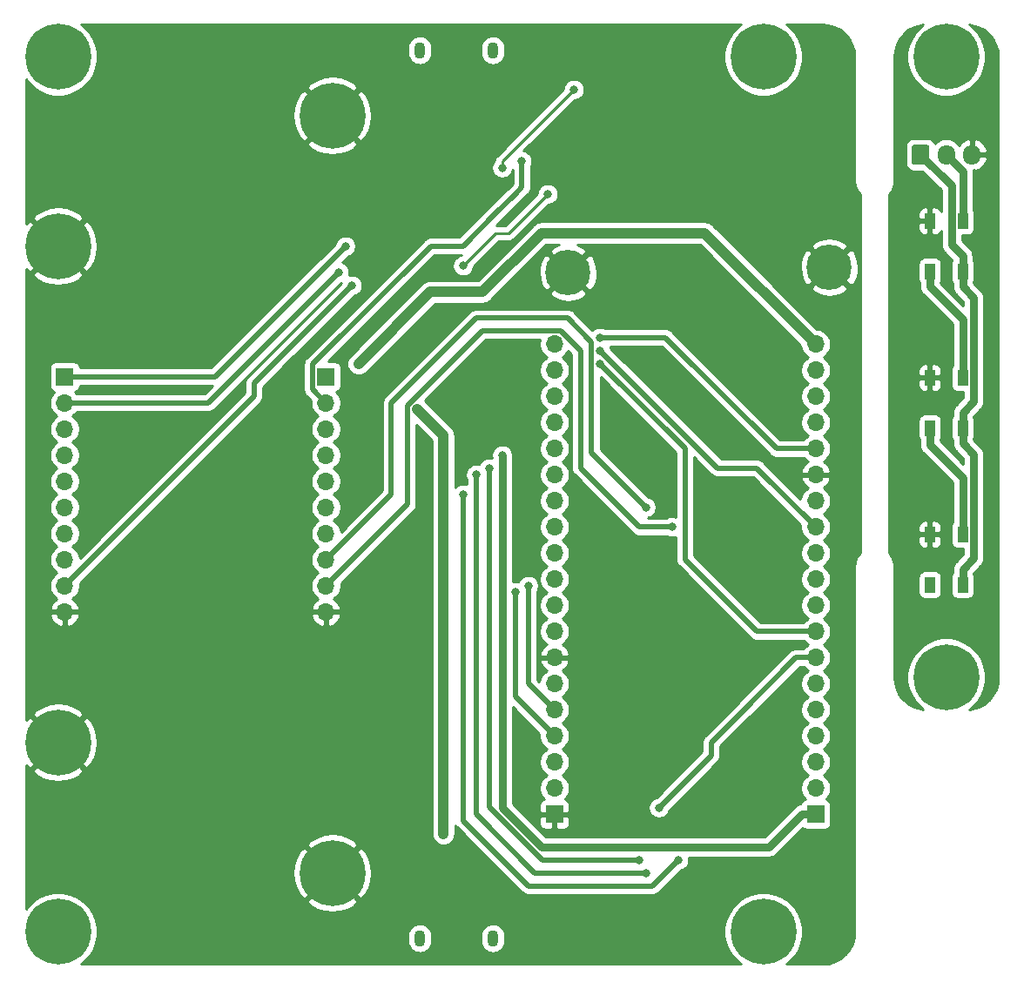
<source format=gbr>
G04 #@! TF.GenerationSoftware,KiCad,Pcbnew,(5.1.5)-3*
G04 #@! TF.CreationDate,2021-11-03T13:02:22+09:00*
G04 #@! TF.ProjectId,control_boad_2021-2,636f6e74-726f-46c5-9f62-6f61645f3230,rev?*
G04 #@! TF.SameCoordinates,Original*
G04 #@! TF.FileFunction,Copper,L2,Bot*
G04 #@! TF.FilePolarity,Positive*
%FSLAX46Y46*%
G04 Gerber Fmt 4.6, Leading zero omitted, Abs format (unit mm)*
G04 Created by KiCad (PCBNEW (5.1.5)-3) date 2021-11-03 13:02:22*
%MOMM*%
%LPD*%
G04 APERTURE LIST*
%ADD10O,1.700000X1.950000*%
%ADD11C,0.100000*%
%ADD12C,6.400000*%
%ADD13R,1.000000X1.500000*%
%ADD14O,1.100000X1.600000*%
%ADD15C,0.800000*%
%ADD16C,4.400000*%
%ADD17R,1.700000X1.700000*%
%ADD18O,1.700000X1.700000*%
%ADD19C,0.500000*%
%ADD20C,0.750000*%
%ADD21C,1.000000*%
%ADD22C,0.250000*%
%ADD23C,0.254000*%
G04 APERTURE END LIST*
D10*
X158075000Y-67310000D03*
X155575000Y-67310000D03*
G04 #@! TA.AperFunction,ComponentPad*
D11*
G36*
X153699504Y-66336204D02*
G01*
X153723773Y-66339804D01*
X153747571Y-66345765D01*
X153770671Y-66354030D01*
X153792849Y-66364520D01*
X153813893Y-66377133D01*
X153833598Y-66391747D01*
X153851777Y-66408223D01*
X153868253Y-66426402D01*
X153882867Y-66446107D01*
X153895480Y-66467151D01*
X153905970Y-66489329D01*
X153914235Y-66512429D01*
X153920196Y-66536227D01*
X153923796Y-66560496D01*
X153925000Y-66585000D01*
X153925000Y-68035000D01*
X153923796Y-68059504D01*
X153920196Y-68083773D01*
X153914235Y-68107571D01*
X153905970Y-68130671D01*
X153895480Y-68152849D01*
X153882867Y-68173893D01*
X153868253Y-68193598D01*
X153851777Y-68211777D01*
X153833598Y-68228253D01*
X153813893Y-68242867D01*
X153792849Y-68255480D01*
X153770671Y-68265970D01*
X153747571Y-68274235D01*
X153723773Y-68280196D01*
X153699504Y-68283796D01*
X153675000Y-68285000D01*
X152475000Y-68285000D01*
X152450496Y-68283796D01*
X152426227Y-68280196D01*
X152402429Y-68274235D01*
X152379329Y-68265970D01*
X152357151Y-68255480D01*
X152336107Y-68242867D01*
X152316402Y-68228253D01*
X152298223Y-68211777D01*
X152281747Y-68193598D01*
X152267133Y-68173893D01*
X152254520Y-68152849D01*
X152244030Y-68130671D01*
X152235765Y-68107571D01*
X152229804Y-68083773D01*
X152226204Y-68059504D01*
X152225000Y-68035000D01*
X152225000Y-66585000D01*
X152226204Y-66560496D01*
X152229804Y-66536227D01*
X152235765Y-66512429D01*
X152244030Y-66489329D01*
X152254520Y-66467151D01*
X152267133Y-66446107D01*
X152281747Y-66426402D01*
X152298223Y-66408223D01*
X152316402Y-66391747D01*
X152336107Y-66377133D01*
X152357151Y-66364520D01*
X152379329Y-66354030D01*
X152402429Y-66345765D01*
X152426227Y-66339804D01*
X152450496Y-66336204D01*
X152475000Y-66335000D01*
X153675000Y-66335000D01*
X153699504Y-66336204D01*
G37*
G04 #@! TD.AperFunction*
D12*
X155575000Y-118110000D03*
X155575000Y-57785000D03*
D13*
X157175000Y-109130000D03*
X153975000Y-109130000D03*
X157175000Y-104230000D03*
X153975000Y-104230000D03*
X157175000Y-93890000D03*
X153975000Y-93890000D03*
X157175000Y-88990000D03*
X153975000Y-88990000D03*
X157175000Y-78650000D03*
X153975000Y-78650000D03*
X157175000Y-73750000D03*
X153975000Y-73750000D03*
D14*
X111500000Y-57150000D03*
X104400000Y-57150000D03*
D12*
X95885000Y-137160000D03*
X95885000Y-63500000D03*
X69215000Y-124460000D03*
X69215000Y-76200000D03*
D15*
X139492056Y-56087944D03*
X137795000Y-55385000D03*
X136097944Y-56087944D03*
X135395000Y-57785000D03*
X136097944Y-59482056D03*
X137795000Y-60185000D03*
X139492056Y-59482056D03*
X140195000Y-57785000D03*
D12*
X137795000Y-57785000D03*
D15*
X139492056Y-141177944D03*
X137795000Y-140475000D03*
X136097944Y-141177944D03*
X135395000Y-142875000D03*
X136097944Y-144572056D03*
X137795000Y-145275000D03*
X139492056Y-144572056D03*
X140195000Y-142875000D03*
D12*
X137795000Y-142875000D03*
D15*
X70912056Y-141177944D03*
X69215000Y-140475000D03*
X67517944Y-141177944D03*
X66815000Y-142875000D03*
X67517944Y-144572056D03*
X69215000Y-145275000D03*
X70912056Y-144572056D03*
X71615000Y-142875000D03*
D12*
X69215000Y-142875000D03*
D15*
X70912056Y-56087944D03*
X69215000Y-55385000D03*
X67517944Y-56087944D03*
X66815000Y-57785000D03*
X67517944Y-59482056D03*
X69215000Y-60185000D03*
X70912056Y-59482056D03*
X71615000Y-57785000D03*
D12*
X69215000Y-57785000D03*
D16*
X144210000Y-78255000D03*
X118810000Y-78755000D03*
D17*
X117475000Y-131445000D03*
D18*
X117475000Y-88265000D03*
X117475000Y-126365000D03*
X117475000Y-116205000D03*
X117475000Y-128905000D03*
X117475000Y-108585000D03*
X117475000Y-123825000D03*
X117475000Y-111125000D03*
X117475000Y-93345000D03*
X117475000Y-106045000D03*
X117475000Y-118745000D03*
X117475000Y-103505000D03*
X117475000Y-98425000D03*
X117475000Y-121285000D03*
X117475000Y-90805000D03*
X117475000Y-100965000D03*
X117475000Y-85725000D03*
X117475000Y-95885000D03*
X117475000Y-113665000D03*
D17*
X142875000Y-131445000D03*
D18*
X142875000Y-88265000D03*
X142875000Y-126365000D03*
X142875000Y-116205000D03*
X142875000Y-128905000D03*
X142875000Y-108585000D03*
X142875000Y-123825000D03*
X142875000Y-111125000D03*
X142875000Y-93345000D03*
X142875000Y-106045000D03*
X142875000Y-118745000D03*
X142875000Y-103505000D03*
X142875000Y-98425000D03*
X142875000Y-121285000D03*
X142875000Y-90805000D03*
X142875000Y-100965000D03*
X142875000Y-85725000D03*
X142875000Y-95885000D03*
X142875000Y-113665000D03*
D14*
X104400000Y-143510000D03*
X111500000Y-143510000D03*
D18*
X95250000Y-111760000D03*
X95250000Y-109220000D03*
X95250000Y-106680000D03*
X95250000Y-104140000D03*
X95250000Y-101600000D03*
X95250000Y-99060000D03*
X95250000Y-96520000D03*
X95250000Y-93980000D03*
X95250000Y-91440000D03*
D17*
X95250000Y-88900000D03*
D18*
X69850000Y-111760000D03*
X69850000Y-109220000D03*
X69850000Y-106680000D03*
X69850000Y-104140000D03*
X69850000Y-101600000D03*
X69850000Y-99060000D03*
X69850000Y-96520000D03*
X69850000Y-93980000D03*
X69850000Y-91440000D03*
D17*
X69850000Y-88900000D03*
D15*
X100965000Y-126365000D03*
X90805000Y-125730000D03*
X81280000Y-123825000D03*
X76200000Y-116840000D03*
X91440000Y-112395000D03*
X86360000Y-107950000D03*
X81915000Y-102235000D03*
X77470000Y-98425000D03*
X73025000Y-93345000D03*
X81915000Y-93345000D03*
X81915000Y-90170000D03*
X73025000Y-90170000D03*
X88265000Y-93980000D03*
X91440000Y-89535000D03*
X102235000Y-87630000D03*
X106045000Y-83820000D03*
X99695000Y-80010000D03*
X100965000Y-77470000D03*
X99060000Y-73660000D03*
X107315000Y-73660000D03*
X104140000Y-69850000D03*
X111760000Y-63500000D03*
X104140000Y-65405000D03*
X93345000Y-73660000D03*
X85725000Y-84455000D03*
X76200000Y-86995000D03*
X92075000Y-78740000D03*
X81280000Y-76835000D03*
X81280000Y-69850000D03*
X74295000Y-69850000D03*
X86995000Y-64135000D03*
X81280000Y-59690000D03*
X78105000Y-64135000D03*
X69850000Y-64135000D03*
X86995000Y-72390000D03*
X76835000Y-133350000D03*
X81915000Y-140970000D03*
X87630000Y-133350000D03*
X68580000Y-133350000D03*
X90805000Y-142240000D03*
X104140000Y-129540000D03*
X112395000Y-137795000D03*
X118745000Y-140335000D03*
X126365000Y-140335000D03*
X120015000Y-133350000D03*
X125095000Y-131445000D03*
X127635000Y-127000000D03*
X130810000Y-125095000D03*
X130810000Y-118110000D03*
X134620000Y-114300000D03*
X131445000Y-132080000D03*
X134620000Y-127000000D03*
X139700000Y-121920000D03*
X141605000Y-134620000D03*
X135255000Y-137795000D03*
X135255000Y-132080000D03*
X140335000Y-127000000D03*
X145415000Y-120650000D03*
X145415000Y-112395000D03*
X145415000Y-104775000D03*
X145415000Y-97155000D03*
X145415000Y-90170000D03*
X133985000Y-100330000D03*
X139700000Y-102870000D03*
X127000000Y-96520000D03*
X127000000Y-87630000D03*
X134620000Y-95250000D03*
X127000000Y-82550000D03*
X111760000Y-81915000D03*
X109855000Y-78740000D03*
X111125000Y-86360000D03*
X106680000Y-90805000D03*
X104140000Y-106045000D03*
X104140000Y-113030000D03*
X99060000Y-108585000D03*
X99060000Y-91440000D03*
X92075000Y-104775000D03*
X92075000Y-97790000D03*
X137160000Y-84455000D03*
X130175000Y-77470000D03*
X127000000Y-72390000D03*
X137160000Y-75565000D03*
X137160000Y-67945000D03*
X128905000Y-64770000D03*
X121285000Y-62865000D03*
X119380000Y-71120000D03*
X121920000Y-72390000D03*
X125730000Y-60325000D03*
X132080000Y-58420000D03*
X144145000Y-61595000D03*
X144145000Y-69215000D03*
X114935000Y-56515000D03*
X116840000Y-59690000D03*
X114935000Y-62865000D03*
X122555000Y-92710000D03*
X119380000Y-99695000D03*
X123190000Y-104140000D03*
X120650000Y-109855000D03*
X135255000Y-107950000D03*
X130175000Y-110490000D03*
X127000000Y-117475000D03*
X120650000Y-120650000D03*
X127635000Y-130810000D03*
X96520000Y-78740000D03*
X121920000Y-86360000D03*
X97155000Y-76200000D03*
X121920000Y-85090000D03*
X128905000Y-103505000D03*
X126365000Y-101600000D03*
X113665000Y-109855000D03*
X114935000Y-109220000D03*
X108585000Y-100330000D03*
X129540000Y-135890000D03*
X109855000Y-98425000D03*
X126365000Y-137160000D03*
X111125000Y-97790000D03*
X125730000Y-135890000D03*
X112395000Y-96520000D03*
X114300000Y-67945000D03*
X104140000Y-92075000D03*
X106680000Y-133350000D03*
X98425000Y-87630000D03*
X97790000Y-80010000D03*
X121920000Y-87630000D03*
X116840000Y-71120000D03*
X108585000Y-78105000D03*
X119380000Y-60960000D03*
X112395000Y-68580000D03*
X153035000Y-112395000D03*
X158115000Y-112395000D03*
X153670000Y-99695000D03*
X153670000Y-85090000D03*
X159385000Y-79375000D03*
X159385000Y-93345000D03*
X153670000Y-71120000D03*
X152400000Y-76835000D03*
X155575000Y-90805000D03*
X155575000Y-106045000D03*
X159385000Y-72390000D03*
X159385000Y-109220000D03*
X153035000Y-62230000D03*
X158115000Y-62230000D03*
D19*
X140970000Y-116205000D02*
X142875000Y-116205000D01*
X135255000Y-121920000D02*
X140970000Y-116205000D01*
X132715000Y-125730000D02*
X132715000Y-124460000D01*
X127635000Y-130810000D02*
X132715000Y-125730000D01*
X132715000Y-124460000D02*
X135255000Y-121920000D01*
X69850000Y-91440000D02*
X83820000Y-91440000D01*
X83820000Y-91440000D02*
X96520000Y-78740000D01*
X121920000Y-86360000D02*
X133350000Y-97790000D01*
X137160000Y-97790000D02*
X142875000Y-103505000D01*
X133350000Y-97790000D02*
X137160000Y-97790000D01*
X69850000Y-88900000D02*
X84455000Y-88900000D01*
X84455000Y-88900000D02*
X97155000Y-76200000D01*
X121920000Y-85090000D02*
X128270000Y-85090000D01*
X139065000Y-95885000D02*
X142875000Y-95885000D01*
X128270000Y-85090000D02*
X139065000Y-95885000D01*
X118079999Y-84424999D02*
X120015000Y-86360000D01*
X110446485Y-84424999D02*
X118079999Y-84424999D01*
X103189991Y-91681493D02*
X110446485Y-84424999D01*
X95250000Y-109220000D02*
X103189991Y-101280009D01*
X103189991Y-101280009D02*
X103189991Y-91681493D01*
X120015000Y-86360000D02*
X120015000Y-97790000D01*
X120015000Y-97790000D02*
X125730000Y-103505000D01*
X125730000Y-103505000D02*
X128905000Y-103505000D01*
X95250000Y-106680000D02*
X101600000Y-100330000D01*
X101600000Y-100330000D02*
X101600000Y-91440000D01*
X101600000Y-91440000D02*
X109855000Y-83185000D01*
X109855000Y-83185000D02*
X118745000Y-83185000D01*
X121069999Y-96304999D02*
X126365000Y-101600000D01*
X118745000Y-83185000D02*
X121069999Y-85509999D01*
X121069999Y-85509999D02*
X121069999Y-96304999D01*
X113665000Y-120015000D02*
X117475000Y-123825000D01*
X113665000Y-109855000D02*
X113665000Y-120015000D01*
X114935000Y-118745000D02*
X117475000Y-121285000D01*
X114935000Y-109220000D02*
X114935000Y-118745000D01*
X108585000Y-100330000D02*
X108585000Y-131445000D01*
X108585000Y-131445000D02*
X108585000Y-132080000D01*
X108585000Y-132080000D02*
X114935000Y-138430000D01*
X114935000Y-138430000D02*
X127000000Y-138430000D01*
X127000000Y-138430000D02*
X129540000Y-135890000D01*
X109855000Y-98425000D02*
X109855000Y-131445000D01*
X109855000Y-131445000D02*
X115570000Y-137160000D01*
X115570000Y-137160000D02*
X126365000Y-137160000D01*
X116308260Y-135890000D02*
X125730000Y-135890000D01*
X111125000Y-97790000D02*
X111125000Y-130706740D01*
X111125000Y-130706740D02*
X116308260Y-135890000D01*
D20*
X142875000Y-131445000D02*
X141525000Y-131445000D01*
X141525000Y-131445000D02*
X138350000Y-134620000D01*
X138350000Y-134620000D02*
X116205000Y-134620000D01*
X116205000Y-134620000D02*
X112395000Y-130810000D01*
X112395000Y-130810000D02*
X112395000Y-96520000D01*
D19*
X93949999Y-87689999D02*
X105439998Y-76200000D01*
X95250000Y-91440000D02*
X93949999Y-90139999D01*
X93949999Y-90139999D02*
X93949999Y-87689999D01*
X105439998Y-76200000D02*
X108585000Y-76200000D01*
X108585000Y-76200000D02*
X111760000Y-73025000D01*
X111760000Y-73025000D02*
X113665000Y-71120000D01*
X113665000Y-71120000D02*
X114300000Y-70485000D01*
X114300000Y-70485000D02*
X114300000Y-67945000D01*
D21*
X104140000Y-92075000D02*
X106680000Y-94615000D01*
X106680000Y-94615000D02*
X106680000Y-133350000D01*
X98425000Y-87630000D02*
X105410000Y-80645000D01*
X105410000Y-80645000D02*
X110490000Y-80645000D01*
X110490000Y-80645000D02*
X116205000Y-74930000D01*
X132080000Y-74930000D02*
X142875000Y-85725000D01*
X116205000Y-74930000D02*
X132080000Y-74930000D01*
D19*
X69850000Y-109220000D02*
X88265000Y-90805000D01*
X88265000Y-90805000D02*
X88265000Y-89535000D01*
X88265000Y-89535000D02*
X97790000Y-80010000D01*
X121920000Y-87630000D02*
X130175000Y-95885000D01*
X130175000Y-95885000D02*
X130175000Y-106680000D01*
X137160000Y-113665000D02*
X142875000Y-113665000D01*
X130175000Y-106680000D02*
X137160000Y-113665000D01*
D22*
X116840000Y-71120000D02*
X113030000Y-74930000D01*
X113030000Y-74930000D02*
X111760000Y-74930000D01*
X111760000Y-74930000D02*
X108585000Y-78105000D01*
X119380000Y-60960000D02*
X112395000Y-67945000D01*
X112395000Y-67945000D02*
X112395000Y-68580000D01*
D20*
X157175000Y-77150000D02*
X157175000Y-78650000D01*
X156099999Y-76074999D02*
X157175000Y-77150000D01*
X156099999Y-70334999D02*
X156099999Y-76074999D01*
X153075000Y-67310000D02*
X156099999Y-70334999D01*
X157175000Y-92390000D02*
X157175000Y-93890000D01*
X158250001Y-91314999D02*
X157175000Y-92390000D01*
X158250001Y-81225001D02*
X158250001Y-91314999D01*
X157175000Y-80150000D02*
X158250001Y-81225001D01*
X157175000Y-78650000D02*
X157175000Y-80150000D01*
X157175000Y-107630000D02*
X157175000Y-109130000D01*
X158250001Y-106554999D02*
X157175000Y-107630000D01*
X158250001Y-96465001D02*
X158250001Y-106554999D01*
X157175000Y-95390000D02*
X158250001Y-96465001D01*
X157175000Y-93890000D02*
X157175000Y-95390000D01*
X157175000Y-83350000D02*
X157175000Y-88990000D01*
X153975000Y-78650000D02*
X153975000Y-80150000D01*
X153975000Y-80150000D02*
X157175000Y-83350000D01*
X157175000Y-68910000D02*
X157175000Y-73750000D01*
X155575000Y-67310000D02*
X157175000Y-68910000D01*
X153975000Y-93890000D02*
X153975000Y-95555000D01*
X157175000Y-98755000D02*
X157175000Y-104230000D01*
X153975000Y-95555000D02*
X157175000Y-98755000D01*
D23*
G36*
X135350330Y-54806161D02*
G01*
X134816161Y-55340330D01*
X134396467Y-55968446D01*
X134107377Y-56666372D01*
X133960000Y-57407285D01*
X133960000Y-58162715D01*
X134107377Y-58903628D01*
X134396467Y-59601554D01*
X134816161Y-60229670D01*
X135350330Y-60763839D01*
X135978446Y-61183533D01*
X136676372Y-61472623D01*
X137417285Y-61620000D01*
X138172715Y-61620000D01*
X138913628Y-61472623D01*
X139611554Y-61183533D01*
X140239670Y-60763839D01*
X140773839Y-60229670D01*
X141193533Y-59601554D01*
X141482623Y-58903628D01*
X141630000Y-58162715D01*
X141630000Y-57407285D01*
X141482623Y-56666372D01*
X141193533Y-55968446D01*
X140773839Y-55340330D01*
X140239670Y-54806161D01*
X139983510Y-54635000D01*
X143477721Y-54635000D01*
X144121222Y-54698096D01*
X144709164Y-54875606D01*
X145251436Y-55163937D01*
X145727364Y-55552094D01*
X146118845Y-56025314D01*
X146410951Y-56565552D01*
X146592563Y-57152244D01*
X146660000Y-57793879D01*
X146660001Y-69882419D01*
X146663274Y-69915651D01*
X146663274Y-69932137D01*
X146664237Y-69941302D01*
X146691866Y-70187618D01*
X146704297Y-70246098D01*
X146715921Y-70304808D01*
X146718647Y-70313611D01*
X146793592Y-70549869D01*
X146817146Y-70604824D01*
X146839953Y-70660158D01*
X146844336Y-70668264D01*
X146963744Y-70885466D01*
X146997518Y-70934791D01*
X147030643Y-70984648D01*
X147036517Y-70991749D01*
X147193000Y-71178236D01*
X147193000Y-105986332D01*
X147183255Y-105995875D01*
X147177381Y-106002976D01*
X147020727Y-106195054D01*
X146987655Y-106244831D01*
X146953826Y-106294237D01*
X146949444Y-106302343D01*
X146833081Y-106521191D01*
X146810298Y-106576468D01*
X146786721Y-106631475D01*
X146783997Y-106640278D01*
X146712357Y-106877559D01*
X146700736Y-106936246D01*
X146688300Y-106994752D01*
X146687337Y-107003917D01*
X146663158Y-107250515D01*
X146660000Y-107282582D01*
X146660001Y-142842711D01*
X146596904Y-143486221D01*
X146419394Y-144074164D01*
X146131063Y-144616436D01*
X145742906Y-145092364D01*
X145269686Y-145483845D01*
X144729449Y-145775950D01*
X144142756Y-145957563D01*
X143501130Y-146025000D01*
X139983510Y-146025000D01*
X140239670Y-145853839D01*
X140773839Y-145319670D01*
X141193533Y-144691554D01*
X141482623Y-143993628D01*
X141630000Y-143252715D01*
X141630000Y-142497285D01*
X141482623Y-141756372D01*
X141193533Y-141058446D01*
X140773839Y-140430330D01*
X140239670Y-139896161D01*
X139611554Y-139476467D01*
X138913628Y-139187377D01*
X138172715Y-139040000D01*
X137417285Y-139040000D01*
X136676372Y-139187377D01*
X135978446Y-139476467D01*
X135350330Y-139896161D01*
X134816161Y-140430330D01*
X134396467Y-141058446D01*
X134107377Y-141756372D01*
X133960000Y-142497285D01*
X133960000Y-143252715D01*
X134107377Y-143993628D01*
X134396467Y-144691554D01*
X134816161Y-145319670D01*
X135350330Y-145853839D01*
X135606490Y-146025000D01*
X71403510Y-146025000D01*
X71659670Y-145853839D01*
X72193839Y-145319670D01*
X72613533Y-144691554D01*
X72902623Y-143993628D01*
X73050000Y-143252715D01*
X73050000Y-143201793D01*
X103215000Y-143201793D01*
X103215000Y-143818206D01*
X103232147Y-143992299D01*
X103299906Y-144215673D01*
X103409942Y-144421535D01*
X103558025Y-144601975D01*
X103738464Y-144750058D01*
X103944326Y-144860094D01*
X104167700Y-144927853D01*
X104400000Y-144950733D01*
X104632299Y-144927853D01*
X104855673Y-144860094D01*
X105061535Y-144750058D01*
X105241975Y-144601975D01*
X105390058Y-144421536D01*
X105500094Y-144215674D01*
X105567853Y-143992300D01*
X105585000Y-143818207D01*
X105585000Y-143201794D01*
X105585000Y-143201793D01*
X110315000Y-143201793D01*
X110315000Y-143818206D01*
X110332147Y-143992299D01*
X110399906Y-144215673D01*
X110509942Y-144421535D01*
X110658025Y-144601975D01*
X110838464Y-144750058D01*
X111044326Y-144860094D01*
X111267700Y-144927853D01*
X111500000Y-144950733D01*
X111732299Y-144927853D01*
X111955673Y-144860094D01*
X112161535Y-144750058D01*
X112341975Y-144601975D01*
X112490058Y-144421536D01*
X112600094Y-144215674D01*
X112667853Y-143992300D01*
X112685000Y-143818207D01*
X112685000Y-143201794D01*
X112667853Y-143027701D01*
X112600094Y-142804327D01*
X112490058Y-142598464D01*
X112341975Y-142418025D01*
X112161536Y-142269942D01*
X111955674Y-142159906D01*
X111732300Y-142092147D01*
X111500000Y-142069267D01*
X111267701Y-142092147D01*
X111044327Y-142159906D01*
X110838465Y-142269942D01*
X110658026Y-142418025D01*
X110509943Y-142598464D01*
X110399906Y-142804326D01*
X110332147Y-143027700D01*
X110315000Y-143201793D01*
X105585000Y-143201793D01*
X105567853Y-143027701D01*
X105500094Y-142804327D01*
X105390058Y-142598464D01*
X105241975Y-142418025D01*
X105061536Y-142269942D01*
X104855674Y-142159906D01*
X104632300Y-142092147D01*
X104400000Y-142069267D01*
X104167701Y-142092147D01*
X103944327Y-142159906D01*
X103738465Y-142269942D01*
X103558026Y-142418025D01*
X103409943Y-142598464D01*
X103299906Y-142804326D01*
X103232147Y-143027700D01*
X103215000Y-143201793D01*
X73050000Y-143201793D01*
X73050000Y-142497285D01*
X72902623Y-141756372D01*
X72613533Y-141058446D01*
X72193839Y-140430330D01*
X71659670Y-139896161D01*
X71606870Y-139860881D01*
X93363724Y-139860881D01*
X93723912Y-140350548D01*
X94387882Y-140710849D01*
X95109385Y-140934694D01*
X95860695Y-141013480D01*
X96612938Y-140944178D01*
X97337208Y-140729452D01*
X98005670Y-140377555D01*
X98046088Y-140350548D01*
X98406276Y-139860881D01*
X95885000Y-137339605D01*
X93363724Y-139860881D01*
X71606870Y-139860881D01*
X71031554Y-139476467D01*
X70333628Y-139187377D01*
X69592715Y-139040000D01*
X68837285Y-139040000D01*
X68096372Y-139187377D01*
X67398446Y-139476467D01*
X66770330Y-139896161D01*
X66236161Y-140430330D01*
X66065000Y-140686490D01*
X66065000Y-137135695D01*
X92031520Y-137135695D01*
X92100822Y-137887938D01*
X92315548Y-138612208D01*
X92667445Y-139280670D01*
X92694452Y-139321088D01*
X93184119Y-139681276D01*
X95705395Y-137160000D01*
X96064605Y-137160000D01*
X98585881Y-139681276D01*
X99075548Y-139321088D01*
X99435849Y-138657118D01*
X99659694Y-137935615D01*
X99738480Y-137184305D01*
X99669178Y-136432062D01*
X99454452Y-135707792D01*
X99102555Y-135039330D01*
X99075548Y-134998912D01*
X98585881Y-134638724D01*
X96064605Y-137160000D01*
X95705395Y-137160000D01*
X93184119Y-134638724D01*
X92694452Y-134998912D01*
X92334151Y-135662882D01*
X92110306Y-136384385D01*
X92031520Y-137135695D01*
X66065000Y-137135695D01*
X66065000Y-134459119D01*
X93363724Y-134459119D01*
X95885000Y-136980395D01*
X98406276Y-134459119D01*
X98046088Y-133969452D01*
X97382118Y-133609151D01*
X96660615Y-133385306D01*
X95909305Y-133306520D01*
X95157062Y-133375822D01*
X94432792Y-133590548D01*
X93764330Y-133942445D01*
X93723912Y-133969452D01*
X93363724Y-134459119D01*
X66065000Y-134459119D01*
X66065000Y-127160881D01*
X66693724Y-127160881D01*
X67053912Y-127650548D01*
X67717882Y-128010849D01*
X68439385Y-128234694D01*
X69190695Y-128313480D01*
X69942938Y-128244178D01*
X70667208Y-128029452D01*
X71335670Y-127677555D01*
X71376088Y-127650548D01*
X71736276Y-127160881D01*
X69215000Y-124639605D01*
X66693724Y-127160881D01*
X66065000Y-127160881D01*
X66065000Y-126650914D01*
X66514119Y-126981276D01*
X69035395Y-124460000D01*
X69394605Y-124460000D01*
X71915881Y-126981276D01*
X72405548Y-126621088D01*
X72765849Y-125957118D01*
X72989694Y-125235615D01*
X73068480Y-124484305D01*
X72999178Y-123732062D01*
X72784452Y-123007792D01*
X72432555Y-122339330D01*
X72405548Y-122298912D01*
X71915881Y-121938724D01*
X69394605Y-124460000D01*
X69035395Y-124460000D01*
X66514119Y-121938724D01*
X66065000Y-122269086D01*
X66065000Y-121759119D01*
X66693724Y-121759119D01*
X69215000Y-124280395D01*
X71736276Y-121759119D01*
X71376088Y-121269452D01*
X70712118Y-120909151D01*
X69990615Y-120685306D01*
X69239305Y-120606520D01*
X68487062Y-120675822D01*
X67762792Y-120890548D01*
X67094330Y-121242445D01*
X67053912Y-121269452D01*
X66693724Y-121759119D01*
X66065000Y-121759119D01*
X66065000Y-112116890D01*
X68408524Y-112116890D01*
X68453175Y-112264099D01*
X68578359Y-112526920D01*
X68752412Y-112760269D01*
X68968645Y-112955178D01*
X69218748Y-113104157D01*
X69493109Y-113201481D01*
X69723000Y-113080814D01*
X69723000Y-111887000D01*
X69977000Y-111887000D01*
X69977000Y-113080814D01*
X70206891Y-113201481D01*
X70481252Y-113104157D01*
X70731355Y-112955178D01*
X70947588Y-112760269D01*
X71121641Y-112526920D01*
X71246825Y-112264099D01*
X71291476Y-112116890D01*
X93808524Y-112116890D01*
X93853175Y-112264099D01*
X93978359Y-112526920D01*
X94152412Y-112760269D01*
X94368645Y-112955178D01*
X94618748Y-113104157D01*
X94893109Y-113201481D01*
X95123000Y-113080814D01*
X95123000Y-111887000D01*
X95377000Y-111887000D01*
X95377000Y-113080814D01*
X95606891Y-113201481D01*
X95881252Y-113104157D01*
X96131355Y-112955178D01*
X96347588Y-112760269D01*
X96521641Y-112526920D01*
X96646825Y-112264099D01*
X96691476Y-112116890D01*
X96570155Y-111887000D01*
X95377000Y-111887000D01*
X95123000Y-111887000D01*
X93929845Y-111887000D01*
X93808524Y-112116890D01*
X71291476Y-112116890D01*
X71170155Y-111887000D01*
X69977000Y-111887000D01*
X69723000Y-111887000D01*
X68529845Y-111887000D01*
X68408524Y-112116890D01*
X66065000Y-112116890D01*
X66065000Y-88050000D01*
X68361928Y-88050000D01*
X68361928Y-89750000D01*
X68374188Y-89874482D01*
X68410498Y-89994180D01*
X68469463Y-90104494D01*
X68548815Y-90201185D01*
X68645506Y-90280537D01*
X68755820Y-90339502D01*
X68828380Y-90361513D01*
X68696525Y-90493368D01*
X68534010Y-90736589D01*
X68422068Y-91006842D01*
X68365000Y-91293740D01*
X68365000Y-91586260D01*
X68422068Y-91873158D01*
X68534010Y-92143411D01*
X68696525Y-92386632D01*
X68903368Y-92593475D01*
X69077760Y-92710000D01*
X68903368Y-92826525D01*
X68696525Y-93033368D01*
X68534010Y-93276589D01*
X68422068Y-93546842D01*
X68365000Y-93833740D01*
X68365000Y-94126260D01*
X68422068Y-94413158D01*
X68534010Y-94683411D01*
X68696525Y-94926632D01*
X68903368Y-95133475D01*
X69077760Y-95250000D01*
X68903368Y-95366525D01*
X68696525Y-95573368D01*
X68534010Y-95816589D01*
X68422068Y-96086842D01*
X68365000Y-96373740D01*
X68365000Y-96666260D01*
X68422068Y-96953158D01*
X68534010Y-97223411D01*
X68696525Y-97466632D01*
X68903368Y-97673475D01*
X69077760Y-97790000D01*
X68903368Y-97906525D01*
X68696525Y-98113368D01*
X68534010Y-98356589D01*
X68422068Y-98626842D01*
X68365000Y-98913740D01*
X68365000Y-99206260D01*
X68422068Y-99493158D01*
X68534010Y-99763411D01*
X68696525Y-100006632D01*
X68903368Y-100213475D01*
X69077760Y-100330000D01*
X68903368Y-100446525D01*
X68696525Y-100653368D01*
X68534010Y-100896589D01*
X68422068Y-101166842D01*
X68365000Y-101453740D01*
X68365000Y-101746260D01*
X68422068Y-102033158D01*
X68534010Y-102303411D01*
X68696525Y-102546632D01*
X68903368Y-102753475D01*
X69077760Y-102870000D01*
X68903368Y-102986525D01*
X68696525Y-103193368D01*
X68534010Y-103436589D01*
X68422068Y-103706842D01*
X68365000Y-103993740D01*
X68365000Y-104286260D01*
X68422068Y-104573158D01*
X68534010Y-104843411D01*
X68696525Y-105086632D01*
X68903368Y-105293475D01*
X69077760Y-105410000D01*
X68903368Y-105526525D01*
X68696525Y-105733368D01*
X68534010Y-105976589D01*
X68422068Y-106246842D01*
X68365000Y-106533740D01*
X68365000Y-106826260D01*
X68422068Y-107113158D01*
X68534010Y-107383411D01*
X68696525Y-107626632D01*
X68903368Y-107833475D01*
X69077760Y-107950000D01*
X68903368Y-108066525D01*
X68696525Y-108273368D01*
X68534010Y-108516589D01*
X68422068Y-108786842D01*
X68365000Y-109073740D01*
X68365000Y-109366260D01*
X68422068Y-109653158D01*
X68534010Y-109923411D01*
X68696525Y-110166632D01*
X68903368Y-110373475D01*
X69085534Y-110495195D01*
X68968645Y-110564822D01*
X68752412Y-110759731D01*
X68578359Y-110993080D01*
X68453175Y-111255901D01*
X68408524Y-111403110D01*
X68529845Y-111633000D01*
X69723000Y-111633000D01*
X69723000Y-111613000D01*
X69977000Y-111613000D01*
X69977000Y-111633000D01*
X71170155Y-111633000D01*
X71291476Y-111403110D01*
X71246825Y-111255901D01*
X71121641Y-110993080D01*
X70947588Y-110759731D01*
X70731355Y-110564822D01*
X70614466Y-110495195D01*
X70796632Y-110373475D01*
X71003475Y-110166632D01*
X71165990Y-109923411D01*
X71277932Y-109653158D01*
X71335000Y-109366260D01*
X71335000Y-109073740D01*
X71320539Y-109001039D01*
X88860051Y-91461528D01*
X88893817Y-91433817D01*
X89004411Y-91299059D01*
X89086589Y-91145313D01*
X89137195Y-90978490D01*
X89150000Y-90848477D01*
X89150000Y-90848469D01*
X89154281Y-90805000D01*
X89150000Y-90761531D01*
X89150000Y-89901578D01*
X91361579Y-87689999D01*
X93060718Y-87689999D01*
X93065000Y-87733478D01*
X93064999Y-90096530D01*
X93060718Y-90139999D01*
X93064999Y-90183468D01*
X93064999Y-90183475D01*
X93077804Y-90313488D01*
X93128410Y-90480311D01*
X93210588Y-90634057D01*
X93321182Y-90768816D01*
X93354955Y-90796533D01*
X93779461Y-91221039D01*
X93765000Y-91293740D01*
X93765000Y-91586260D01*
X93822068Y-91873158D01*
X93934010Y-92143411D01*
X94096525Y-92386632D01*
X94303368Y-92593475D01*
X94477760Y-92710000D01*
X94303368Y-92826525D01*
X94096525Y-93033368D01*
X93934010Y-93276589D01*
X93822068Y-93546842D01*
X93765000Y-93833740D01*
X93765000Y-94126260D01*
X93822068Y-94413158D01*
X93934010Y-94683411D01*
X94096525Y-94926632D01*
X94303368Y-95133475D01*
X94477760Y-95250000D01*
X94303368Y-95366525D01*
X94096525Y-95573368D01*
X93934010Y-95816589D01*
X93822068Y-96086842D01*
X93765000Y-96373740D01*
X93765000Y-96666260D01*
X93822068Y-96953158D01*
X93934010Y-97223411D01*
X94096525Y-97466632D01*
X94303368Y-97673475D01*
X94477760Y-97790000D01*
X94303368Y-97906525D01*
X94096525Y-98113368D01*
X93934010Y-98356589D01*
X93822068Y-98626842D01*
X93765000Y-98913740D01*
X93765000Y-99206260D01*
X93822068Y-99493158D01*
X93934010Y-99763411D01*
X94096525Y-100006632D01*
X94303368Y-100213475D01*
X94477760Y-100330000D01*
X94303368Y-100446525D01*
X94096525Y-100653368D01*
X93934010Y-100896589D01*
X93822068Y-101166842D01*
X93765000Y-101453740D01*
X93765000Y-101746260D01*
X93822068Y-102033158D01*
X93934010Y-102303411D01*
X94096525Y-102546632D01*
X94303368Y-102753475D01*
X94477760Y-102870000D01*
X94303368Y-102986525D01*
X94096525Y-103193368D01*
X93934010Y-103436589D01*
X93822068Y-103706842D01*
X93765000Y-103993740D01*
X93765000Y-104286260D01*
X93822068Y-104573158D01*
X93934010Y-104843411D01*
X94096525Y-105086632D01*
X94303368Y-105293475D01*
X94477760Y-105410000D01*
X94303368Y-105526525D01*
X94096525Y-105733368D01*
X93934010Y-105976589D01*
X93822068Y-106246842D01*
X93765000Y-106533740D01*
X93765000Y-106826260D01*
X93822068Y-107113158D01*
X93934010Y-107383411D01*
X94096525Y-107626632D01*
X94303368Y-107833475D01*
X94477760Y-107950000D01*
X94303368Y-108066525D01*
X94096525Y-108273368D01*
X93934010Y-108516589D01*
X93822068Y-108786842D01*
X93765000Y-109073740D01*
X93765000Y-109366260D01*
X93822068Y-109653158D01*
X93934010Y-109923411D01*
X94096525Y-110166632D01*
X94303368Y-110373475D01*
X94485534Y-110495195D01*
X94368645Y-110564822D01*
X94152412Y-110759731D01*
X93978359Y-110993080D01*
X93853175Y-111255901D01*
X93808524Y-111403110D01*
X93929845Y-111633000D01*
X95123000Y-111633000D01*
X95123000Y-111613000D01*
X95377000Y-111613000D01*
X95377000Y-111633000D01*
X96570155Y-111633000D01*
X96691476Y-111403110D01*
X96646825Y-111255901D01*
X96521641Y-110993080D01*
X96347588Y-110759731D01*
X96131355Y-110564822D01*
X96014466Y-110495195D01*
X96196632Y-110373475D01*
X96403475Y-110166632D01*
X96565990Y-109923411D01*
X96677932Y-109653158D01*
X96735000Y-109366260D01*
X96735000Y-109073740D01*
X96720539Y-109001039D01*
X103785042Y-101936537D01*
X103818808Y-101908826D01*
X103929402Y-101774068D01*
X104011580Y-101620322D01*
X104062186Y-101453499D01*
X104074991Y-101323486D01*
X104074991Y-101323478D01*
X104079272Y-101280009D01*
X104074991Y-101236540D01*
X104074991Y-93615122D01*
X105545000Y-95085132D01*
X105545001Y-133405752D01*
X105561424Y-133572499D01*
X105626325Y-133786447D01*
X105731717Y-133983623D01*
X105873552Y-134156449D01*
X106046378Y-134298284D01*
X106243554Y-134403676D01*
X106457502Y-134468577D01*
X106680000Y-134490491D01*
X106902499Y-134468577D01*
X107116447Y-134403676D01*
X107313623Y-134298284D01*
X107486449Y-134156449D01*
X107628284Y-133983623D01*
X107733676Y-133786447D01*
X107798577Y-133572499D01*
X107815000Y-133405752D01*
X107815000Y-132516828D01*
X107845590Y-132574059D01*
X107928468Y-132675046D01*
X107928471Y-132675049D01*
X107956184Y-132708817D01*
X107989952Y-132736530D01*
X114278470Y-139025049D01*
X114306183Y-139058817D01*
X114339951Y-139086530D01*
X114339953Y-139086532D01*
X114411452Y-139145210D01*
X114440941Y-139169411D01*
X114594687Y-139251589D01*
X114761510Y-139302195D01*
X114891523Y-139315000D01*
X114891533Y-139315000D01*
X114934999Y-139319281D01*
X114978465Y-139315000D01*
X126956531Y-139315000D01*
X127000000Y-139319281D01*
X127043469Y-139315000D01*
X127043477Y-139315000D01*
X127173490Y-139302195D01*
X127340313Y-139251589D01*
X127494059Y-139169411D01*
X127628817Y-139058817D01*
X127656534Y-139025044D01*
X129785044Y-136896535D01*
X129841898Y-136885226D01*
X130030256Y-136807205D01*
X130199774Y-136693937D01*
X130343937Y-136549774D01*
X130457205Y-136380256D01*
X130535226Y-136191898D01*
X130575000Y-135991939D01*
X130575000Y-135788061D01*
X130543560Y-135630000D01*
X138300392Y-135630000D01*
X138350000Y-135634886D01*
X138547994Y-135615385D01*
X138738380Y-135557632D01*
X138913840Y-135463847D01*
X139067633Y-135337633D01*
X139099261Y-135299094D01*
X141616851Y-132781504D01*
X141670506Y-132825537D01*
X141780820Y-132884502D01*
X141900518Y-132920812D01*
X142025000Y-132933072D01*
X143725000Y-132933072D01*
X143849482Y-132920812D01*
X143969180Y-132884502D01*
X144079494Y-132825537D01*
X144176185Y-132746185D01*
X144255537Y-132649494D01*
X144314502Y-132539180D01*
X144350812Y-132419482D01*
X144363072Y-132295000D01*
X144363072Y-130595000D01*
X144350812Y-130470518D01*
X144314502Y-130350820D01*
X144255537Y-130240506D01*
X144176185Y-130143815D01*
X144079494Y-130064463D01*
X143969180Y-130005498D01*
X143896620Y-129983487D01*
X144028475Y-129851632D01*
X144190990Y-129608411D01*
X144302932Y-129338158D01*
X144360000Y-129051260D01*
X144360000Y-128758740D01*
X144302932Y-128471842D01*
X144190990Y-128201589D01*
X144028475Y-127958368D01*
X143821632Y-127751525D01*
X143647240Y-127635000D01*
X143821632Y-127518475D01*
X144028475Y-127311632D01*
X144190990Y-127068411D01*
X144302932Y-126798158D01*
X144360000Y-126511260D01*
X144360000Y-126218740D01*
X144302932Y-125931842D01*
X144190990Y-125661589D01*
X144028475Y-125418368D01*
X143821632Y-125211525D01*
X143647240Y-125095000D01*
X143821632Y-124978475D01*
X144028475Y-124771632D01*
X144190990Y-124528411D01*
X144302932Y-124258158D01*
X144360000Y-123971260D01*
X144360000Y-123678740D01*
X144302932Y-123391842D01*
X144190990Y-123121589D01*
X144028475Y-122878368D01*
X143821632Y-122671525D01*
X143647240Y-122555000D01*
X143821632Y-122438475D01*
X144028475Y-122231632D01*
X144190990Y-121988411D01*
X144302932Y-121718158D01*
X144360000Y-121431260D01*
X144360000Y-121138740D01*
X144302932Y-120851842D01*
X144190990Y-120581589D01*
X144028475Y-120338368D01*
X143821632Y-120131525D01*
X143647240Y-120015000D01*
X143821632Y-119898475D01*
X144028475Y-119691632D01*
X144190990Y-119448411D01*
X144302932Y-119178158D01*
X144360000Y-118891260D01*
X144360000Y-118598740D01*
X144302932Y-118311842D01*
X144190990Y-118041589D01*
X144028475Y-117798368D01*
X143821632Y-117591525D01*
X143647240Y-117475000D01*
X143821632Y-117358475D01*
X144028475Y-117151632D01*
X144190990Y-116908411D01*
X144302932Y-116638158D01*
X144360000Y-116351260D01*
X144360000Y-116058740D01*
X144302932Y-115771842D01*
X144190990Y-115501589D01*
X144028475Y-115258368D01*
X143821632Y-115051525D01*
X143647240Y-114935000D01*
X143821632Y-114818475D01*
X144028475Y-114611632D01*
X144190990Y-114368411D01*
X144302932Y-114098158D01*
X144360000Y-113811260D01*
X144360000Y-113518740D01*
X144302932Y-113231842D01*
X144190990Y-112961589D01*
X144028475Y-112718368D01*
X143821632Y-112511525D01*
X143647240Y-112395000D01*
X143821632Y-112278475D01*
X144028475Y-112071632D01*
X144190990Y-111828411D01*
X144302932Y-111558158D01*
X144360000Y-111271260D01*
X144360000Y-110978740D01*
X144302932Y-110691842D01*
X144190990Y-110421589D01*
X144028475Y-110178368D01*
X143821632Y-109971525D01*
X143647240Y-109855000D01*
X143821632Y-109738475D01*
X144028475Y-109531632D01*
X144190990Y-109288411D01*
X144302932Y-109018158D01*
X144360000Y-108731260D01*
X144360000Y-108438740D01*
X144302932Y-108151842D01*
X144190990Y-107881589D01*
X144028475Y-107638368D01*
X143821632Y-107431525D01*
X143647240Y-107315000D01*
X143821632Y-107198475D01*
X144028475Y-106991632D01*
X144190990Y-106748411D01*
X144302932Y-106478158D01*
X144360000Y-106191260D01*
X144360000Y-105898740D01*
X144302932Y-105611842D01*
X144190990Y-105341589D01*
X144028475Y-105098368D01*
X143821632Y-104891525D01*
X143647240Y-104775000D01*
X143821632Y-104658475D01*
X144028475Y-104451632D01*
X144190990Y-104208411D01*
X144302932Y-103938158D01*
X144360000Y-103651260D01*
X144360000Y-103358740D01*
X144302932Y-103071842D01*
X144190990Y-102801589D01*
X144028475Y-102558368D01*
X143821632Y-102351525D01*
X143647240Y-102235000D01*
X143821632Y-102118475D01*
X144028475Y-101911632D01*
X144190990Y-101668411D01*
X144302932Y-101398158D01*
X144360000Y-101111260D01*
X144360000Y-100818740D01*
X144302932Y-100531842D01*
X144190990Y-100261589D01*
X144028475Y-100018368D01*
X143821632Y-99811525D01*
X143639466Y-99689805D01*
X143756355Y-99620178D01*
X143972588Y-99425269D01*
X144146641Y-99191920D01*
X144271825Y-98929099D01*
X144316476Y-98781890D01*
X144195155Y-98552000D01*
X143002000Y-98552000D01*
X143002000Y-98572000D01*
X142748000Y-98572000D01*
X142748000Y-98552000D01*
X141554845Y-98552000D01*
X141433524Y-98781890D01*
X141478175Y-98929099D01*
X141603359Y-99191920D01*
X141777412Y-99425269D01*
X141993645Y-99620178D01*
X142110534Y-99689805D01*
X141928368Y-99811525D01*
X141721525Y-100018368D01*
X141559010Y-100261589D01*
X141447068Y-100531842D01*
X141398348Y-100776770D01*
X137816534Y-97194956D01*
X137788817Y-97161183D01*
X137654059Y-97050589D01*
X137500313Y-96968411D01*
X137333490Y-96917805D01*
X137203477Y-96905000D01*
X137203469Y-96905000D01*
X137160000Y-96900719D01*
X137116531Y-96905000D01*
X133716579Y-96905000D01*
X122926535Y-86114957D01*
X122915226Y-86058102D01*
X122880804Y-85975000D01*
X127903422Y-85975000D01*
X138408470Y-96480049D01*
X138436183Y-96513817D01*
X138469951Y-96541530D01*
X138469953Y-96541532D01*
X138527075Y-96588411D01*
X138570941Y-96624411D01*
X138724687Y-96706589D01*
X138891510Y-96757195D01*
X139021523Y-96770000D01*
X139021533Y-96770000D01*
X139064999Y-96774281D01*
X139108465Y-96770000D01*
X141680344Y-96770000D01*
X141721525Y-96831632D01*
X141928368Y-97038475D01*
X142110534Y-97160195D01*
X141993645Y-97229822D01*
X141777412Y-97424731D01*
X141603359Y-97658080D01*
X141478175Y-97920901D01*
X141433524Y-98068110D01*
X141554845Y-98298000D01*
X142748000Y-98298000D01*
X142748000Y-98278000D01*
X143002000Y-98278000D01*
X143002000Y-98298000D01*
X144195155Y-98298000D01*
X144316476Y-98068110D01*
X144271825Y-97920901D01*
X144146641Y-97658080D01*
X143972588Y-97424731D01*
X143756355Y-97229822D01*
X143639466Y-97160195D01*
X143821632Y-97038475D01*
X144028475Y-96831632D01*
X144190990Y-96588411D01*
X144302932Y-96318158D01*
X144360000Y-96031260D01*
X144360000Y-95738740D01*
X144302932Y-95451842D01*
X144190990Y-95181589D01*
X144028475Y-94938368D01*
X143821632Y-94731525D01*
X143647240Y-94615000D01*
X143821632Y-94498475D01*
X144028475Y-94291632D01*
X144190990Y-94048411D01*
X144302932Y-93778158D01*
X144360000Y-93491260D01*
X144360000Y-93198740D01*
X144302932Y-92911842D01*
X144190990Y-92641589D01*
X144028475Y-92398368D01*
X143821632Y-92191525D01*
X143647240Y-92075000D01*
X143821632Y-91958475D01*
X144028475Y-91751632D01*
X144190990Y-91508411D01*
X144302932Y-91238158D01*
X144360000Y-90951260D01*
X144360000Y-90658740D01*
X144302932Y-90371842D01*
X144190990Y-90101589D01*
X144028475Y-89858368D01*
X143821632Y-89651525D01*
X143647240Y-89535000D01*
X143821632Y-89418475D01*
X144028475Y-89211632D01*
X144190990Y-88968411D01*
X144302932Y-88698158D01*
X144360000Y-88411260D01*
X144360000Y-88118740D01*
X144302932Y-87831842D01*
X144190990Y-87561589D01*
X144028475Y-87318368D01*
X143821632Y-87111525D01*
X143647240Y-86995000D01*
X143821632Y-86878475D01*
X144028475Y-86671632D01*
X144190990Y-86428411D01*
X144302932Y-86158158D01*
X144360000Y-85871260D01*
X144360000Y-85578740D01*
X144302932Y-85291842D01*
X144190990Y-85021589D01*
X144028475Y-84778368D01*
X143821632Y-84571525D01*
X143578411Y-84409010D01*
X143308158Y-84297068D01*
X143021260Y-84240000D01*
X142995132Y-84240000D01*
X138999907Y-80244775D01*
X142399830Y-80244775D01*
X142639976Y-80632018D01*
X143133877Y-80892641D01*
X143669133Y-81051901D01*
X144225174Y-81103678D01*
X144780632Y-81045981D01*
X145314161Y-80881028D01*
X145780024Y-80632018D01*
X146020170Y-80244775D01*
X144210000Y-78434605D01*
X142399830Y-80244775D01*
X138999907Y-80244775D01*
X137025306Y-78270174D01*
X141361322Y-78270174D01*
X141419019Y-78825632D01*
X141583972Y-79359161D01*
X141832982Y-79825024D01*
X142220225Y-80065170D01*
X144030395Y-78255000D01*
X144389605Y-78255000D01*
X146199775Y-80065170D01*
X146587018Y-79825024D01*
X146847641Y-79331123D01*
X147006901Y-78795867D01*
X147058678Y-78239826D01*
X147000981Y-77684368D01*
X146836028Y-77150839D01*
X146587018Y-76684976D01*
X146199775Y-76444830D01*
X144389605Y-78255000D01*
X144030395Y-78255000D01*
X142220225Y-76444830D01*
X141832982Y-76684976D01*
X141572359Y-77178877D01*
X141413099Y-77714133D01*
X141361322Y-78270174D01*
X137025306Y-78270174D01*
X135020357Y-76265225D01*
X142399830Y-76265225D01*
X144210000Y-78075395D01*
X146020170Y-76265225D01*
X145780024Y-75877982D01*
X145286123Y-75617359D01*
X144750867Y-75458099D01*
X144194826Y-75406322D01*
X143639368Y-75464019D01*
X143105839Y-75628972D01*
X142639976Y-75877982D01*
X142399830Y-76265225D01*
X135020357Y-76265225D01*
X132921996Y-74166865D01*
X132886449Y-74123551D01*
X132713623Y-73981716D01*
X132516447Y-73876324D01*
X132302499Y-73811423D01*
X132135752Y-73795000D01*
X132135751Y-73795000D01*
X132080000Y-73789509D01*
X132024249Y-73795000D01*
X116260752Y-73795000D01*
X116205000Y-73789509D01*
X115982501Y-73811423D01*
X115768553Y-73876324D01*
X115571377Y-73981716D01*
X115441856Y-74088011D01*
X115441855Y-74088012D01*
X115398551Y-74123551D01*
X115363013Y-74166854D01*
X110019869Y-79510000D01*
X105465752Y-79510000D01*
X105410000Y-79504509D01*
X105354248Y-79510000D01*
X105255315Y-79519744D01*
X105187501Y-79526423D01*
X104973553Y-79591324D01*
X104776377Y-79696716D01*
X104646856Y-79803011D01*
X104646854Y-79803013D01*
X104603551Y-79838551D01*
X104568013Y-79881854D01*
X97583012Y-86866857D01*
X97476717Y-86996378D01*
X97371324Y-87193554D01*
X97306423Y-87407502D01*
X97284509Y-87630000D01*
X97306423Y-87852498D01*
X97371324Y-88066446D01*
X97476717Y-88263622D01*
X97618552Y-88436448D01*
X97791378Y-88578283D01*
X97988554Y-88683676D01*
X98202502Y-88748577D01*
X98425000Y-88770491D01*
X98647498Y-88748577D01*
X98861446Y-88683676D01*
X99058622Y-88578283D01*
X99188143Y-88471988D01*
X105880133Y-81780000D01*
X110434249Y-81780000D01*
X110490000Y-81785491D01*
X110545751Y-81780000D01*
X110545752Y-81780000D01*
X110712499Y-81763577D01*
X110926447Y-81698676D01*
X111123623Y-81593284D01*
X111296449Y-81451449D01*
X111331996Y-81408135D01*
X111995356Y-80744775D01*
X116999830Y-80744775D01*
X117239976Y-81132018D01*
X117733877Y-81392641D01*
X118269133Y-81551901D01*
X118825174Y-81603678D01*
X119380632Y-81545981D01*
X119914161Y-81381028D01*
X120380024Y-81132018D01*
X120620170Y-80744775D01*
X118810000Y-78934605D01*
X116999830Y-80744775D01*
X111995356Y-80744775D01*
X113969957Y-78770174D01*
X115961322Y-78770174D01*
X116019019Y-79325632D01*
X116183972Y-79859161D01*
X116432982Y-80325024D01*
X116820225Y-80565170D01*
X118630395Y-78755000D01*
X118989605Y-78755000D01*
X120799775Y-80565170D01*
X121187018Y-80325024D01*
X121447641Y-79831123D01*
X121606901Y-79295867D01*
X121658678Y-78739826D01*
X121600981Y-78184368D01*
X121436028Y-77650839D01*
X121187018Y-77184976D01*
X120799775Y-76944830D01*
X118989605Y-78755000D01*
X118630395Y-78755000D01*
X116820225Y-76944830D01*
X116432982Y-77184976D01*
X116172359Y-77678877D01*
X116013099Y-78214133D01*
X115961322Y-78770174D01*
X113969957Y-78770174D01*
X116675133Y-76065000D01*
X117912752Y-76065000D01*
X117705839Y-76128972D01*
X117239976Y-76377982D01*
X116999830Y-76765225D01*
X118810000Y-78575395D01*
X120620170Y-76765225D01*
X120380024Y-76377982D01*
X119886123Y-76117359D01*
X119710150Y-76065000D01*
X131609869Y-76065000D01*
X141390000Y-85845132D01*
X141390000Y-85871260D01*
X141447068Y-86158158D01*
X141559010Y-86428411D01*
X141721525Y-86671632D01*
X141928368Y-86878475D01*
X142102760Y-86995000D01*
X141928368Y-87111525D01*
X141721525Y-87318368D01*
X141559010Y-87561589D01*
X141447068Y-87831842D01*
X141390000Y-88118740D01*
X141390000Y-88411260D01*
X141447068Y-88698158D01*
X141559010Y-88968411D01*
X141721525Y-89211632D01*
X141928368Y-89418475D01*
X142102760Y-89535000D01*
X141928368Y-89651525D01*
X141721525Y-89858368D01*
X141559010Y-90101589D01*
X141447068Y-90371842D01*
X141390000Y-90658740D01*
X141390000Y-90951260D01*
X141447068Y-91238158D01*
X141559010Y-91508411D01*
X141721525Y-91751632D01*
X141928368Y-91958475D01*
X142102760Y-92075000D01*
X141928368Y-92191525D01*
X141721525Y-92398368D01*
X141559010Y-92641589D01*
X141447068Y-92911842D01*
X141390000Y-93198740D01*
X141390000Y-93491260D01*
X141447068Y-93778158D01*
X141559010Y-94048411D01*
X141721525Y-94291632D01*
X141928368Y-94498475D01*
X142102760Y-94615000D01*
X141928368Y-94731525D01*
X141721525Y-94938368D01*
X141680344Y-95000000D01*
X139431579Y-95000000D01*
X128926534Y-84494956D01*
X128898817Y-84461183D01*
X128764059Y-84350589D01*
X128610313Y-84268411D01*
X128443490Y-84217805D01*
X128313477Y-84205000D01*
X128313469Y-84205000D01*
X128270000Y-84200719D01*
X128226531Y-84205000D01*
X122458454Y-84205000D01*
X122410256Y-84172795D01*
X122221898Y-84094774D01*
X122021939Y-84055000D01*
X121818061Y-84055000D01*
X121618102Y-84094774D01*
X121429744Y-84172795D01*
X121260226Y-84286063D01*
X121178934Y-84367355D01*
X119401534Y-82589956D01*
X119373817Y-82556183D01*
X119239059Y-82445589D01*
X119085313Y-82363411D01*
X118918490Y-82312805D01*
X118788477Y-82300000D01*
X118788469Y-82300000D01*
X118745000Y-82295719D01*
X118701531Y-82300000D01*
X109898469Y-82300000D01*
X109855000Y-82295719D01*
X109811531Y-82300000D01*
X109811523Y-82300000D01*
X109696306Y-82311348D01*
X109681509Y-82312805D01*
X109630903Y-82328157D01*
X109514687Y-82363411D01*
X109360941Y-82445589D01*
X109360939Y-82445590D01*
X109360940Y-82445590D01*
X109259953Y-82528468D01*
X109259951Y-82528470D01*
X109226183Y-82556183D01*
X109198470Y-82589951D01*
X101004952Y-90783470D01*
X100971184Y-90811183D01*
X100943471Y-90844951D01*
X100943468Y-90844954D01*
X100860590Y-90945941D01*
X100778412Y-91099687D01*
X100727805Y-91266510D01*
X100710719Y-91440000D01*
X100715001Y-91483479D01*
X100715000Y-99963421D01*
X96726652Y-103951770D01*
X96677932Y-103706842D01*
X96565990Y-103436589D01*
X96403475Y-103193368D01*
X96196632Y-102986525D01*
X96022240Y-102870000D01*
X96196632Y-102753475D01*
X96403475Y-102546632D01*
X96565990Y-102303411D01*
X96677932Y-102033158D01*
X96735000Y-101746260D01*
X96735000Y-101453740D01*
X96677932Y-101166842D01*
X96565990Y-100896589D01*
X96403475Y-100653368D01*
X96196632Y-100446525D01*
X96022240Y-100330000D01*
X96196632Y-100213475D01*
X96403475Y-100006632D01*
X96565990Y-99763411D01*
X96677932Y-99493158D01*
X96735000Y-99206260D01*
X96735000Y-98913740D01*
X96677932Y-98626842D01*
X96565990Y-98356589D01*
X96403475Y-98113368D01*
X96196632Y-97906525D01*
X96022240Y-97790000D01*
X96196632Y-97673475D01*
X96403475Y-97466632D01*
X96565990Y-97223411D01*
X96677932Y-96953158D01*
X96735000Y-96666260D01*
X96735000Y-96373740D01*
X96677932Y-96086842D01*
X96565990Y-95816589D01*
X96403475Y-95573368D01*
X96196632Y-95366525D01*
X96022240Y-95250000D01*
X96196632Y-95133475D01*
X96403475Y-94926632D01*
X96565990Y-94683411D01*
X96677932Y-94413158D01*
X96735000Y-94126260D01*
X96735000Y-93833740D01*
X96677932Y-93546842D01*
X96565990Y-93276589D01*
X96403475Y-93033368D01*
X96196632Y-92826525D01*
X96022240Y-92710000D01*
X96196632Y-92593475D01*
X96403475Y-92386632D01*
X96565990Y-92143411D01*
X96677932Y-91873158D01*
X96735000Y-91586260D01*
X96735000Y-91293740D01*
X96677932Y-91006842D01*
X96565990Y-90736589D01*
X96403475Y-90493368D01*
X96271620Y-90361513D01*
X96344180Y-90339502D01*
X96454494Y-90280537D01*
X96551185Y-90201185D01*
X96630537Y-90104494D01*
X96689502Y-89994180D01*
X96725812Y-89874482D01*
X96738072Y-89750000D01*
X96738072Y-88050000D01*
X96725812Y-87925518D01*
X96689502Y-87805820D01*
X96630537Y-87695506D01*
X96551185Y-87598815D01*
X96454494Y-87519463D01*
X96344180Y-87460498D01*
X96224482Y-87424188D01*
X96100000Y-87411928D01*
X95479648Y-87411928D01*
X105806577Y-77085000D01*
X108407650Y-77085000D01*
X108283102Y-77109774D01*
X108094744Y-77187795D01*
X107925226Y-77301063D01*
X107781063Y-77445226D01*
X107667795Y-77614744D01*
X107589774Y-77803102D01*
X107550000Y-78003061D01*
X107550000Y-78206939D01*
X107589774Y-78406898D01*
X107667795Y-78595256D01*
X107781063Y-78764774D01*
X107925226Y-78908937D01*
X108094744Y-79022205D01*
X108283102Y-79100226D01*
X108483061Y-79140000D01*
X108686939Y-79140000D01*
X108886898Y-79100226D01*
X109075256Y-79022205D01*
X109244774Y-78908937D01*
X109388937Y-78764774D01*
X109502205Y-78595256D01*
X109580226Y-78406898D01*
X109620000Y-78206939D01*
X109620000Y-78144801D01*
X112074802Y-75690000D01*
X112992678Y-75690000D01*
X113030000Y-75693676D01*
X113067322Y-75690000D01*
X113067333Y-75690000D01*
X113178986Y-75679003D01*
X113322247Y-75635546D01*
X113454276Y-75564974D01*
X113570001Y-75470001D01*
X113593804Y-75440997D01*
X116879802Y-72155000D01*
X116941939Y-72155000D01*
X117141898Y-72115226D01*
X117330256Y-72037205D01*
X117499774Y-71923937D01*
X117643937Y-71779774D01*
X117757205Y-71610256D01*
X117835226Y-71421898D01*
X117875000Y-71221939D01*
X117875000Y-71018061D01*
X117835226Y-70818102D01*
X117757205Y-70629744D01*
X117643937Y-70460226D01*
X117499774Y-70316063D01*
X117330256Y-70202795D01*
X117141898Y-70124774D01*
X116941939Y-70085000D01*
X116738061Y-70085000D01*
X116538102Y-70124774D01*
X116349744Y-70202795D01*
X116180226Y-70316063D01*
X116036063Y-70460226D01*
X115922795Y-70629744D01*
X115844774Y-70818102D01*
X115805000Y-71018061D01*
X115805000Y-71080198D01*
X112715199Y-74170000D01*
X111866579Y-74170000D01*
X112416532Y-73620047D01*
X112416536Y-73620042D01*
X114321532Y-71715047D01*
X114321536Y-71715042D01*
X114895050Y-71141529D01*
X114928817Y-71113817D01*
X114959815Y-71076047D01*
X115039411Y-70979059D01*
X115121589Y-70825314D01*
X115172195Y-70658490D01*
X115177442Y-70605217D01*
X115185000Y-70528477D01*
X115185000Y-70528469D01*
X115189281Y-70485000D01*
X115185000Y-70441531D01*
X115185000Y-68483454D01*
X115217205Y-68435256D01*
X115295226Y-68246898D01*
X115335000Y-68046939D01*
X115335000Y-67843061D01*
X115295226Y-67643102D01*
X115217205Y-67454744D01*
X115103937Y-67285226D01*
X114959774Y-67141063D01*
X114790256Y-67027795D01*
X114601898Y-66949774D01*
X114487735Y-66927066D01*
X119419802Y-61995000D01*
X119481939Y-61995000D01*
X119681898Y-61955226D01*
X119870256Y-61877205D01*
X120039774Y-61763937D01*
X120183937Y-61619774D01*
X120297205Y-61450256D01*
X120375226Y-61261898D01*
X120415000Y-61061939D01*
X120415000Y-60858061D01*
X120375226Y-60658102D01*
X120297205Y-60469744D01*
X120183937Y-60300226D01*
X120039774Y-60156063D01*
X119870256Y-60042795D01*
X119681898Y-59964774D01*
X119481939Y-59925000D01*
X119278061Y-59925000D01*
X119078102Y-59964774D01*
X118889744Y-60042795D01*
X118720226Y-60156063D01*
X118576063Y-60300226D01*
X118462795Y-60469744D01*
X118384774Y-60658102D01*
X118345000Y-60858061D01*
X118345000Y-60920198D01*
X111884003Y-67381196D01*
X111854999Y-67404999D01*
X111817296Y-67450941D01*
X111760026Y-67520724D01*
X111715147Y-67604687D01*
X111689454Y-67652754D01*
X111645997Y-67796015D01*
X111638428Y-67872861D01*
X111591063Y-67920226D01*
X111477795Y-68089744D01*
X111399774Y-68278102D01*
X111360000Y-68478061D01*
X111360000Y-68681939D01*
X111399774Y-68881898D01*
X111477795Y-69070256D01*
X111591063Y-69239774D01*
X111735226Y-69383937D01*
X111904744Y-69497205D01*
X112093102Y-69575226D01*
X112293061Y-69615000D01*
X112496939Y-69615000D01*
X112696898Y-69575226D01*
X112885256Y-69497205D01*
X113054774Y-69383937D01*
X113198937Y-69239774D01*
X113312205Y-69070256D01*
X113390226Y-68881898D01*
X113415001Y-68757346D01*
X113415000Y-70118421D01*
X113069958Y-70463464D01*
X113069953Y-70463468D01*
X111164958Y-72368464D01*
X111164953Y-72368468D01*
X108218422Y-75315000D01*
X105483463Y-75315000D01*
X105439997Y-75310719D01*
X105396531Y-75315000D01*
X105396521Y-75315000D01*
X105266508Y-75327805D01*
X105099685Y-75378411D01*
X104945939Y-75460589D01*
X104945937Y-75460590D01*
X104945938Y-75460590D01*
X104844951Y-75543468D01*
X104844949Y-75543470D01*
X104811181Y-75571183D01*
X104783468Y-75604951D01*
X93354951Y-87033469D01*
X93321183Y-87061182D01*
X93293470Y-87094950D01*
X93293467Y-87094953D01*
X93210589Y-87195940D01*
X93128411Y-87349686D01*
X93077804Y-87516509D01*
X93060718Y-87689999D01*
X91361579Y-87689999D01*
X98035044Y-81016535D01*
X98091898Y-81005226D01*
X98280256Y-80927205D01*
X98449774Y-80813937D01*
X98593937Y-80669774D01*
X98707205Y-80500256D01*
X98785226Y-80311898D01*
X98825000Y-80111939D01*
X98825000Y-79908061D01*
X98785226Y-79708102D01*
X98707205Y-79519744D01*
X98593937Y-79350226D01*
X98449774Y-79206063D01*
X98280256Y-79092795D01*
X98091898Y-79014774D01*
X97891939Y-78975000D01*
X97688061Y-78975000D01*
X97521961Y-79008039D01*
X97555000Y-78841939D01*
X97555000Y-78638061D01*
X97515226Y-78438102D01*
X97437205Y-78249744D01*
X97323937Y-78080226D01*
X97179774Y-77936063D01*
X97010256Y-77822795D01*
X96850116Y-77756463D01*
X97400044Y-77206535D01*
X97456898Y-77195226D01*
X97645256Y-77117205D01*
X97814774Y-77003937D01*
X97958937Y-76859774D01*
X98072205Y-76690256D01*
X98150226Y-76501898D01*
X98190000Y-76301939D01*
X98190000Y-76098061D01*
X98150226Y-75898102D01*
X98072205Y-75709744D01*
X97958937Y-75540226D01*
X97814774Y-75396063D01*
X97645256Y-75282795D01*
X97456898Y-75204774D01*
X97256939Y-75165000D01*
X97053061Y-75165000D01*
X96853102Y-75204774D01*
X96664744Y-75282795D01*
X96495226Y-75396063D01*
X96351063Y-75540226D01*
X96237795Y-75709744D01*
X96159774Y-75898102D01*
X96148465Y-75954956D01*
X84088422Y-88015000D01*
X71334625Y-88015000D01*
X71325812Y-87925518D01*
X71289502Y-87805820D01*
X71230537Y-87695506D01*
X71151185Y-87598815D01*
X71054494Y-87519463D01*
X70944180Y-87460498D01*
X70824482Y-87424188D01*
X70700000Y-87411928D01*
X69000000Y-87411928D01*
X68875518Y-87424188D01*
X68755820Y-87460498D01*
X68645506Y-87519463D01*
X68548815Y-87598815D01*
X68469463Y-87695506D01*
X68410498Y-87805820D01*
X68374188Y-87925518D01*
X68361928Y-88050000D01*
X66065000Y-88050000D01*
X66065000Y-78900881D01*
X66693724Y-78900881D01*
X67053912Y-79390548D01*
X67717882Y-79750849D01*
X68439385Y-79974694D01*
X69190695Y-80053480D01*
X69942938Y-79984178D01*
X70667208Y-79769452D01*
X71335670Y-79417555D01*
X71376088Y-79390548D01*
X71736276Y-78900881D01*
X69215000Y-76379605D01*
X66693724Y-78900881D01*
X66065000Y-78900881D01*
X66065000Y-78390914D01*
X66514119Y-78721276D01*
X69035395Y-76200000D01*
X69394605Y-76200000D01*
X71915881Y-78721276D01*
X72405548Y-78361088D01*
X72765849Y-77697118D01*
X72989694Y-76975615D01*
X73068480Y-76224305D01*
X72999178Y-75472062D01*
X72784452Y-74747792D01*
X72432555Y-74079330D01*
X72405548Y-74038912D01*
X71915881Y-73678724D01*
X69394605Y-76200000D01*
X69035395Y-76200000D01*
X66514119Y-73678724D01*
X66065000Y-74009086D01*
X66065000Y-73499119D01*
X66693724Y-73499119D01*
X69215000Y-76020395D01*
X71736276Y-73499119D01*
X71376088Y-73009452D01*
X70712118Y-72649151D01*
X69990615Y-72425306D01*
X69239305Y-72346520D01*
X68487062Y-72415822D01*
X67762792Y-72630548D01*
X67094330Y-72982445D01*
X67053912Y-73009452D01*
X66693724Y-73499119D01*
X66065000Y-73499119D01*
X66065000Y-66200881D01*
X93363724Y-66200881D01*
X93723912Y-66690548D01*
X94387882Y-67050849D01*
X95109385Y-67274694D01*
X95860695Y-67353480D01*
X96612938Y-67284178D01*
X97337208Y-67069452D01*
X98005670Y-66717555D01*
X98046088Y-66690548D01*
X98406276Y-66200881D01*
X95885000Y-63679605D01*
X93363724Y-66200881D01*
X66065000Y-66200881D01*
X66065000Y-63475695D01*
X92031520Y-63475695D01*
X92100822Y-64227938D01*
X92315548Y-64952208D01*
X92667445Y-65620670D01*
X92694452Y-65661088D01*
X93184119Y-66021276D01*
X95705395Y-63500000D01*
X96064605Y-63500000D01*
X98585881Y-66021276D01*
X99075548Y-65661088D01*
X99435849Y-64997118D01*
X99659694Y-64275615D01*
X99738480Y-63524305D01*
X99669178Y-62772062D01*
X99454452Y-62047792D01*
X99102555Y-61379330D01*
X99075548Y-61338912D01*
X98585881Y-60978724D01*
X96064605Y-63500000D01*
X95705395Y-63500000D01*
X93184119Y-60978724D01*
X92694452Y-61338912D01*
X92334151Y-62002882D01*
X92110306Y-62724385D01*
X92031520Y-63475695D01*
X66065000Y-63475695D01*
X66065000Y-59973510D01*
X66236161Y-60229670D01*
X66770330Y-60763839D01*
X67398446Y-61183533D01*
X68096372Y-61472623D01*
X68837285Y-61620000D01*
X69592715Y-61620000D01*
X70333628Y-61472623D01*
X71031554Y-61183533D01*
X71606869Y-60799119D01*
X93363724Y-60799119D01*
X95885000Y-63320395D01*
X98406276Y-60799119D01*
X98046088Y-60309452D01*
X97382118Y-59949151D01*
X96660615Y-59725306D01*
X95909305Y-59646520D01*
X95157062Y-59715822D01*
X94432792Y-59930548D01*
X93764330Y-60282445D01*
X93723912Y-60309452D01*
X93363724Y-60799119D01*
X71606869Y-60799119D01*
X71659670Y-60763839D01*
X72193839Y-60229670D01*
X72613533Y-59601554D01*
X72902623Y-58903628D01*
X73050000Y-58162715D01*
X73050000Y-57407285D01*
X72937517Y-56841794D01*
X103215000Y-56841794D01*
X103215000Y-57458207D01*
X103232147Y-57632300D01*
X103299906Y-57855674D01*
X103409943Y-58061536D01*
X103558026Y-58241975D01*
X103738465Y-58390058D01*
X103944327Y-58500094D01*
X104167701Y-58567853D01*
X104400000Y-58590733D01*
X104632300Y-58567853D01*
X104855674Y-58500094D01*
X105061536Y-58390058D01*
X105241975Y-58241975D01*
X105390058Y-58061536D01*
X105500094Y-57855673D01*
X105567853Y-57632299D01*
X105585000Y-57458206D01*
X105585000Y-56841794D01*
X110315000Y-56841794D01*
X110315000Y-57458207D01*
X110332147Y-57632300D01*
X110399906Y-57855674D01*
X110509943Y-58061536D01*
X110658026Y-58241975D01*
X110838465Y-58390058D01*
X111044327Y-58500094D01*
X111267701Y-58567853D01*
X111500000Y-58590733D01*
X111732300Y-58567853D01*
X111955674Y-58500094D01*
X112161536Y-58390058D01*
X112341975Y-58241975D01*
X112490058Y-58061536D01*
X112600094Y-57855673D01*
X112667853Y-57632299D01*
X112685000Y-57458206D01*
X112685000Y-56841793D01*
X112667853Y-56667700D01*
X112600094Y-56444326D01*
X112490058Y-56238464D01*
X112341975Y-56058025D01*
X112161535Y-55909942D01*
X111955673Y-55799906D01*
X111732299Y-55732147D01*
X111500000Y-55709267D01*
X111267700Y-55732147D01*
X111044326Y-55799906D01*
X110838464Y-55909942D01*
X110658025Y-56058025D01*
X110509942Y-56238465D01*
X110399906Y-56444327D01*
X110332147Y-56667701D01*
X110315000Y-56841794D01*
X105585000Y-56841794D01*
X105585000Y-56841793D01*
X105567853Y-56667700D01*
X105500094Y-56444326D01*
X105390058Y-56238464D01*
X105241975Y-56058025D01*
X105061535Y-55909942D01*
X104855673Y-55799906D01*
X104632299Y-55732147D01*
X104400000Y-55709267D01*
X104167700Y-55732147D01*
X103944326Y-55799906D01*
X103738464Y-55909942D01*
X103558025Y-56058025D01*
X103409942Y-56238465D01*
X103299906Y-56444327D01*
X103232147Y-56667701D01*
X103215000Y-56841794D01*
X72937517Y-56841794D01*
X72902623Y-56666372D01*
X72613533Y-55968446D01*
X72193839Y-55340330D01*
X71659670Y-54806161D01*
X71403510Y-54635000D01*
X135606490Y-54635000D01*
X135350330Y-54806161D01*
G37*
X135350330Y-54806161D02*
X134816161Y-55340330D01*
X134396467Y-55968446D01*
X134107377Y-56666372D01*
X133960000Y-57407285D01*
X133960000Y-58162715D01*
X134107377Y-58903628D01*
X134396467Y-59601554D01*
X134816161Y-60229670D01*
X135350330Y-60763839D01*
X135978446Y-61183533D01*
X136676372Y-61472623D01*
X137417285Y-61620000D01*
X138172715Y-61620000D01*
X138913628Y-61472623D01*
X139611554Y-61183533D01*
X140239670Y-60763839D01*
X140773839Y-60229670D01*
X141193533Y-59601554D01*
X141482623Y-58903628D01*
X141630000Y-58162715D01*
X141630000Y-57407285D01*
X141482623Y-56666372D01*
X141193533Y-55968446D01*
X140773839Y-55340330D01*
X140239670Y-54806161D01*
X139983510Y-54635000D01*
X143477721Y-54635000D01*
X144121222Y-54698096D01*
X144709164Y-54875606D01*
X145251436Y-55163937D01*
X145727364Y-55552094D01*
X146118845Y-56025314D01*
X146410951Y-56565552D01*
X146592563Y-57152244D01*
X146660000Y-57793879D01*
X146660001Y-69882419D01*
X146663274Y-69915651D01*
X146663274Y-69932137D01*
X146664237Y-69941302D01*
X146691866Y-70187618D01*
X146704297Y-70246098D01*
X146715921Y-70304808D01*
X146718647Y-70313611D01*
X146793592Y-70549869D01*
X146817146Y-70604824D01*
X146839953Y-70660158D01*
X146844336Y-70668264D01*
X146963744Y-70885466D01*
X146997518Y-70934791D01*
X147030643Y-70984648D01*
X147036517Y-70991749D01*
X147193000Y-71178236D01*
X147193000Y-105986332D01*
X147183255Y-105995875D01*
X147177381Y-106002976D01*
X147020727Y-106195054D01*
X146987655Y-106244831D01*
X146953826Y-106294237D01*
X146949444Y-106302343D01*
X146833081Y-106521191D01*
X146810298Y-106576468D01*
X146786721Y-106631475D01*
X146783997Y-106640278D01*
X146712357Y-106877559D01*
X146700736Y-106936246D01*
X146688300Y-106994752D01*
X146687337Y-107003917D01*
X146663158Y-107250515D01*
X146660000Y-107282582D01*
X146660001Y-142842711D01*
X146596904Y-143486221D01*
X146419394Y-144074164D01*
X146131063Y-144616436D01*
X145742906Y-145092364D01*
X145269686Y-145483845D01*
X144729449Y-145775950D01*
X144142756Y-145957563D01*
X143501130Y-146025000D01*
X139983510Y-146025000D01*
X140239670Y-145853839D01*
X140773839Y-145319670D01*
X141193533Y-144691554D01*
X141482623Y-143993628D01*
X141630000Y-143252715D01*
X141630000Y-142497285D01*
X141482623Y-141756372D01*
X141193533Y-141058446D01*
X140773839Y-140430330D01*
X140239670Y-139896161D01*
X139611554Y-139476467D01*
X138913628Y-139187377D01*
X138172715Y-139040000D01*
X137417285Y-139040000D01*
X136676372Y-139187377D01*
X135978446Y-139476467D01*
X135350330Y-139896161D01*
X134816161Y-140430330D01*
X134396467Y-141058446D01*
X134107377Y-141756372D01*
X133960000Y-142497285D01*
X133960000Y-143252715D01*
X134107377Y-143993628D01*
X134396467Y-144691554D01*
X134816161Y-145319670D01*
X135350330Y-145853839D01*
X135606490Y-146025000D01*
X71403510Y-146025000D01*
X71659670Y-145853839D01*
X72193839Y-145319670D01*
X72613533Y-144691554D01*
X72902623Y-143993628D01*
X73050000Y-143252715D01*
X73050000Y-143201793D01*
X103215000Y-143201793D01*
X103215000Y-143818206D01*
X103232147Y-143992299D01*
X103299906Y-144215673D01*
X103409942Y-144421535D01*
X103558025Y-144601975D01*
X103738464Y-144750058D01*
X103944326Y-144860094D01*
X104167700Y-144927853D01*
X104400000Y-144950733D01*
X104632299Y-144927853D01*
X104855673Y-144860094D01*
X105061535Y-144750058D01*
X105241975Y-144601975D01*
X105390058Y-144421536D01*
X105500094Y-144215674D01*
X105567853Y-143992300D01*
X105585000Y-143818207D01*
X105585000Y-143201794D01*
X105585000Y-143201793D01*
X110315000Y-143201793D01*
X110315000Y-143818206D01*
X110332147Y-143992299D01*
X110399906Y-144215673D01*
X110509942Y-144421535D01*
X110658025Y-144601975D01*
X110838464Y-144750058D01*
X111044326Y-144860094D01*
X111267700Y-144927853D01*
X111500000Y-144950733D01*
X111732299Y-144927853D01*
X111955673Y-144860094D01*
X112161535Y-144750058D01*
X112341975Y-144601975D01*
X112490058Y-144421536D01*
X112600094Y-144215674D01*
X112667853Y-143992300D01*
X112685000Y-143818207D01*
X112685000Y-143201794D01*
X112667853Y-143027701D01*
X112600094Y-142804327D01*
X112490058Y-142598464D01*
X112341975Y-142418025D01*
X112161536Y-142269942D01*
X111955674Y-142159906D01*
X111732300Y-142092147D01*
X111500000Y-142069267D01*
X111267701Y-142092147D01*
X111044327Y-142159906D01*
X110838465Y-142269942D01*
X110658026Y-142418025D01*
X110509943Y-142598464D01*
X110399906Y-142804326D01*
X110332147Y-143027700D01*
X110315000Y-143201793D01*
X105585000Y-143201793D01*
X105567853Y-143027701D01*
X105500094Y-142804327D01*
X105390058Y-142598464D01*
X105241975Y-142418025D01*
X105061536Y-142269942D01*
X104855674Y-142159906D01*
X104632300Y-142092147D01*
X104400000Y-142069267D01*
X104167701Y-142092147D01*
X103944327Y-142159906D01*
X103738465Y-142269942D01*
X103558026Y-142418025D01*
X103409943Y-142598464D01*
X103299906Y-142804326D01*
X103232147Y-143027700D01*
X103215000Y-143201793D01*
X73050000Y-143201793D01*
X73050000Y-142497285D01*
X72902623Y-141756372D01*
X72613533Y-141058446D01*
X72193839Y-140430330D01*
X71659670Y-139896161D01*
X71606870Y-139860881D01*
X93363724Y-139860881D01*
X93723912Y-140350548D01*
X94387882Y-140710849D01*
X95109385Y-140934694D01*
X95860695Y-141013480D01*
X96612938Y-140944178D01*
X97337208Y-140729452D01*
X98005670Y-140377555D01*
X98046088Y-140350548D01*
X98406276Y-139860881D01*
X95885000Y-137339605D01*
X93363724Y-139860881D01*
X71606870Y-139860881D01*
X71031554Y-139476467D01*
X70333628Y-139187377D01*
X69592715Y-139040000D01*
X68837285Y-139040000D01*
X68096372Y-139187377D01*
X67398446Y-139476467D01*
X66770330Y-139896161D01*
X66236161Y-140430330D01*
X66065000Y-140686490D01*
X66065000Y-137135695D01*
X92031520Y-137135695D01*
X92100822Y-137887938D01*
X92315548Y-138612208D01*
X92667445Y-139280670D01*
X92694452Y-139321088D01*
X93184119Y-139681276D01*
X95705395Y-137160000D01*
X96064605Y-137160000D01*
X98585881Y-139681276D01*
X99075548Y-139321088D01*
X99435849Y-138657118D01*
X99659694Y-137935615D01*
X99738480Y-137184305D01*
X99669178Y-136432062D01*
X99454452Y-135707792D01*
X99102555Y-135039330D01*
X99075548Y-134998912D01*
X98585881Y-134638724D01*
X96064605Y-137160000D01*
X95705395Y-137160000D01*
X93184119Y-134638724D01*
X92694452Y-134998912D01*
X92334151Y-135662882D01*
X92110306Y-136384385D01*
X92031520Y-137135695D01*
X66065000Y-137135695D01*
X66065000Y-134459119D01*
X93363724Y-134459119D01*
X95885000Y-136980395D01*
X98406276Y-134459119D01*
X98046088Y-133969452D01*
X97382118Y-133609151D01*
X96660615Y-133385306D01*
X95909305Y-133306520D01*
X95157062Y-133375822D01*
X94432792Y-133590548D01*
X93764330Y-133942445D01*
X93723912Y-133969452D01*
X93363724Y-134459119D01*
X66065000Y-134459119D01*
X66065000Y-127160881D01*
X66693724Y-127160881D01*
X67053912Y-127650548D01*
X67717882Y-128010849D01*
X68439385Y-128234694D01*
X69190695Y-128313480D01*
X69942938Y-128244178D01*
X70667208Y-128029452D01*
X71335670Y-127677555D01*
X71376088Y-127650548D01*
X71736276Y-127160881D01*
X69215000Y-124639605D01*
X66693724Y-127160881D01*
X66065000Y-127160881D01*
X66065000Y-126650914D01*
X66514119Y-126981276D01*
X69035395Y-124460000D01*
X69394605Y-124460000D01*
X71915881Y-126981276D01*
X72405548Y-126621088D01*
X72765849Y-125957118D01*
X72989694Y-125235615D01*
X73068480Y-124484305D01*
X72999178Y-123732062D01*
X72784452Y-123007792D01*
X72432555Y-122339330D01*
X72405548Y-122298912D01*
X71915881Y-121938724D01*
X69394605Y-124460000D01*
X69035395Y-124460000D01*
X66514119Y-121938724D01*
X66065000Y-122269086D01*
X66065000Y-121759119D01*
X66693724Y-121759119D01*
X69215000Y-124280395D01*
X71736276Y-121759119D01*
X71376088Y-121269452D01*
X70712118Y-120909151D01*
X69990615Y-120685306D01*
X69239305Y-120606520D01*
X68487062Y-120675822D01*
X67762792Y-120890548D01*
X67094330Y-121242445D01*
X67053912Y-121269452D01*
X66693724Y-121759119D01*
X66065000Y-121759119D01*
X66065000Y-112116890D01*
X68408524Y-112116890D01*
X68453175Y-112264099D01*
X68578359Y-112526920D01*
X68752412Y-112760269D01*
X68968645Y-112955178D01*
X69218748Y-113104157D01*
X69493109Y-113201481D01*
X69723000Y-113080814D01*
X69723000Y-111887000D01*
X69977000Y-111887000D01*
X69977000Y-113080814D01*
X70206891Y-113201481D01*
X70481252Y-113104157D01*
X70731355Y-112955178D01*
X70947588Y-112760269D01*
X71121641Y-112526920D01*
X71246825Y-112264099D01*
X71291476Y-112116890D01*
X93808524Y-112116890D01*
X93853175Y-112264099D01*
X93978359Y-112526920D01*
X94152412Y-112760269D01*
X94368645Y-112955178D01*
X94618748Y-113104157D01*
X94893109Y-113201481D01*
X95123000Y-113080814D01*
X95123000Y-111887000D01*
X95377000Y-111887000D01*
X95377000Y-113080814D01*
X95606891Y-113201481D01*
X95881252Y-113104157D01*
X96131355Y-112955178D01*
X96347588Y-112760269D01*
X96521641Y-112526920D01*
X96646825Y-112264099D01*
X96691476Y-112116890D01*
X96570155Y-111887000D01*
X95377000Y-111887000D01*
X95123000Y-111887000D01*
X93929845Y-111887000D01*
X93808524Y-112116890D01*
X71291476Y-112116890D01*
X71170155Y-111887000D01*
X69977000Y-111887000D01*
X69723000Y-111887000D01*
X68529845Y-111887000D01*
X68408524Y-112116890D01*
X66065000Y-112116890D01*
X66065000Y-88050000D01*
X68361928Y-88050000D01*
X68361928Y-89750000D01*
X68374188Y-89874482D01*
X68410498Y-89994180D01*
X68469463Y-90104494D01*
X68548815Y-90201185D01*
X68645506Y-90280537D01*
X68755820Y-90339502D01*
X68828380Y-90361513D01*
X68696525Y-90493368D01*
X68534010Y-90736589D01*
X68422068Y-91006842D01*
X68365000Y-91293740D01*
X68365000Y-91586260D01*
X68422068Y-91873158D01*
X68534010Y-92143411D01*
X68696525Y-92386632D01*
X68903368Y-92593475D01*
X69077760Y-92710000D01*
X68903368Y-92826525D01*
X68696525Y-93033368D01*
X68534010Y-93276589D01*
X68422068Y-93546842D01*
X68365000Y-93833740D01*
X68365000Y-94126260D01*
X68422068Y-94413158D01*
X68534010Y-94683411D01*
X68696525Y-94926632D01*
X68903368Y-95133475D01*
X69077760Y-95250000D01*
X68903368Y-95366525D01*
X68696525Y-95573368D01*
X68534010Y-95816589D01*
X68422068Y-96086842D01*
X68365000Y-96373740D01*
X68365000Y-96666260D01*
X68422068Y-96953158D01*
X68534010Y-97223411D01*
X68696525Y-97466632D01*
X68903368Y-97673475D01*
X69077760Y-97790000D01*
X68903368Y-97906525D01*
X68696525Y-98113368D01*
X68534010Y-98356589D01*
X68422068Y-98626842D01*
X68365000Y-98913740D01*
X68365000Y-99206260D01*
X68422068Y-99493158D01*
X68534010Y-99763411D01*
X68696525Y-100006632D01*
X68903368Y-100213475D01*
X69077760Y-100330000D01*
X68903368Y-100446525D01*
X68696525Y-100653368D01*
X68534010Y-100896589D01*
X68422068Y-101166842D01*
X68365000Y-101453740D01*
X68365000Y-101746260D01*
X68422068Y-102033158D01*
X68534010Y-102303411D01*
X68696525Y-102546632D01*
X68903368Y-102753475D01*
X69077760Y-102870000D01*
X68903368Y-102986525D01*
X68696525Y-103193368D01*
X68534010Y-103436589D01*
X68422068Y-103706842D01*
X68365000Y-103993740D01*
X68365000Y-104286260D01*
X68422068Y-104573158D01*
X68534010Y-104843411D01*
X68696525Y-105086632D01*
X68903368Y-105293475D01*
X69077760Y-105410000D01*
X68903368Y-105526525D01*
X68696525Y-105733368D01*
X68534010Y-105976589D01*
X68422068Y-106246842D01*
X68365000Y-106533740D01*
X68365000Y-106826260D01*
X68422068Y-107113158D01*
X68534010Y-107383411D01*
X68696525Y-107626632D01*
X68903368Y-107833475D01*
X69077760Y-107950000D01*
X68903368Y-108066525D01*
X68696525Y-108273368D01*
X68534010Y-108516589D01*
X68422068Y-108786842D01*
X68365000Y-109073740D01*
X68365000Y-109366260D01*
X68422068Y-109653158D01*
X68534010Y-109923411D01*
X68696525Y-110166632D01*
X68903368Y-110373475D01*
X69085534Y-110495195D01*
X68968645Y-110564822D01*
X68752412Y-110759731D01*
X68578359Y-110993080D01*
X68453175Y-111255901D01*
X68408524Y-111403110D01*
X68529845Y-111633000D01*
X69723000Y-111633000D01*
X69723000Y-111613000D01*
X69977000Y-111613000D01*
X69977000Y-111633000D01*
X71170155Y-111633000D01*
X71291476Y-111403110D01*
X71246825Y-111255901D01*
X71121641Y-110993080D01*
X70947588Y-110759731D01*
X70731355Y-110564822D01*
X70614466Y-110495195D01*
X70796632Y-110373475D01*
X71003475Y-110166632D01*
X71165990Y-109923411D01*
X71277932Y-109653158D01*
X71335000Y-109366260D01*
X71335000Y-109073740D01*
X71320539Y-109001039D01*
X88860051Y-91461528D01*
X88893817Y-91433817D01*
X89004411Y-91299059D01*
X89086589Y-91145313D01*
X89137195Y-90978490D01*
X89150000Y-90848477D01*
X89150000Y-90848469D01*
X89154281Y-90805000D01*
X89150000Y-90761531D01*
X89150000Y-89901578D01*
X91361579Y-87689999D01*
X93060718Y-87689999D01*
X93065000Y-87733478D01*
X93064999Y-90096530D01*
X93060718Y-90139999D01*
X93064999Y-90183468D01*
X93064999Y-90183475D01*
X93077804Y-90313488D01*
X93128410Y-90480311D01*
X93210588Y-90634057D01*
X93321182Y-90768816D01*
X93354955Y-90796533D01*
X93779461Y-91221039D01*
X93765000Y-91293740D01*
X93765000Y-91586260D01*
X93822068Y-91873158D01*
X93934010Y-92143411D01*
X94096525Y-92386632D01*
X94303368Y-92593475D01*
X94477760Y-92710000D01*
X94303368Y-92826525D01*
X94096525Y-93033368D01*
X93934010Y-93276589D01*
X93822068Y-93546842D01*
X93765000Y-93833740D01*
X93765000Y-94126260D01*
X93822068Y-94413158D01*
X93934010Y-94683411D01*
X94096525Y-94926632D01*
X94303368Y-95133475D01*
X94477760Y-95250000D01*
X94303368Y-95366525D01*
X94096525Y-95573368D01*
X93934010Y-95816589D01*
X93822068Y-96086842D01*
X93765000Y-96373740D01*
X93765000Y-96666260D01*
X93822068Y-96953158D01*
X93934010Y-97223411D01*
X94096525Y-97466632D01*
X94303368Y-97673475D01*
X94477760Y-97790000D01*
X94303368Y-97906525D01*
X94096525Y-98113368D01*
X93934010Y-98356589D01*
X93822068Y-98626842D01*
X93765000Y-98913740D01*
X93765000Y-99206260D01*
X93822068Y-99493158D01*
X93934010Y-99763411D01*
X94096525Y-100006632D01*
X94303368Y-100213475D01*
X94477760Y-100330000D01*
X94303368Y-100446525D01*
X94096525Y-100653368D01*
X93934010Y-100896589D01*
X93822068Y-101166842D01*
X93765000Y-101453740D01*
X93765000Y-101746260D01*
X93822068Y-102033158D01*
X93934010Y-102303411D01*
X94096525Y-102546632D01*
X94303368Y-102753475D01*
X94477760Y-102870000D01*
X94303368Y-102986525D01*
X94096525Y-103193368D01*
X93934010Y-103436589D01*
X93822068Y-103706842D01*
X93765000Y-103993740D01*
X93765000Y-104286260D01*
X93822068Y-104573158D01*
X93934010Y-104843411D01*
X94096525Y-105086632D01*
X94303368Y-105293475D01*
X94477760Y-105410000D01*
X94303368Y-105526525D01*
X94096525Y-105733368D01*
X93934010Y-105976589D01*
X93822068Y-106246842D01*
X93765000Y-106533740D01*
X93765000Y-106826260D01*
X93822068Y-107113158D01*
X93934010Y-107383411D01*
X94096525Y-107626632D01*
X94303368Y-107833475D01*
X94477760Y-107950000D01*
X94303368Y-108066525D01*
X94096525Y-108273368D01*
X93934010Y-108516589D01*
X93822068Y-108786842D01*
X93765000Y-109073740D01*
X93765000Y-109366260D01*
X93822068Y-109653158D01*
X93934010Y-109923411D01*
X94096525Y-110166632D01*
X94303368Y-110373475D01*
X94485534Y-110495195D01*
X94368645Y-110564822D01*
X94152412Y-110759731D01*
X93978359Y-110993080D01*
X93853175Y-111255901D01*
X93808524Y-111403110D01*
X93929845Y-111633000D01*
X95123000Y-111633000D01*
X95123000Y-111613000D01*
X95377000Y-111613000D01*
X95377000Y-111633000D01*
X96570155Y-111633000D01*
X96691476Y-111403110D01*
X96646825Y-111255901D01*
X96521641Y-110993080D01*
X96347588Y-110759731D01*
X96131355Y-110564822D01*
X96014466Y-110495195D01*
X96196632Y-110373475D01*
X96403475Y-110166632D01*
X96565990Y-109923411D01*
X96677932Y-109653158D01*
X96735000Y-109366260D01*
X96735000Y-109073740D01*
X96720539Y-109001039D01*
X103785042Y-101936537D01*
X103818808Y-101908826D01*
X103929402Y-101774068D01*
X104011580Y-101620322D01*
X104062186Y-101453499D01*
X104074991Y-101323486D01*
X104074991Y-101323478D01*
X104079272Y-101280009D01*
X104074991Y-101236540D01*
X104074991Y-93615122D01*
X105545000Y-95085132D01*
X105545001Y-133405752D01*
X105561424Y-133572499D01*
X105626325Y-133786447D01*
X105731717Y-133983623D01*
X105873552Y-134156449D01*
X106046378Y-134298284D01*
X106243554Y-134403676D01*
X106457502Y-134468577D01*
X106680000Y-134490491D01*
X106902499Y-134468577D01*
X107116447Y-134403676D01*
X107313623Y-134298284D01*
X107486449Y-134156449D01*
X107628284Y-133983623D01*
X107733676Y-133786447D01*
X107798577Y-133572499D01*
X107815000Y-133405752D01*
X107815000Y-132516828D01*
X107845590Y-132574059D01*
X107928468Y-132675046D01*
X107928471Y-132675049D01*
X107956184Y-132708817D01*
X107989952Y-132736530D01*
X114278470Y-139025049D01*
X114306183Y-139058817D01*
X114339951Y-139086530D01*
X114339953Y-139086532D01*
X114411452Y-139145210D01*
X114440941Y-139169411D01*
X114594687Y-139251589D01*
X114761510Y-139302195D01*
X114891523Y-139315000D01*
X114891533Y-139315000D01*
X114934999Y-139319281D01*
X114978465Y-139315000D01*
X126956531Y-139315000D01*
X127000000Y-139319281D01*
X127043469Y-139315000D01*
X127043477Y-139315000D01*
X127173490Y-139302195D01*
X127340313Y-139251589D01*
X127494059Y-139169411D01*
X127628817Y-139058817D01*
X127656534Y-139025044D01*
X129785044Y-136896535D01*
X129841898Y-136885226D01*
X130030256Y-136807205D01*
X130199774Y-136693937D01*
X130343937Y-136549774D01*
X130457205Y-136380256D01*
X130535226Y-136191898D01*
X130575000Y-135991939D01*
X130575000Y-135788061D01*
X130543560Y-135630000D01*
X138300392Y-135630000D01*
X138350000Y-135634886D01*
X138547994Y-135615385D01*
X138738380Y-135557632D01*
X138913840Y-135463847D01*
X139067633Y-135337633D01*
X139099261Y-135299094D01*
X141616851Y-132781504D01*
X141670506Y-132825537D01*
X141780820Y-132884502D01*
X141900518Y-132920812D01*
X142025000Y-132933072D01*
X143725000Y-132933072D01*
X143849482Y-132920812D01*
X143969180Y-132884502D01*
X144079494Y-132825537D01*
X144176185Y-132746185D01*
X144255537Y-132649494D01*
X144314502Y-132539180D01*
X144350812Y-132419482D01*
X144363072Y-132295000D01*
X144363072Y-130595000D01*
X144350812Y-130470518D01*
X144314502Y-130350820D01*
X144255537Y-130240506D01*
X144176185Y-130143815D01*
X144079494Y-130064463D01*
X143969180Y-130005498D01*
X143896620Y-129983487D01*
X144028475Y-129851632D01*
X144190990Y-129608411D01*
X144302932Y-129338158D01*
X144360000Y-129051260D01*
X144360000Y-128758740D01*
X144302932Y-128471842D01*
X144190990Y-128201589D01*
X144028475Y-127958368D01*
X143821632Y-127751525D01*
X143647240Y-127635000D01*
X143821632Y-127518475D01*
X144028475Y-127311632D01*
X144190990Y-127068411D01*
X144302932Y-126798158D01*
X144360000Y-126511260D01*
X144360000Y-126218740D01*
X144302932Y-125931842D01*
X144190990Y-125661589D01*
X144028475Y-125418368D01*
X143821632Y-125211525D01*
X143647240Y-125095000D01*
X143821632Y-124978475D01*
X144028475Y-124771632D01*
X144190990Y-124528411D01*
X144302932Y-124258158D01*
X144360000Y-123971260D01*
X144360000Y-123678740D01*
X144302932Y-123391842D01*
X144190990Y-123121589D01*
X144028475Y-122878368D01*
X143821632Y-122671525D01*
X143647240Y-122555000D01*
X143821632Y-122438475D01*
X144028475Y-122231632D01*
X144190990Y-121988411D01*
X144302932Y-121718158D01*
X144360000Y-121431260D01*
X144360000Y-121138740D01*
X144302932Y-120851842D01*
X144190990Y-120581589D01*
X144028475Y-120338368D01*
X143821632Y-120131525D01*
X143647240Y-120015000D01*
X143821632Y-119898475D01*
X144028475Y-119691632D01*
X144190990Y-119448411D01*
X144302932Y-119178158D01*
X144360000Y-118891260D01*
X144360000Y-118598740D01*
X144302932Y-118311842D01*
X144190990Y-118041589D01*
X144028475Y-117798368D01*
X143821632Y-117591525D01*
X143647240Y-117475000D01*
X143821632Y-117358475D01*
X144028475Y-117151632D01*
X144190990Y-116908411D01*
X144302932Y-116638158D01*
X144360000Y-116351260D01*
X144360000Y-116058740D01*
X144302932Y-115771842D01*
X144190990Y-115501589D01*
X144028475Y-115258368D01*
X143821632Y-115051525D01*
X143647240Y-114935000D01*
X143821632Y-114818475D01*
X144028475Y-114611632D01*
X144190990Y-114368411D01*
X144302932Y-114098158D01*
X144360000Y-113811260D01*
X144360000Y-113518740D01*
X144302932Y-113231842D01*
X144190990Y-112961589D01*
X144028475Y-112718368D01*
X143821632Y-112511525D01*
X143647240Y-112395000D01*
X143821632Y-112278475D01*
X144028475Y-112071632D01*
X144190990Y-111828411D01*
X144302932Y-111558158D01*
X144360000Y-111271260D01*
X144360000Y-110978740D01*
X144302932Y-110691842D01*
X144190990Y-110421589D01*
X144028475Y-110178368D01*
X143821632Y-109971525D01*
X143647240Y-109855000D01*
X143821632Y-109738475D01*
X144028475Y-109531632D01*
X144190990Y-109288411D01*
X144302932Y-109018158D01*
X144360000Y-108731260D01*
X144360000Y-108438740D01*
X144302932Y-108151842D01*
X144190990Y-107881589D01*
X144028475Y-107638368D01*
X143821632Y-107431525D01*
X143647240Y-107315000D01*
X143821632Y-107198475D01*
X144028475Y-106991632D01*
X144190990Y-106748411D01*
X144302932Y-106478158D01*
X144360000Y-106191260D01*
X144360000Y-105898740D01*
X144302932Y-105611842D01*
X144190990Y-105341589D01*
X144028475Y-105098368D01*
X143821632Y-104891525D01*
X143647240Y-104775000D01*
X143821632Y-104658475D01*
X144028475Y-104451632D01*
X144190990Y-104208411D01*
X144302932Y-103938158D01*
X144360000Y-103651260D01*
X144360000Y-103358740D01*
X144302932Y-103071842D01*
X144190990Y-102801589D01*
X144028475Y-102558368D01*
X143821632Y-102351525D01*
X143647240Y-102235000D01*
X143821632Y-102118475D01*
X144028475Y-101911632D01*
X144190990Y-101668411D01*
X144302932Y-101398158D01*
X144360000Y-101111260D01*
X144360000Y-100818740D01*
X144302932Y-100531842D01*
X144190990Y-100261589D01*
X144028475Y-100018368D01*
X143821632Y-99811525D01*
X143639466Y-99689805D01*
X143756355Y-99620178D01*
X143972588Y-99425269D01*
X144146641Y-99191920D01*
X144271825Y-98929099D01*
X144316476Y-98781890D01*
X144195155Y-98552000D01*
X143002000Y-98552000D01*
X143002000Y-98572000D01*
X142748000Y-98572000D01*
X142748000Y-98552000D01*
X141554845Y-98552000D01*
X141433524Y-98781890D01*
X141478175Y-98929099D01*
X141603359Y-99191920D01*
X141777412Y-99425269D01*
X141993645Y-99620178D01*
X142110534Y-99689805D01*
X141928368Y-99811525D01*
X141721525Y-100018368D01*
X141559010Y-100261589D01*
X141447068Y-100531842D01*
X141398348Y-100776770D01*
X137816534Y-97194956D01*
X137788817Y-97161183D01*
X137654059Y-97050589D01*
X137500313Y-96968411D01*
X137333490Y-96917805D01*
X137203477Y-96905000D01*
X137203469Y-96905000D01*
X137160000Y-96900719D01*
X137116531Y-96905000D01*
X133716579Y-96905000D01*
X122926535Y-86114957D01*
X122915226Y-86058102D01*
X122880804Y-85975000D01*
X127903422Y-85975000D01*
X138408470Y-96480049D01*
X138436183Y-96513817D01*
X138469951Y-96541530D01*
X138469953Y-96541532D01*
X138527075Y-96588411D01*
X138570941Y-96624411D01*
X138724687Y-96706589D01*
X138891510Y-96757195D01*
X139021523Y-96770000D01*
X139021533Y-96770000D01*
X139064999Y-96774281D01*
X139108465Y-96770000D01*
X141680344Y-96770000D01*
X141721525Y-96831632D01*
X141928368Y-97038475D01*
X142110534Y-97160195D01*
X141993645Y-97229822D01*
X141777412Y-97424731D01*
X141603359Y-97658080D01*
X141478175Y-97920901D01*
X141433524Y-98068110D01*
X141554845Y-98298000D01*
X142748000Y-98298000D01*
X142748000Y-98278000D01*
X143002000Y-98278000D01*
X143002000Y-98298000D01*
X144195155Y-98298000D01*
X144316476Y-98068110D01*
X144271825Y-97920901D01*
X144146641Y-97658080D01*
X143972588Y-97424731D01*
X143756355Y-97229822D01*
X143639466Y-97160195D01*
X143821632Y-97038475D01*
X144028475Y-96831632D01*
X144190990Y-96588411D01*
X144302932Y-96318158D01*
X144360000Y-96031260D01*
X144360000Y-95738740D01*
X144302932Y-95451842D01*
X144190990Y-95181589D01*
X144028475Y-94938368D01*
X143821632Y-94731525D01*
X143647240Y-94615000D01*
X143821632Y-94498475D01*
X144028475Y-94291632D01*
X144190990Y-94048411D01*
X144302932Y-93778158D01*
X144360000Y-93491260D01*
X144360000Y-93198740D01*
X144302932Y-92911842D01*
X144190990Y-92641589D01*
X144028475Y-92398368D01*
X143821632Y-92191525D01*
X143647240Y-92075000D01*
X143821632Y-91958475D01*
X144028475Y-91751632D01*
X144190990Y-91508411D01*
X144302932Y-91238158D01*
X144360000Y-90951260D01*
X144360000Y-90658740D01*
X144302932Y-90371842D01*
X144190990Y-90101589D01*
X144028475Y-89858368D01*
X143821632Y-89651525D01*
X143647240Y-89535000D01*
X143821632Y-89418475D01*
X144028475Y-89211632D01*
X144190990Y-88968411D01*
X144302932Y-88698158D01*
X144360000Y-88411260D01*
X144360000Y-88118740D01*
X144302932Y-87831842D01*
X144190990Y-87561589D01*
X144028475Y-87318368D01*
X143821632Y-87111525D01*
X143647240Y-86995000D01*
X143821632Y-86878475D01*
X144028475Y-86671632D01*
X144190990Y-86428411D01*
X144302932Y-86158158D01*
X144360000Y-85871260D01*
X144360000Y-85578740D01*
X144302932Y-85291842D01*
X144190990Y-85021589D01*
X144028475Y-84778368D01*
X143821632Y-84571525D01*
X143578411Y-84409010D01*
X143308158Y-84297068D01*
X143021260Y-84240000D01*
X142995132Y-84240000D01*
X138999907Y-80244775D01*
X142399830Y-80244775D01*
X142639976Y-80632018D01*
X143133877Y-80892641D01*
X143669133Y-81051901D01*
X144225174Y-81103678D01*
X144780632Y-81045981D01*
X145314161Y-80881028D01*
X145780024Y-80632018D01*
X146020170Y-80244775D01*
X144210000Y-78434605D01*
X142399830Y-80244775D01*
X138999907Y-80244775D01*
X137025306Y-78270174D01*
X141361322Y-78270174D01*
X141419019Y-78825632D01*
X141583972Y-79359161D01*
X141832982Y-79825024D01*
X142220225Y-80065170D01*
X144030395Y-78255000D01*
X144389605Y-78255000D01*
X146199775Y-80065170D01*
X146587018Y-79825024D01*
X146847641Y-79331123D01*
X147006901Y-78795867D01*
X147058678Y-78239826D01*
X147000981Y-77684368D01*
X146836028Y-77150839D01*
X146587018Y-76684976D01*
X146199775Y-76444830D01*
X144389605Y-78255000D01*
X144030395Y-78255000D01*
X142220225Y-76444830D01*
X141832982Y-76684976D01*
X141572359Y-77178877D01*
X141413099Y-77714133D01*
X141361322Y-78270174D01*
X137025306Y-78270174D01*
X135020357Y-76265225D01*
X142399830Y-76265225D01*
X144210000Y-78075395D01*
X146020170Y-76265225D01*
X145780024Y-75877982D01*
X145286123Y-75617359D01*
X144750867Y-75458099D01*
X144194826Y-75406322D01*
X143639368Y-75464019D01*
X143105839Y-75628972D01*
X142639976Y-75877982D01*
X142399830Y-76265225D01*
X135020357Y-76265225D01*
X132921996Y-74166865D01*
X132886449Y-74123551D01*
X132713623Y-73981716D01*
X132516447Y-73876324D01*
X132302499Y-73811423D01*
X132135752Y-73795000D01*
X132135751Y-73795000D01*
X132080000Y-73789509D01*
X132024249Y-73795000D01*
X116260752Y-73795000D01*
X116205000Y-73789509D01*
X115982501Y-73811423D01*
X115768553Y-73876324D01*
X115571377Y-73981716D01*
X115441856Y-74088011D01*
X115441855Y-74088012D01*
X115398551Y-74123551D01*
X115363013Y-74166854D01*
X110019869Y-79510000D01*
X105465752Y-79510000D01*
X105410000Y-79504509D01*
X105354248Y-79510000D01*
X105255315Y-79519744D01*
X105187501Y-79526423D01*
X104973553Y-79591324D01*
X104776377Y-79696716D01*
X104646856Y-79803011D01*
X104646854Y-79803013D01*
X104603551Y-79838551D01*
X104568013Y-79881854D01*
X97583012Y-86866857D01*
X97476717Y-86996378D01*
X97371324Y-87193554D01*
X97306423Y-87407502D01*
X97284509Y-87630000D01*
X97306423Y-87852498D01*
X97371324Y-88066446D01*
X97476717Y-88263622D01*
X97618552Y-88436448D01*
X97791378Y-88578283D01*
X97988554Y-88683676D01*
X98202502Y-88748577D01*
X98425000Y-88770491D01*
X98647498Y-88748577D01*
X98861446Y-88683676D01*
X99058622Y-88578283D01*
X99188143Y-88471988D01*
X105880133Y-81780000D01*
X110434249Y-81780000D01*
X110490000Y-81785491D01*
X110545751Y-81780000D01*
X110545752Y-81780000D01*
X110712499Y-81763577D01*
X110926447Y-81698676D01*
X111123623Y-81593284D01*
X111296449Y-81451449D01*
X111331996Y-81408135D01*
X111995356Y-80744775D01*
X116999830Y-80744775D01*
X117239976Y-81132018D01*
X117733877Y-81392641D01*
X118269133Y-81551901D01*
X118825174Y-81603678D01*
X119380632Y-81545981D01*
X119914161Y-81381028D01*
X120380024Y-81132018D01*
X120620170Y-80744775D01*
X118810000Y-78934605D01*
X116999830Y-80744775D01*
X111995356Y-80744775D01*
X113969957Y-78770174D01*
X115961322Y-78770174D01*
X116019019Y-79325632D01*
X116183972Y-79859161D01*
X116432982Y-80325024D01*
X116820225Y-80565170D01*
X118630395Y-78755000D01*
X118989605Y-78755000D01*
X120799775Y-80565170D01*
X121187018Y-80325024D01*
X121447641Y-79831123D01*
X121606901Y-79295867D01*
X121658678Y-78739826D01*
X121600981Y-78184368D01*
X121436028Y-77650839D01*
X121187018Y-77184976D01*
X120799775Y-76944830D01*
X118989605Y-78755000D01*
X118630395Y-78755000D01*
X116820225Y-76944830D01*
X116432982Y-77184976D01*
X116172359Y-77678877D01*
X116013099Y-78214133D01*
X115961322Y-78770174D01*
X113969957Y-78770174D01*
X116675133Y-76065000D01*
X117912752Y-76065000D01*
X117705839Y-76128972D01*
X117239976Y-76377982D01*
X116999830Y-76765225D01*
X118810000Y-78575395D01*
X120620170Y-76765225D01*
X120380024Y-76377982D01*
X119886123Y-76117359D01*
X119710150Y-76065000D01*
X131609869Y-76065000D01*
X141390000Y-85845132D01*
X141390000Y-85871260D01*
X141447068Y-86158158D01*
X141559010Y-86428411D01*
X141721525Y-86671632D01*
X141928368Y-86878475D01*
X142102760Y-86995000D01*
X141928368Y-87111525D01*
X141721525Y-87318368D01*
X141559010Y-87561589D01*
X141447068Y-87831842D01*
X141390000Y-88118740D01*
X141390000Y-88411260D01*
X141447068Y-88698158D01*
X141559010Y-88968411D01*
X141721525Y-89211632D01*
X141928368Y-89418475D01*
X142102760Y-89535000D01*
X141928368Y-89651525D01*
X141721525Y-89858368D01*
X141559010Y-90101589D01*
X141447068Y-90371842D01*
X141390000Y-90658740D01*
X141390000Y-90951260D01*
X141447068Y-91238158D01*
X141559010Y-91508411D01*
X141721525Y-91751632D01*
X141928368Y-91958475D01*
X142102760Y-92075000D01*
X141928368Y-92191525D01*
X141721525Y-92398368D01*
X141559010Y-92641589D01*
X141447068Y-92911842D01*
X141390000Y-93198740D01*
X141390000Y-93491260D01*
X141447068Y-93778158D01*
X141559010Y-94048411D01*
X141721525Y-94291632D01*
X141928368Y-94498475D01*
X142102760Y-94615000D01*
X141928368Y-94731525D01*
X141721525Y-94938368D01*
X141680344Y-95000000D01*
X139431579Y-95000000D01*
X128926534Y-84494956D01*
X128898817Y-84461183D01*
X128764059Y-84350589D01*
X128610313Y-84268411D01*
X128443490Y-84217805D01*
X128313477Y-84205000D01*
X128313469Y-84205000D01*
X128270000Y-84200719D01*
X128226531Y-84205000D01*
X122458454Y-84205000D01*
X122410256Y-84172795D01*
X122221898Y-84094774D01*
X122021939Y-84055000D01*
X121818061Y-84055000D01*
X121618102Y-84094774D01*
X121429744Y-84172795D01*
X121260226Y-84286063D01*
X121178934Y-84367355D01*
X119401534Y-82589956D01*
X119373817Y-82556183D01*
X119239059Y-82445589D01*
X119085313Y-82363411D01*
X118918490Y-82312805D01*
X118788477Y-82300000D01*
X118788469Y-82300000D01*
X118745000Y-82295719D01*
X118701531Y-82300000D01*
X109898469Y-82300000D01*
X109855000Y-82295719D01*
X109811531Y-82300000D01*
X109811523Y-82300000D01*
X109696306Y-82311348D01*
X109681509Y-82312805D01*
X109630903Y-82328157D01*
X109514687Y-82363411D01*
X109360941Y-82445589D01*
X109360939Y-82445590D01*
X109360940Y-82445590D01*
X109259953Y-82528468D01*
X109259951Y-82528470D01*
X109226183Y-82556183D01*
X109198470Y-82589951D01*
X101004952Y-90783470D01*
X100971184Y-90811183D01*
X100943471Y-90844951D01*
X100943468Y-90844954D01*
X100860590Y-90945941D01*
X100778412Y-91099687D01*
X100727805Y-91266510D01*
X100710719Y-91440000D01*
X100715001Y-91483479D01*
X100715000Y-99963421D01*
X96726652Y-103951770D01*
X96677932Y-103706842D01*
X96565990Y-103436589D01*
X96403475Y-103193368D01*
X96196632Y-102986525D01*
X96022240Y-102870000D01*
X96196632Y-102753475D01*
X96403475Y-102546632D01*
X96565990Y-102303411D01*
X96677932Y-102033158D01*
X96735000Y-101746260D01*
X96735000Y-101453740D01*
X96677932Y-101166842D01*
X96565990Y-100896589D01*
X96403475Y-100653368D01*
X96196632Y-100446525D01*
X96022240Y-100330000D01*
X96196632Y-100213475D01*
X96403475Y-100006632D01*
X96565990Y-99763411D01*
X96677932Y-99493158D01*
X96735000Y-99206260D01*
X96735000Y-98913740D01*
X96677932Y-98626842D01*
X96565990Y-98356589D01*
X96403475Y-98113368D01*
X96196632Y-97906525D01*
X96022240Y-97790000D01*
X96196632Y-97673475D01*
X96403475Y-97466632D01*
X96565990Y-97223411D01*
X96677932Y-96953158D01*
X96735000Y-96666260D01*
X96735000Y-96373740D01*
X96677932Y-96086842D01*
X96565990Y-95816589D01*
X96403475Y-95573368D01*
X96196632Y-95366525D01*
X96022240Y-95250000D01*
X96196632Y-95133475D01*
X96403475Y-94926632D01*
X96565990Y-94683411D01*
X96677932Y-94413158D01*
X96735000Y-94126260D01*
X96735000Y-93833740D01*
X96677932Y-93546842D01*
X96565990Y-93276589D01*
X96403475Y-93033368D01*
X96196632Y-92826525D01*
X96022240Y-92710000D01*
X96196632Y-92593475D01*
X96403475Y-92386632D01*
X96565990Y-92143411D01*
X96677932Y-91873158D01*
X96735000Y-91586260D01*
X96735000Y-91293740D01*
X96677932Y-91006842D01*
X96565990Y-90736589D01*
X96403475Y-90493368D01*
X96271620Y-90361513D01*
X96344180Y-90339502D01*
X96454494Y-90280537D01*
X96551185Y-90201185D01*
X96630537Y-90104494D01*
X96689502Y-89994180D01*
X96725812Y-89874482D01*
X96738072Y-89750000D01*
X96738072Y-88050000D01*
X96725812Y-87925518D01*
X96689502Y-87805820D01*
X96630537Y-87695506D01*
X96551185Y-87598815D01*
X96454494Y-87519463D01*
X96344180Y-87460498D01*
X96224482Y-87424188D01*
X96100000Y-87411928D01*
X95479648Y-87411928D01*
X105806577Y-77085000D01*
X108407650Y-77085000D01*
X108283102Y-77109774D01*
X108094744Y-77187795D01*
X107925226Y-77301063D01*
X107781063Y-77445226D01*
X107667795Y-77614744D01*
X107589774Y-77803102D01*
X107550000Y-78003061D01*
X107550000Y-78206939D01*
X107589774Y-78406898D01*
X107667795Y-78595256D01*
X107781063Y-78764774D01*
X107925226Y-78908937D01*
X108094744Y-79022205D01*
X108283102Y-79100226D01*
X108483061Y-79140000D01*
X108686939Y-79140000D01*
X108886898Y-79100226D01*
X109075256Y-79022205D01*
X109244774Y-78908937D01*
X109388937Y-78764774D01*
X109502205Y-78595256D01*
X109580226Y-78406898D01*
X109620000Y-78206939D01*
X109620000Y-78144801D01*
X112074802Y-75690000D01*
X112992678Y-75690000D01*
X113030000Y-75693676D01*
X113067322Y-75690000D01*
X113067333Y-75690000D01*
X113178986Y-75679003D01*
X113322247Y-75635546D01*
X113454276Y-75564974D01*
X113570001Y-75470001D01*
X113593804Y-75440997D01*
X116879802Y-72155000D01*
X116941939Y-72155000D01*
X117141898Y-72115226D01*
X117330256Y-72037205D01*
X117499774Y-71923937D01*
X117643937Y-71779774D01*
X117757205Y-71610256D01*
X117835226Y-71421898D01*
X117875000Y-71221939D01*
X117875000Y-71018061D01*
X117835226Y-70818102D01*
X117757205Y-70629744D01*
X117643937Y-70460226D01*
X117499774Y-70316063D01*
X117330256Y-70202795D01*
X117141898Y-70124774D01*
X116941939Y-70085000D01*
X116738061Y-70085000D01*
X116538102Y-70124774D01*
X116349744Y-70202795D01*
X116180226Y-70316063D01*
X116036063Y-70460226D01*
X115922795Y-70629744D01*
X115844774Y-70818102D01*
X115805000Y-71018061D01*
X115805000Y-71080198D01*
X112715199Y-74170000D01*
X111866579Y-74170000D01*
X112416532Y-73620047D01*
X112416536Y-73620042D01*
X114321532Y-71715047D01*
X114321536Y-71715042D01*
X114895050Y-71141529D01*
X114928817Y-71113817D01*
X114959815Y-71076047D01*
X115039411Y-70979059D01*
X115121589Y-70825314D01*
X115172195Y-70658490D01*
X115177442Y-70605217D01*
X115185000Y-70528477D01*
X115185000Y-70528469D01*
X115189281Y-70485000D01*
X115185000Y-70441531D01*
X115185000Y-68483454D01*
X115217205Y-68435256D01*
X115295226Y-68246898D01*
X115335000Y-68046939D01*
X115335000Y-67843061D01*
X115295226Y-67643102D01*
X115217205Y-67454744D01*
X115103937Y-67285226D01*
X114959774Y-67141063D01*
X114790256Y-67027795D01*
X114601898Y-66949774D01*
X114487735Y-66927066D01*
X119419802Y-61995000D01*
X119481939Y-61995000D01*
X119681898Y-61955226D01*
X119870256Y-61877205D01*
X120039774Y-61763937D01*
X120183937Y-61619774D01*
X120297205Y-61450256D01*
X120375226Y-61261898D01*
X120415000Y-61061939D01*
X120415000Y-60858061D01*
X120375226Y-60658102D01*
X120297205Y-60469744D01*
X120183937Y-60300226D01*
X120039774Y-60156063D01*
X119870256Y-60042795D01*
X119681898Y-59964774D01*
X119481939Y-59925000D01*
X119278061Y-59925000D01*
X119078102Y-59964774D01*
X118889744Y-60042795D01*
X118720226Y-60156063D01*
X118576063Y-60300226D01*
X118462795Y-60469744D01*
X118384774Y-60658102D01*
X118345000Y-60858061D01*
X118345000Y-60920198D01*
X111884003Y-67381196D01*
X111854999Y-67404999D01*
X111817296Y-67450941D01*
X111760026Y-67520724D01*
X111715147Y-67604687D01*
X111689454Y-67652754D01*
X111645997Y-67796015D01*
X111638428Y-67872861D01*
X111591063Y-67920226D01*
X111477795Y-68089744D01*
X111399774Y-68278102D01*
X111360000Y-68478061D01*
X111360000Y-68681939D01*
X111399774Y-68881898D01*
X111477795Y-69070256D01*
X111591063Y-69239774D01*
X111735226Y-69383937D01*
X111904744Y-69497205D01*
X112093102Y-69575226D01*
X112293061Y-69615000D01*
X112496939Y-69615000D01*
X112696898Y-69575226D01*
X112885256Y-69497205D01*
X113054774Y-69383937D01*
X113198937Y-69239774D01*
X113312205Y-69070256D01*
X113390226Y-68881898D01*
X113415001Y-68757346D01*
X113415000Y-70118421D01*
X113069958Y-70463464D01*
X113069953Y-70463468D01*
X111164958Y-72368464D01*
X111164953Y-72368468D01*
X108218422Y-75315000D01*
X105483463Y-75315000D01*
X105439997Y-75310719D01*
X105396531Y-75315000D01*
X105396521Y-75315000D01*
X105266508Y-75327805D01*
X105099685Y-75378411D01*
X104945939Y-75460589D01*
X104945937Y-75460590D01*
X104945938Y-75460590D01*
X104844951Y-75543468D01*
X104844949Y-75543470D01*
X104811181Y-75571183D01*
X104783468Y-75604951D01*
X93354951Y-87033469D01*
X93321183Y-87061182D01*
X93293470Y-87094950D01*
X93293467Y-87094953D01*
X93210589Y-87195940D01*
X93128411Y-87349686D01*
X93077804Y-87516509D01*
X93060718Y-87689999D01*
X91361579Y-87689999D01*
X98035044Y-81016535D01*
X98091898Y-81005226D01*
X98280256Y-80927205D01*
X98449774Y-80813937D01*
X98593937Y-80669774D01*
X98707205Y-80500256D01*
X98785226Y-80311898D01*
X98825000Y-80111939D01*
X98825000Y-79908061D01*
X98785226Y-79708102D01*
X98707205Y-79519744D01*
X98593937Y-79350226D01*
X98449774Y-79206063D01*
X98280256Y-79092795D01*
X98091898Y-79014774D01*
X97891939Y-78975000D01*
X97688061Y-78975000D01*
X97521961Y-79008039D01*
X97555000Y-78841939D01*
X97555000Y-78638061D01*
X97515226Y-78438102D01*
X97437205Y-78249744D01*
X97323937Y-78080226D01*
X97179774Y-77936063D01*
X97010256Y-77822795D01*
X96850116Y-77756463D01*
X97400044Y-77206535D01*
X97456898Y-77195226D01*
X97645256Y-77117205D01*
X97814774Y-77003937D01*
X97958937Y-76859774D01*
X98072205Y-76690256D01*
X98150226Y-76501898D01*
X98190000Y-76301939D01*
X98190000Y-76098061D01*
X98150226Y-75898102D01*
X98072205Y-75709744D01*
X97958937Y-75540226D01*
X97814774Y-75396063D01*
X97645256Y-75282795D01*
X97456898Y-75204774D01*
X97256939Y-75165000D01*
X97053061Y-75165000D01*
X96853102Y-75204774D01*
X96664744Y-75282795D01*
X96495226Y-75396063D01*
X96351063Y-75540226D01*
X96237795Y-75709744D01*
X96159774Y-75898102D01*
X96148465Y-75954956D01*
X84088422Y-88015000D01*
X71334625Y-88015000D01*
X71325812Y-87925518D01*
X71289502Y-87805820D01*
X71230537Y-87695506D01*
X71151185Y-87598815D01*
X71054494Y-87519463D01*
X70944180Y-87460498D01*
X70824482Y-87424188D01*
X70700000Y-87411928D01*
X69000000Y-87411928D01*
X68875518Y-87424188D01*
X68755820Y-87460498D01*
X68645506Y-87519463D01*
X68548815Y-87598815D01*
X68469463Y-87695506D01*
X68410498Y-87805820D01*
X68374188Y-87925518D01*
X68361928Y-88050000D01*
X66065000Y-88050000D01*
X66065000Y-78900881D01*
X66693724Y-78900881D01*
X67053912Y-79390548D01*
X67717882Y-79750849D01*
X68439385Y-79974694D01*
X69190695Y-80053480D01*
X69942938Y-79984178D01*
X70667208Y-79769452D01*
X71335670Y-79417555D01*
X71376088Y-79390548D01*
X71736276Y-78900881D01*
X69215000Y-76379605D01*
X66693724Y-78900881D01*
X66065000Y-78900881D01*
X66065000Y-78390914D01*
X66514119Y-78721276D01*
X69035395Y-76200000D01*
X69394605Y-76200000D01*
X71915881Y-78721276D01*
X72405548Y-78361088D01*
X72765849Y-77697118D01*
X72989694Y-76975615D01*
X73068480Y-76224305D01*
X72999178Y-75472062D01*
X72784452Y-74747792D01*
X72432555Y-74079330D01*
X72405548Y-74038912D01*
X71915881Y-73678724D01*
X69394605Y-76200000D01*
X69035395Y-76200000D01*
X66514119Y-73678724D01*
X66065000Y-74009086D01*
X66065000Y-73499119D01*
X66693724Y-73499119D01*
X69215000Y-76020395D01*
X71736276Y-73499119D01*
X71376088Y-73009452D01*
X70712118Y-72649151D01*
X69990615Y-72425306D01*
X69239305Y-72346520D01*
X68487062Y-72415822D01*
X67762792Y-72630548D01*
X67094330Y-72982445D01*
X67053912Y-73009452D01*
X66693724Y-73499119D01*
X66065000Y-73499119D01*
X66065000Y-66200881D01*
X93363724Y-66200881D01*
X93723912Y-66690548D01*
X94387882Y-67050849D01*
X95109385Y-67274694D01*
X95860695Y-67353480D01*
X96612938Y-67284178D01*
X97337208Y-67069452D01*
X98005670Y-66717555D01*
X98046088Y-66690548D01*
X98406276Y-66200881D01*
X95885000Y-63679605D01*
X93363724Y-66200881D01*
X66065000Y-66200881D01*
X66065000Y-63475695D01*
X92031520Y-63475695D01*
X92100822Y-64227938D01*
X92315548Y-64952208D01*
X92667445Y-65620670D01*
X92694452Y-65661088D01*
X93184119Y-66021276D01*
X95705395Y-63500000D01*
X96064605Y-63500000D01*
X98585881Y-66021276D01*
X99075548Y-65661088D01*
X99435849Y-64997118D01*
X99659694Y-64275615D01*
X99738480Y-63524305D01*
X99669178Y-62772062D01*
X99454452Y-62047792D01*
X99102555Y-61379330D01*
X99075548Y-61338912D01*
X98585881Y-60978724D01*
X96064605Y-63500000D01*
X95705395Y-63500000D01*
X93184119Y-60978724D01*
X92694452Y-61338912D01*
X92334151Y-62002882D01*
X92110306Y-62724385D01*
X92031520Y-63475695D01*
X66065000Y-63475695D01*
X66065000Y-59973510D01*
X66236161Y-60229670D01*
X66770330Y-60763839D01*
X67398446Y-61183533D01*
X68096372Y-61472623D01*
X68837285Y-61620000D01*
X69592715Y-61620000D01*
X70333628Y-61472623D01*
X71031554Y-61183533D01*
X71606869Y-60799119D01*
X93363724Y-60799119D01*
X95885000Y-63320395D01*
X98406276Y-60799119D01*
X98046088Y-60309452D01*
X97382118Y-59949151D01*
X96660615Y-59725306D01*
X95909305Y-59646520D01*
X95157062Y-59715822D01*
X94432792Y-59930548D01*
X93764330Y-60282445D01*
X93723912Y-60309452D01*
X93363724Y-60799119D01*
X71606869Y-60799119D01*
X71659670Y-60763839D01*
X72193839Y-60229670D01*
X72613533Y-59601554D01*
X72902623Y-58903628D01*
X73050000Y-58162715D01*
X73050000Y-57407285D01*
X72937517Y-56841794D01*
X103215000Y-56841794D01*
X103215000Y-57458207D01*
X103232147Y-57632300D01*
X103299906Y-57855674D01*
X103409943Y-58061536D01*
X103558026Y-58241975D01*
X103738465Y-58390058D01*
X103944327Y-58500094D01*
X104167701Y-58567853D01*
X104400000Y-58590733D01*
X104632300Y-58567853D01*
X104855674Y-58500094D01*
X105061536Y-58390058D01*
X105241975Y-58241975D01*
X105390058Y-58061536D01*
X105500094Y-57855673D01*
X105567853Y-57632299D01*
X105585000Y-57458206D01*
X105585000Y-56841794D01*
X110315000Y-56841794D01*
X110315000Y-57458207D01*
X110332147Y-57632300D01*
X110399906Y-57855674D01*
X110509943Y-58061536D01*
X110658026Y-58241975D01*
X110838465Y-58390058D01*
X111044327Y-58500094D01*
X111267701Y-58567853D01*
X111500000Y-58590733D01*
X111732300Y-58567853D01*
X111955674Y-58500094D01*
X112161536Y-58390058D01*
X112341975Y-58241975D01*
X112490058Y-58061536D01*
X112600094Y-57855673D01*
X112667853Y-57632299D01*
X112685000Y-57458206D01*
X112685000Y-56841793D01*
X112667853Y-56667700D01*
X112600094Y-56444326D01*
X112490058Y-56238464D01*
X112341975Y-56058025D01*
X112161535Y-55909942D01*
X111955673Y-55799906D01*
X111732299Y-55732147D01*
X111500000Y-55709267D01*
X111267700Y-55732147D01*
X111044326Y-55799906D01*
X110838464Y-55909942D01*
X110658025Y-56058025D01*
X110509942Y-56238465D01*
X110399906Y-56444327D01*
X110332147Y-56667701D01*
X110315000Y-56841794D01*
X105585000Y-56841794D01*
X105585000Y-56841793D01*
X105567853Y-56667700D01*
X105500094Y-56444326D01*
X105390058Y-56238464D01*
X105241975Y-56058025D01*
X105061535Y-55909942D01*
X104855673Y-55799906D01*
X104632299Y-55732147D01*
X104400000Y-55709267D01*
X104167700Y-55732147D01*
X103944326Y-55799906D01*
X103738464Y-55909942D01*
X103558025Y-56058025D01*
X103409942Y-56238465D01*
X103299906Y-56444327D01*
X103232147Y-56667701D01*
X103215000Y-56841794D01*
X72937517Y-56841794D01*
X72902623Y-56666372D01*
X72613533Y-55968446D01*
X72193839Y-55340330D01*
X71659670Y-54806161D01*
X71403510Y-54635000D01*
X135606490Y-54635000D01*
X135350330Y-54806161D01*
G36*
X115990000Y-85578740D02*
G01*
X115990000Y-85871260D01*
X116047068Y-86158158D01*
X116159010Y-86428411D01*
X116321525Y-86671632D01*
X116528368Y-86878475D01*
X116702760Y-86995000D01*
X116528368Y-87111525D01*
X116321525Y-87318368D01*
X116159010Y-87561589D01*
X116047068Y-87831842D01*
X115990000Y-88118740D01*
X115990000Y-88411260D01*
X116047068Y-88698158D01*
X116159010Y-88968411D01*
X116321525Y-89211632D01*
X116528368Y-89418475D01*
X116702760Y-89535000D01*
X116528368Y-89651525D01*
X116321525Y-89858368D01*
X116159010Y-90101589D01*
X116047068Y-90371842D01*
X115990000Y-90658740D01*
X115990000Y-90951260D01*
X116047068Y-91238158D01*
X116159010Y-91508411D01*
X116321525Y-91751632D01*
X116528368Y-91958475D01*
X116702760Y-92075000D01*
X116528368Y-92191525D01*
X116321525Y-92398368D01*
X116159010Y-92641589D01*
X116047068Y-92911842D01*
X115990000Y-93198740D01*
X115990000Y-93491260D01*
X116047068Y-93778158D01*
X116159010Y-94048411D01*
X116321525Y-94291632D01*
X116528368Y-94498475D01*
X116702760Y-94615000D01*
X116528368Y-94731525D01*
X116321525Y-94938368D01*
X116159010Y-95181589D01*
X116047068Y-95451842D01*
X115990000Y-95738740D01*
X115990000Y-96031260D01*
X116047068Y-96318158D01*
X116159010Y-96588411D01*
X116321525Y-96831632D01*
X116528368Y-97038475D01*
X116702760Y-97155000D01*
X116528368Y-97271525D01*
X116321525Y-97478368D01*
X116159010Y-97721589D01*
X116047068Y-97991842D01*
X115990000Y-98278740D01*
X115990000Y-98571260D01*
X116047068Y-98858158D01*
X116159010Y-99128411D01*
X116321525Y-99371632D01*
X116528368Y-99578475D01*
X116702760Y-99695000D01*
X116528368Y-99811525D01*
X116321525Y-100018368D01*
X116159010Y-100261589D01*
X116047068Y-100531842D01*
X115990000Y-100818740D01*
X115990000Y-101111260D01*
X116047068Y-101398158D01*
X116159010Y-101668411D01*
X116321525Y-101911632D01*
X116528368Y-102118475D01*
X116702760Y-102235000D01*
X116528368Y-102351525D01*
X116321525Y-102558368D01*
X116159010Y-102801589D01*
X116047068Y-103071842D01*
X115990000Y-103358740D01*
X115990000Y-103651260D01*
X116047068Y-103938158D01*
X116159010Y-104208411D01*
X116321525Y-104451632D01*
X116528368Y-104658475D01*
X116702760Y-104775000D01*
X116528368Y-104891525D01*
X116321525Y-105098368D01*
X116159010Y-105341589D01*
X116047068Y-105611842D01*
X115990000Y-105898740D01*
X115990000Y-106191260D01*
X116047068Y-106478158D01*
X116159010Y-106748411D01*
X116321525Y-106991632D01*
X116528368Y-107198475D01*
X116702760Y-107315000D01*
X116528368Y-107431525D01*
X116321525Y-107638368D01*
X116159010Y-107881589D01*
X116047068Y-108151842D01*
X115990000Y-108438740D01*
X115990000Y-108731260D01*
X116047068Y-109018158D01*
X116159010Y-109288411D01*
X116321525Y-109531632D01*
X116528368Y-109738475D01*
X116702760Y-109855000D01*
X116528368Y-109971525D01*
X116321525Y-110178368D01*
X116159010Y-110421589D01*
X116047068Y-110691842D01*
X115990000Y-110978740D01*
X115990000Y-111271260D01*
X116047068Y-111558158D01*
X116159010Y-111828411D01*
X116321525Y-112071632D01*
X116528368Y-112278475D01*
X116702760Y-112395000D01*
X116528368Y-112511525D01*
X116321525Y-112718368D01*
X116159010Y-112961589D01*
X116047068Y-113231842D01*
X115990000Y-113518740D01*
X115990000Y-113811260D01*
X116047068Y-114098158D01*
X116159010Y-114368411D01*
X116321525Y-114611632D01*
X116528368Y-114818475D01*
X116710534Y-114940195D01*
X116593645Y-115009822D01*
X116377412Y-115204731D01*
X116203359Y-115438080D01*
X116078175Y-115700901D01*
X116033524Y-115848110D01*
X116154845Y-116078000D01*
X117348000Y-116078000D01*
X117348000Y-116058000D01*
X117602000Y-116058000D01*
X117602000Y-116078000D01*
X118795155Y-116078000D01*
X118916476Y-115848110D01*
X118871825Y-115700901D01*
X118746641Y-115438080D01*
X118572588Y-115204731D01*
X118356355Y-115009822D01*
X118239466Y-114940195D01*
X118421632Y-114818475D01*
X118628475Y-114611632D01*
X118790990Y-114368411D01*
X118902932Y-114098158D01*
X118960000Y-113811260D01*
X118960000Y-113518740D01*
X118902932Y-113231842D01*
X118790990Y-112961589D01*
X118628475Y-112718368D01*
X118421632Y-112511525D01*
X118247240Y-112395000D01*
X118421632Y-112278475D01*
X118628475Y-112071632D01*
X118790990Y-111828411D01*
X118902932Y-111558158D01*
X118960000Y-111271260D01*
X118960000Y-110978740D01*
X118902932Y-110691842D01*
X118790990Y-110421589D01*
X118628475Y-110178368D01*
X118421632Y-109971525D01*
X118247240Y-109855000D01*
X118421632Y-109738475D01*
X118628475Y-109531632D01*
X118790990Y-109288411D01*
X118902932Y-109018158D01*
X118960000Y-108731260D01*
X118960000Y-108438740D01*
X118902932Y-108151842D01*
X118790990Y-107881589D01*
X118628475Y-107638368D01*
X118421632Y-107431525D01*
X118247240Y-107315000D01*
X118421632Y-107198475D01*
X118628475Y-106991632D01*
X118790990Y-106748411D01*
X118902932Y-106478158D01*
X118960000Y-106191260D01*
X118960000Y-105898740D01*
X118902932Y-105611842D01*
X118790990Y-105341589D01*
X118628475Y-105098368D01*
X118421632Y-104891525D01*
X118247240Y-104775000D01*
X118421632Y-104658475D01*
X118628475Y-104451632D01*
X118790990Y-104208411D01*
X118902932Y-103938158D01*
X118960000Y-103651260D01*
X118960000Y-103358740D01*
X118902932Y-103071842D01*
X118790990Y-102801589D01*
X118628475Y-102558368D01*
X118421632Y-102351525D01*
X118247240Y-102235000D01*
X118421632Y-102118475D01*
X118628475Y-101911632D01*
X118790990Y-101668411D01*
X118902932Y-101398158D01*
X118960000Y-101111260D01*
X118960000Y-100818740D01*
X118902932Y-100531842D01*
X118790990Y-100261589D01*
X118628475Y-100018368D01*
X118421632Y-99811525D01*
X118247240Y-99695000D01*
X118421632Y-99578475D01*
X118628475Y-99371632D01*
X118790990Y-99128411D01*
X118902932Y-98858158D01*
X118960000Y-98571260D01*
X118960000Y-98278740D01*
X118902932Y-97991842D01*
X118790990Y-97721589D01*
X118628475Y-97478368D01*
X118421632Y-97271525D01*
X118247240Y-97155000D01*
X118421632Y-97038475D01*
X118628475Y-96831632D01*
X118790990Y-96588411D01*
X118902932Y-96318158D01*
X118960000Y-96031260D01*
X118960000Y-95738740D01*
X118902932Y-95451842D01*
X118790990Y-95181589D01*
X118628475Y-94938368D01*
X118421632Y-94731525D01*
X118247240Y-94615000D01*
X118421632Y-94498475D01*
X118628475Y-94291632D01*
X118790990Y-94048411D01*
X118902932Y-93778158D01*
X118960000Y-93491260D01*
X118960000Y-93198740D01*
X118902932Y-92911842D01*
X118790990Y-92641589D01*
X118628475Y-92398368D01*
X118421632Y-92191525D01*
X118247240Y-92075000D01*
X118421632Y-91958475D01*
X118628475Y-91751632D01*
X118790990Y-91508411D01*
X118902932Y-91238158D01*
X118960000Y-90951260D01*
X118960000Y-90658740D01*
X118902932Y-90371842D01*
X118790990Y-90101589D01*
X118628475Y-89858368D01*
X118421632Y-89651525D01*
X118247240Y-89535000D01*
X118421632Y-89418475D01*
X118628475Y-89211632D01*
X118790990Y-88968411D01*
X118902932Y-88698158D01*
X118960000Y-88411260D01*
X118960000Y-88118740D01*
X118902932Y-87831842D01*
X118790990Y-87561589D01*
X118628475Y-87318368D01*
X118421632Y-87111525D01*
X118247240Y-86995000D01*
X118421632Y-86878475D01*
X118628475Y-86671632D01*
X118790990Y-86428411D01*
X118802952Y-86399531D01*
X119130000Y-86726579D01*
X119130001Y-97746521D01*
X119125719Y-97790000D01*
X119142805Y-97963490D01*
X119193412Y-98130313D01*
X119275590Y-98284059D01*
X119358468Y-98385046D01*
X119358471Y-98385049D01*
X119386184Y-98418817D01*
X119419952Y-98446530D01*
X125073470Y-104100049D01*
X125101183Y-104133817D01*
X125134951Y-104161530D01*
X125134953Y-104161532D01*
X125235941Y-104244411D01*
X125389686Y-104326589D01*
X125556510Y-104377195D01*
X125686523Y-104390000D01*
X125686531Y-104390000D01*
X125730000Y-104394281D01*
X125773469Y-104390000D01*
X128366546Y-104390000D01*
X128414744Y-104422205D01*
X128603102Y-104500226D01*
X128803061Y-104540000D01*
X129006939Y-104540000D01*
X129206898Y-104500226D01*
X129290001Y-104465803D01*
X129290001Y-106636521D01*
X129285719Y-106680000D01*
X129302805Y-106853490D01*
X129353412Y-107020313D01*
X129435590Y-107174059D01*
X129518468Y-107275046D01*
X129518471Y-107275049D01*
X129546184Y-107308817D01*
X129579952Y-107336530D01*
X136503470Y-114260049D01*
X136531183Y-114293817D01*
X136564951Y-114321530D01*
X136564953Y-114321532D01*
X136622075Y-114368411D01*
X136665941Y-114404411D01*
X136819687Y-114486589D01*
X136986510Y-114537195D01*
X137116523Y-114550000D01*
X137116531Y-114550000D01*
X137160000Y-114554281D01*
X137203469Y-114550000D01*
X141680344Y-114550000D01*
X141721525Y-114611632D01*
X141928368Y-114818475D01*
X142102760Y-114935000D01*
X141928368Y-115051525D01*
X141721525Y-115258368D01*
X141680344Y-115320000D01*
X141013469Y-115320000D01*
X140970000Y-115315719D01*
X140926531Y-115320000D01*
X140926523Y-115320000D01*
X140796510Y-115332805D01*
X140629686Y-115383411D01*
X140475941Y-115465589D01*
X140374953Y-115548468D01*
X140374951Y-115548470D01*
X140341183Y-115576183D01*
X140313470Y-115609951D01*
X134659959Y-121263463D01*
X134659953Y-121263468D01*
X132119951Y-123803471D01*
X132086184Y-123831183D01*
X132058471Y-123864951D01*
X132058468Y-123864954D01*
X131975590Y-123965941D01*
X131893412Y-124119687D01*
X131842805Y-124286510D01*
X131825719Y-124460000D01*
X131830001Y-124503478D01*
X131830000Y-125363421D01*
X127389957Y-129803465D01*
X127333102Y-129814774D01*
X127144744Y-129892795D01*
X126975226Y-130006063D01*
X126831063Y-130150226D01*
X126717795Y-130319744D01*
X126639774Y-130508102D01*
X126600000Y-130708061D01*
X126600000Y-130911939D01*
X126639774Y-131111898D01*
X126717795Y-131300256D01*
X126831063Y-131469774D01*
X126975226Y-131613937D01*
X127144744Y-131727205D01*
X127333102Y-131805226D01*
X127533061Y-131845000D01*
X127736939Y-131845000D01*
X127936898Y-131805226D01*
X128125256Y-131727205D01*
X128294774Y-131613937D01*
X128438937Y-131469774D01*
X128552205Y-131300256D01*
X128630226Y-131111898D01*
X128641535Y-131055043D01*
X133310051Y-126386528D01*
X133343817Y-126358817D01*
X133454411Y-126224059D01*
X133536589Y-126070313D01*
X133587195Y-125903490D01*
X133600000Y-125773477D01*
X133600000Y-125773469D01*
X133604281Y-125730000D01*
X133600000Y-125686531D01*
X133600000Y-124826578D01*
X135911532Y-122515047D01*
X135911537Y-122515041D01*
X141336579Y-117090000D01*
X141680344Y-117090000D01*
X141721525Y-117151632D01*
X141928368Y-117358475D01*
X142102760Y-117475000D01*
X141928368Y-117591525D01*
X141721525Y-117798368D01*
X141559010Y-118041589D01*
X141447068Y-118311842D01*
X141390000Y-118598740D01*
X141390000Y-118891260D01*
X141447068Y-119178158D01*
X141559010Y-119448411D01*
X141721525Y-119691632D01*
X141928368Y-119898475D01*
X142102760Y-120015000D01*
X141928368Y-120131525D01*
X141721525Y-120338368D01*
X141559010Y-120581589D01*
X141447068Y-120851842D01*
X141390000Y-121138740D01*
X141390000Y-121431260D01*
X141447068Y-121718158D01*
X141559010Y-121988411D01*
X141721525Y-122231632D01*
X141928368Y-122438475D01*
X142102760Y-122555000D01*
X141928368Y-122671525D01*
X141721525Y-122878368D01*
X141559010Y-123121589D01*
X141447068Y-123391842D01*
X141390000Y-123678740D01*
X141390000Y-123971260D01*
X141447068Y-124258158D01*
X141559010Y-124528411D01*
X141721525Y-124771632D01*
X141928368Y-124978475D01*
X142102760Y-125095000D01*
X141928368Y-125211525D01*
X141721525Y-125418368D01*
X141559010Y-125661589D01*
X141447068Y-125931842D01*
X141390000Y-126218740D01*
X141390000Y-126511260D01*
X141447068Y-126798158D01*
X141559010Y-127068411D01*
X141721525Y-127311632D01*
X141928368Y-127518475D01*
X142102760Y-127635000D01*
X141928368Y-127751525D01*
X141721525Y-127958368D01*
X141559010Y-128201589D01*
X141447068Y-128471842D01*
X141390000Y-128758740D01*
X141390000Y-129051260D01*
X141447068Y-129338158D01*
X141559010Y-129608411D01*
X141721525Y-129851632D01*
X141853380Y-129983487D01*
X141780820Y-130005498D01*
X141670506Y-130064463D01*
X141573815Y-130143815D01*
X141494463Y-130240506D01*
X141435498Y-130350820D01*
X141407947Y-130441643D01*
X141327006Y-130449615D01*
X141136620Y-130507368D01*
X140961160Y-130601153D01*
X140807367Y-130727367D01*
X140775739Y-130765906D01*
X137931645Y-133610000D01*
X116623356Y-133610000D01*
X115308356Y-132295000D01*
X115986928Y-132295000D01*
X115999188Y-132419482D01*
X116035498Y-132539180D01*
X116094463Y-132649494D01*
X116173815Y-132746185D01*
X116270506Y-132825537D01*
X116380820Y-132884502D01*
X116500518Y-132920812D01*
X116625000Y-132933072D01*
X117189250Y-132930000D01*
X117348000Y-132771250D01*
X117348000Y-131572000D01*
X117602000Y-131572000D01*
X117602000Y-132771250D01*
X117760750Y-132930000D01*
X118325000Y-132933072D01*
X118449482Y-132920812D01*
X118569180Y-132884502D01*
X118679494Y-132825537D01*
X118776185Y-132746185D01*
X118855537Y-132649494D01*
X118914502Y-132539180D01*
X118950812Y-132419482D01*
X118963072Y-132295000D01*
X118960000Y-131730750D01*
X118801250Y-131572000D01*
X117602000Y-131572000D01*
X117348000Y-131572000D01*
X116148750Y-131572000D01*
X115990000Y-131730750D01*
X115986928Y-132295000D01*
X115308356Y-132295000D01*
X113405000Y-130391645D01*
X113405000Y-121006578D01*
X116004461Y-123606040D01*
X115990000Y-123678740D01*
X115990000Y-123971260D01*
X116047068Y-124258158D01*
X116159010Y-124528411D01*
X116321525Y-124771632D01*
X116528368Y-124978475D01*
X116702760Y-125095000D01*
X116528368Y-125211525D01*
X116321525Y-125418368D01*
X116159010Y-125661589D01*
X116047068Y-125931842D01*
X115990000Y-126218740D01*
X115990000Y-126511260D01*
X116047068Y-126798158D01*
X116159010Y-127068411D01*
X116321525Y-127311632D01*
X116528368Y-127518475D01*
X116702760Y-127635000D01*
X116528368Y-127751525D01*
X116321525Y-127958368D01*
X116159010Y-128201589D01*
X116047068Y-128471842D01*
X115990000Y-128758740D01*
X115990000Y-129051260D01*
X116047068Y-129338158D01*
X116159010Y-129608411D01*
X116321525Y-129851632D01*
X116453380Y-129983487D01*
X116380820Y-130005498D01*
X116270506Y-130064463D01*
X116173815Y-130143815D01*
X116094463Y-130240506D01*
X116035498Y-130350820D01*
X115999188Y-130470518D01*
X115986928Y-130595000D01*
X115990000Y-131159250D01*
X116148750Y-131318000D01*
X117348000Y-131318000D01*
X117348000Y-131298000D01*
X117602000Y-131298000D01*
X117602000Y-131318000D01*
X118801250Y-131318000D01*
X118960000Y-131159250D01*
X118963072Y-130595000D01*
X118950812Y-130470518D01*
X118914502Y-130350820D01*
X118855537Y-130240506D01*
X118776185Y-130143815D01*
X118679494Y-130064463D01*
X118569180Y-130005498D01*
X118496620Y-129983487D01*
X118628475Y-129851632D01*
X118790990Y-129608411D01*
X118902932Y-129338158D01*
X118960000Y-129051260D01*
X118960000Y-128758740D01*
X118902932Y-128471842D01*
X118790990Y-128201589D01*
X118628475Y-127958368D01*
X118421632Y-127751525D01*
X118247240Y-127635000D01*
X118421632Y-127518475D01*
X118628475Y-127311632D01*
X118790990Y-127068411D01*
X118902932Y-126798158D01*
X118960000Y-126511260D01*
X118960000Y-126218740D01*
X118902932Y-125931842D01*
X118790990Y-125661589D01*
X118628475Y-125418368D01*
X118421632Y-125211525D01*
X118247240Y-125095000D01*
X118421632Y-124978475D01*
X118628475Y-124771632D01*
X118790990Y-124528411D01*
X118902932Y-124258158D01*
X118960000Y-123971260D01*
X118960000Y-123678740D01*
X118902932Y-123391842D01*
X118790990Y-123121589D01*
X118628475Y-122878368D01*
X118421632Y-122671525D01*
X118247240Y-122555000D01*
X118421632Y-122438475D01*
X118628475Y-122231632D01*
X118790990Y-121988411D01*
X118902932Y-121718158D01*
X118960000Y-121431260D01*
X118960000Y-121138740D01*
X118902932Y-120851842D01*
X118790990Y-120581589D01*
X118628475Y-120338368D01*
X118421632Y-120131525D01*
X118247240Y-120015000D01*
X118421632Y-119898475D01*
X118628475Y-119691632D01*
X118790990Y-119448411D01*
X118902932Y-119178158D01*
X118960000Y-118891260D01*
X118960000Y-118598740D01*
X118902932Y-118311842D01*
X118790990Y-118041589D01*
X118628475Y-117798368D01*
X118421632Y-117591525D01*
X118239466Y-117469805D01*
X118356355Y-117400178D01*
X118572588Y-117205269D01*
X118746641Y-116971920D01*
X118871825Y-116709099D01*
X118916476Y-116561890D01*
X118795155Y-116332000D01*
X117602000Y-116332000D01*
X117602000Y-116352000D01*
X117348000Y-116352000D01*
X117348000Y-116332000D01*
X116154845Y-116332000D01*
X116033524Y-116561890D01*
X116078175Y-116709099D01*
X116203359Y-116971920D01*
X116377412Y-117205269D01*
X116593645Y-117400178D01*
X116710534Y-117469805D01*
X116528368Y-117591525D01*
X116321525Y-117798368D01*
X116159010Y-118041589D01*
X116047068Y-118311842D01*
X115998348Y-118556770D01*
X115820000Y-118378422D01*
X115820000Y-109758454D01*
X115852205Y-109710256D01*
X115930226Y-109521898D01*
X115970000Y-109321939D01*
X115970000Y-109118061D01*
X115930226Y-108918102D01*
X115852205Y-108729744D01*
X115738937Y-108560226D01*
X115594774Y-108416063D01*
X115425256Y-108302795D01*
X115236898Y-108224774D01*
X115036939Y-108185000D01*
X114833061Y-108185000D01*
X114633102Y-108224774D01*
X114444744Y-108302795D01*
X114275226Y-108416063D01*
X114131063Y-108560226D01*
X114017795Y-108729744D01*
X113964160Y-108859229D01*
X113766939Y-108820000D01*
X113563061Y-108820000D01*
X113405000Y-108851440D01*
X113405000Y-96747623D01*
X113430000Y-96621939D01*
X113430000Y-96418061D01*
X113390226Y-96218102D01*
X113312205Y-96029744D01*
X113198937Y-95860226D01*
X113054774Y-95716063D01*
X112885256Y-95602795D01*
X112696898Y-95524774D01*
X112496939Y-95485000D01*
X112293061Y-95485000D01*
X112093102Y-95524774D01*
X111904744Y-95602795D01*
X111735226Y-95716063D01*
X111591063Y-95860226D01*
X111477795Y-96029744D01*
X111399774Y-96218102D01*
X111360000Y-96418061D01*
X111360000Y-96621939D01*
X111385001Y-96747628D01*
X111385001Y-96786440D01*
X111226939Y-96755000D01*
X111023061Y-96755000D01*
X110823102Y-96794774D01*
X110634744Y-96872795D01*
X110465226Y-96986063D01*
X110321063Y-97130226D01*
X110207795Y-97299744D01*
X110154160Y-97429229D01*
X109956939Y-97390000D01*
X109753061Y-97390000D01*
X109553102Y-97429774D01*
X109364744Y-97507795D01*
X109195226Y-97621063D01*
X109051063Y-97765226D01*
X108937795Y-97934744D01*
X108859774Y-98123102D01*
X108820000Y-98323061D01*
X108820000Y-98526939D01*
X108859774Y-98726898D01*
X108937795Y-98915256D01*
X108970000Y-98963454D01*
X108970000Y-99369196D01*
X108886898Y-99334774D01*
X108686939Y-99295000D01*
X108483061Y-99295000D01*
X108283102Y-99334774D01*
X108094744Y-99412795D01*
X107925226Y-99526063D01*
X107815000Y-99636289D01*
X107815000Y-94670741D01*
X107820490Y-94614999D01*
X107815000Y-94559257D01*
X107815000Y-94559248D01*
X107798577Y-94392501D01*
X107733676Y-94178553D01*
X107628284Y-93981377D01*
X107486449Y-93808551D01*
X107443141Y-93773009D01*
X104903143Y-91233012D01*
X104895952Y-91227110D01*
X110813064Y-85309999D01*
X116043456Y-85309999D01*
X115990000Y-85578740D01*
G37*
X115990000Y-85578740D02*
X115990000Y-85871260D01*
X116047068Y-86158158D01*
X116159010Y-86428411D01*
X116321525Y-86671632D01*
X116528368Y-86878475D01*
X116702760Y-86995000D01*
X116528368Y-87111525D01*
X116321525Y-87318368D01*
X116159010Y-87561589D01*
X116047068Y-87831842D01*
X115990000Y-88118740D01*
X115990000Y-88411260D01*
X116047068Y-88698158D01*
X116159010Y-88968411D01*
X116321525Y-89211632D01*
X116528368Y-89418475D01*
X116702760Y-89535000D01*
X116528368Y-89651525D01*
X116321525Y-89858368D01*
X116159010Y-90101589D01*
X116047068Y-90371842D01*
X115990000Y-90658740D01*
X115990000Y-90951260D01*
X116047068Y-91238158D01*
X116159010Y-91508411D01*
X116321525Y-91751632D01*
X116528368Y-91958475D01*
X116702760Y-92075000D01*
X116528368Y-92191525D01*
X116321525Y-92398368D01*
X116159010Y-92641589D01*
X116047068Y-92911842D01*
X115990000Y-93198740D01*
X115990000Y-93491260D01*
X116047068Y-93778158D01*
X116159010Y-94048411D01*
X116321525Y-94291632D01*
X116528368Y-94498475D01*
X116702760Y-94615000D01*
X116528368Y-94731525D01*
X116321525Y-94938368D01*
X116159010Y-95181589D01*
X116047068Y-95451842D01*
X115990000Y-95738740D01*
X115990000Y-96031260D01*
X116047068Y-96318158D01*
X116159010Y-96588411D01*
X116321525Y-96831632D01*
X116528368Y-97038475D01*
X116702760Y-97155000D01*
X116528368Y-97271525D01*
X116321525Y-97478368D01*
X116159010Y-97721589D01*
X116047068Y-97991842D01*
X115990000Y-98278740D01*
X115990000Y-98571260D01*
X116047068Y-98858158D01*
X116159010Y-99128411D01*
X116321525Y-99371632D01*
X116528368Y-99578475D01*
X116702760Y-99695000D01*
X116528368Y-99811525D01*
X116321525Y-100018368D01*
X116159010Y-100261589D01*
X116047068Y-100531842D01*
X115990000Y-100818740D01*
X115990000Y-101111260D01*
X116047068Y-101398158D01*
X116159010Y-101668411D01*
X116321525Y-101911632D01*
X116528368Y-102118475D01*
X116702760Y-102235000D01*
X116528368Y-102351525D01*
X116321525Y-102558368D01*
X116159010Y-102801589D01*
X116047068Y-103071842D01*
X115990000Y-103358740D01*
X115990000Y-103651260D01*
X116047068Y-103938158D01*
X116159010Y-104208411D01*
X116321525Y-104451632D01*
X116528368Y-104658475D01*
X116702760Y-104775000D01*
X116528368Y-104891525D01*
X116321525Y-105098368D01*
X116159010Y-105341589D01*
X116047068Y-105611842D01*
X115990000Y-105898740D01*
X115990000Y-106191260D01*
X116047068Y-106478158D01*
X116159010Y-106748411D01*
X116321525Y-106991632D01*
X116528368Y-107198475D01*
X116702760Y-107315000D01*
X116528368Y-107431525D01*
X116321525Y-107638368D01*
X116159010Y-107881589D01*
X116047068Y-108151842D01*
X115990000Y-108438740D01*
X115990000Y-108731260D01*
X116047068Y-109018158D01*
X116159010Y-109288411D01*
X116321525Y-109531632D01*
X116528368Y-109738475D01*
X116702760Y-109855000D01*
X116528368Y-109971525D01*
X116321525Y-110178368D01*
X116159010Y-110421589D01*
X116047068Y-110691842D01*
X115990000Y-110978740D01*
X115990000Y-111271260D01*
X116047068Y-111558158D01*
X116159010Y-111828411D01*
X116321525Y-112071632D01*
X116528368Y-112278475D01*
X116702760Y-112395000D01*
X116528368Y-112511525D01*
X116321525Y-112718368D01*
X116159010Y-112961589D01*
X116047068Y-113231842D01*
X115990000Y-113518740D01*
X115990000Y-113811260D01*
X116047068Y-114098158D01*
X116159010Y-114368411D01*
X116321525Y-114611632D01*
X116528368Y-114818475D01*
X116710534Y-114940195D01*
X116593645Y-115009822D01*
X116377412Y-115204731D01*
X116203359Y-115438080D01*
X116078175Y-115700901D01*
X116033524Y-115848110D01*
X116154845Y-116078000D01*
X117348000Y-116078000D01*
X117348000Y-116058000D01*
X117602000Y-116058000D01*
X117602000Y-116078000D01*
X118795155Y-116078000D01*
X118916476Y-115848110D01*
X118871825Y-115700901D01*
X118746641Y-115438080D01*
X118572588Y-115204731D01*
X118356355Y-115009822D01*
X118239466Y-114940195D01*
X118421632Y-114818475D01*
X118628475Y-114611632D01*
X118790990Y-114368411D01*
X118902932Y-114098158D01*
X118960000Y-113811260D01*
X118960000Y-113518740D01*
X118902932Y-113231842D01*
X118790990Y-112961589D01*
X118628475Y-112718368D01*
X118421632Y-112511525D01*
X118247240Y-112395000D01*
X118421632Y-112278475D01*
X118628475Y-112071632D01*
X118790990Y-111828411D01*
X118902932Y-111558158D01*
X118960000Y-111271260D01*
X118960000Y-110978740D01*
X118902932Y-110691842D01*
X118790990Y-110421589D01*
X118628475Y-110178368D01*
X118421632Y-109971525D01*
X118247240Y-109855000D01*
X118421632Y-109738475D01*
X118628475Y-109531632D01*
X118790990Y-109288411D01*
X118902932Y-109018158D01*
X118960000Y-108731260D01*
X118960000Y-108438740D01*
X118902932Y-108151842D01*
X118790990Y-107881589D01*
X118628475Y-107638368D01*
X118421632Y-107431525D01*
X118247240Y-107315000D01*
X118421632Y-107198475D01*
X118628475Y-106991632D01*
X118790990Y-106748411D01*
X118902932Y-106478158D01*
X118960000Y-106191260D01*
X118960000Y-105898740D01*
X118902932Y-105611842D01*
X118790990Y-105341589D01*
X118628475Y-105098368D01*
X118421632Y-104891525D01*
X118247240Y-104775000D01*
X118421632Y-104658475D01*
X118628475Y-104451632D01*
X118790990Y-104208411D01*
X118902932Y-103938158D01*
X118960000Y-103651260D01*
X118960000Y-103358740D01*
X118902932Y-103071842D01*
X118790990Y-102801589D01*
X118628475Y-102558368D01*
X118421632Y-102351525D01*
X118247240Y-102235000D01*
X118421632Y-102118475D01*
X118628475Y-101911632D01*
X118790990Y-101668411D01*
X118902932Y-101398158D01*
X118960000Y-101111260D01*
X118960000Y-100818740D01*
X118902932Y-100531842D01*
X118790990Y-100261589D01*
X118628475Y-100018368D01*
X118421632Y-99811525D01*
X118247240Y-99695000D01*
X118421632Y-99578475D01*
X118628475Y-99371632D01*
X118790990Y-99128411D01*
X118902932Y-98858158D01*
X118960000Y-98571260D01*
X118960000Y-98278740D01*
X118902932Y-97991842D01*
X118790990Y-97721589D01*
X118628475Y-97478368D01*
X118421632Y-97271525D01*
X118247240Y-97155000D01*
X118421632Y-97038475D01*
X118628475Y-96831632D01*
X118790990Y-96588411D01*
X118902932Y-96318158D01*
X118960000Y-96031260D01*
X118960000Y-95738740D01*
X118902932Y-95451842D01*
X118790990Y-95181589D01*
X118628475Y-94938368D01*
X118421632Y-94731525D01*
X118247240Y-94615000D01*
X118421632Y-94498475D01*
X118628475Y-94291632D01*
X118790990Y-94048411D01*
X118902932Y-93778158D01*
X118960000Y-93491260D01*
X118960000Y-93198740D01*
X118902932Y-92911842D01*
X118790990Y-92641589D01*
X118628475Y-92398368D01*
X118421632Y-92191525D01*
X118247240Y-92075000D01*
X118421632Y-91958475D01*
X118628475Y-91751632D01*
X118790990Y-91508411D01*
X118902932Y-91238158D01*
X118960000Y-90951260D01*
X118960000Y-90658740D01*
X118902932Y-90371842D01*
X118790990Y-90101589D01*
X118628475Y-89858368D01*
X118421632Y-89651525D01*
X118247240Y-89535000D01*
X118421632Y-89418475D01*
X118628475Y-89211632D01*
X118790990Y-88968411D01*
X118902932Y-88698158D01*
X118960000Y-88411260D01*
X118960000Y-88118740D01*
X118902932Y-87831842D01*
X118790990Y-87561589D01*
X118628475Y-87318368D01*
X118421632Y-87111525D01*
X118247240Y-86995000D01*
X118421632Y-86878475D01*
X118628475Y-86671632D01*
X118790990Y-86428411D01*
X118802952Y-86399531D01*
X119130000Y-86726579D01*
X119130001Y-97746521D01*
X119125719Y-97790000D01*
X119142805Y-97963490D01*
X119193412Y-98130313D01*
X119275590Y-98284059D01*
X119358468Y-98385046D01*
X119358471Y-98385049D01*
X119386184Y-98418817D01*
X119419952Y-98446530D01*
X125073470Y-104100049D01*
X125101183Y-104133817D01*
X125134951Y-104161530D01*
X125134953Y-104161532D01*
X125235941Y-104244411D01*
X125389686Y-104326589D01*
X125556510Y-104377195D01*
X125686523Y-104390000D01*
X125686531Y-104390000D01*
X125730000Y-104394281D01*
X125773469Y-104390000D01*
X128366546Y-104390000D01*
X128414744Y-104422205D01*
X128603102Y-104500226D01*
X128803061Y-104540000D01*
X129006939Y-104540000D01*
X129206898Y-104500226D01*
X129290001Y-104465803D01*
X129290001Y-106636521D01*
X129285719Y-106680000D01*
X129302805Y-106853490D01*
X129353412Y-107020313D01*
X129435590Y-107174059D01*
X129518468Y-107275046D01*
X129518471Y-107275049D01*
X129546184Y-107308817D01*
X129579952Y-107336530D01*
X136503470Y-114260049D01*
X136531183Y-114293817D01*
X136564951Y-114321530D01*
X136564953Y-114321532D01*
X136622075Y-114368411D01*
X136665941Y-114404411D01*
X136819687Y-114486589D01*
X136986510Y-114537195D01*
X137116523Y-114550000D01*
X137116531Y-114550000D01*
X137160000Y-114554281D01*
X137203469Y-114550000D01*
X141680344Y-114550000D01*
X141721525Y-114611632D01*
X141928368Y-114818475D01*
X142102760Y-114935000D01*
X141928368Y-115051525D01*
X141721525Y-115258368D01*
X141680344Y-115320000D01*
X141013469Y-115320000D01*
X140970000Y-115315719D01*
X140926531Y-115320000D01*
X140926523Y-115320000D01*
X140796510Y-115332805D01*
X140629686Y-115383411D01*
X140475941Y-115465589D01*
X140374953Y-115548468D01*
X140374951Y-115548470D01*
X140341183Y-115576183D01*
X140313470Y-115609951D01*
X134659959Y-121263463D01*
X134659953Y-121263468D01*
X132119951Y-123803471D01*
X132086184Y-123831183D01*
X132058471Y-123864951D01*
X132058468Y-123864954D01*
X131975590Y-123965941D01*
X131893412Y-124119687D01*
X131842805Y-124286510D01*
X131825719Y-124460000D01*
X131830001Y-124503478D01*
X131830000Y-125363421D01*
X127389957Y-129803465D01*
X127333102Y-129814774D01*
X127144744Y-129892795D01*
X126975226Y-130006063D01*
X126831063Y-130150226D01*
X126717795Y-130319744D01*
X126639774Y-130508102D01*
X126600000Y-130708061D01*
X126600000Y-130911939D01*
X126639774Y-131111898D01*
X126717795Y-131300256D01*
X126831063Y-131469774D01*
X126975226Y-131613937D01*
X127144744Y-131727205D01*
X127333102Y-131805226D01*
X127533061Y-131845000D01*
X127736939Y-131845000D01*
X127936898Y-131805226D01*
X128125256Y-131727205D01*
X128294774Y-131613937D01*
X128438937Y-131469774D01*
X128552205Y-131300256D01*
X128630226Y-131111898D01*
X128641535Y-131055043D01*
X133310051Y-126386528D01*
X133343817Y-126358817D01*
X133454411Y-126224059D01*
X133536589Y-126070313D01*
X133587195Y-125903490D01*
X133600000Y-125773477D01*
X133600000Y-125773469D01*
X133604281Y-125730000D01*
X133600000Y-125686531D01*
X133600000Y-124826578D01*
X135911532Y-122515047D01*
X135911537Y-122515041D01*
X141336579Y-117090000D01*
X141680344Y-117090000D01*
X141721525Y-117151632D01*
X141928368Y-117358475D01*
X142102760Y-117475000D01*
X141928368Y-117591525D01*
X141721525Y-117798368D01*
X141559010Y-118041589D01*
X141447068Y-118311842D01*
X141390000Y-118598740D01*
X141390000Y-118891260D01*
X141447068Y-119178158D01*
X141559010Y-119448411D01*
X141721525Y-119691632D01*
X141928368Y-119898475D01*
X142102760Y-120015000D01*
X141928368Y-120131525D01*
X141721525Y-120338368D01*
X141559010Y-120581589D01*
X141447068Y-120851842D01*
X141390000Y-121138740D01*
X141390000Y-121431260D01*
X141447068Y-121718158D01*
X141559010Y-121988411D01*
X141721525Y-122231632D01*
X141928368Y-122438475D01*
X142102760Y-122555000D01*
X141928368Y-122671525D01*
X141721525Y-122878368D01*
X141559010Y-123121589D01*
X141447068Y-123391842D01*
X141390000Y-123678740D01*
X141390000Y-123971260D01*
X141447068Y-124258158D01*
X141559010Y-124528411D01*
X141721525Y-124771632D01*
X141928368Y-124978475D01*
X142102760Y-125095000D01*
X141928368Y-125211525D01*
X141721525Y-125418368D01*
X141559010Y-125661589D01*
X141447068Y-125931842D01*
X141390000Y-126218740D01*
X141390000Y-126511260D01*
X141447068Y-126798158D01*
X141559010Y-127068411D01*
X141721525Y-127311632D01*
X141928368Y-127518475D01*
X142102760Y-127635000D01*
X141928368Y-127751525D01*
X141721525Y-127958368D01*
X141559010Y-128201589D01*
X141447068Y-128471842D01*
X141390000Y-128758740D01*
X141390000Y-129051260D01*
X141447068Y-129338158D01*
X141559010Y-129608411D01*
X141721525Y-129851632D01*
X141853380Y-129983487D01*
X141780820Y-130005498D01*
X141670506Y-130064463D01*
X141573815Y-130143815D01*
X141494463Y-130240506D01*
X141435498Y-130350820D01*
X141407947Y-130441643D01*
X141327006Y-130449615D01*
X141136620Y-130507368D01*
X140961160Y-130601153D01*
X140807367Y-130727367D01*
X140775739Y-130765906D01*
X137931645Y-133610000D01*
X116623356Y-133610000D01*
X115308356Y-132295000D01*
X115986928Y-132295000D01*
X115999188Y-132419482D01*
X116035498Y-132539180D01*
X116094463Y-132649494D01*
X116173815Y-132746185D01*
X116270506Y-132825537D01*
X116380820Y-132884502D01*
X116500518Y-132920812D01*
X116625000Y-132933072D01*
X117189250Y-132930000D01*
X117348000Y-132771250D01*
X117348000Y-131572000D01*
X117602000Y-131572000D01*
X117602000Y-132771250D01*
X117760750Y-132930000D01*
X118325000Y-132933072D01*
X118449482Y-132920812D01*
X118569180Y-132884502D01*
X118679494Y-132825537D01*
X118776185Y-132746185D01*
X118855537Y-132649494D01*
X118914502Y-132539180D01*
X118950812Y-132419482D01*
X118963072Y-132295000D01*
X118960000Y-131730750D01*
X118801250Y-131572000D01*
X117602000Y-131572000D01*
X117348000Y-131572000D01*
X116148750Y-131572000D01*
X115990000Y-131730750D01*
X115986928Y-132295000D01*
X115308356Y-132295000D01*
X113405000Y-130391645D01*
X113405000Y-121006578D01*
X116004461Y-123606040D01*
X115990000Y-123678740D01*
X115990000Y-123971260D01*
X116047068Y-124258158D01*
X116159010Y-124528411D01*
X116321525Y-124771632D01*
X116528368Y-124978475D01*
X116702760Y-125095000D01*
X116528368Y-125211525D01*
X116321525Y-125418368D01*
X116159010Y-125661589D01*
X116047068Y-125931842D01*
X115990000Y-126218740D01*
X115990000Y-126511260D01*
X116047068Y-126798158D01*
X116159010Y-127068411D01*
X116321525Y-127311632D01*
X116528368Y-127518475D01*
X116702760Y-127635000D01*
X116528368Y-127751525D01*
X116321525Y-127958368D01*
X116159010Y-128201589D01*
X116047068Y-128471842D01*
X115990000Y-128758740D01*
X115990000Y-129051260D01*
X116047068Y-129338158D01*
X116159010Y-129608411D01*
X116321525Y-129851632D01*
X116453380Y-129983487D01*
X116380820Y-130005498D01*
X116270506Y-130064463D01*
X116173815Y-130143815D01*
X116094463Y-130240506D01*
X116035498Y-130350820D01*
X115999188Y-130470518D01*
X115986928Y-130595000D01*
X115990000Y-131159250D01*
X116148750Y-131318000D01*
X117348000Y-131318000D01*
X117348000Y-131298000D01*
X117602000Y-131298000D01*
X117602000Y-131318000D01*
X118801250Y-131318000D01*
X118960000Y-131159250D01*
X118963072Y-130595000D01*
X118950812Y-130470518D01*
X118914502Y-130350820D01*
X118855537Y-130240506D01*
X118776185Y-130143815D01*
X118679494Y-130064463D01*
X118569180Y-130005498D01*
X118496620Y-129983487D01*
X118628475Y-129851632D01*
X118790990Y-129608411D01*
X118902932Y-129338158D01*
X118960000Y-129051260D01*
X118960000Y-128758740D01*
X118902932Y-128471842D01*
X118790990Y-128201589D01*
X118628475Y-127958368D01*
X118421632Y-127751525D01*
X118247240Y-127635000D01*
X118421632Y-127518475D01*
X118628475Y-127311632D01*
X118790990Y-127068411D01*
X118902932Y-126798158D01*
X118960000Y-126511260D01*
X118960000Y-126218740D01*
X118902932Y-125931842D01*
X118790990Y-125661589D01*
X118628475Y-125418368D01*
X118421632Y-125211525D01*
X118247240Y-125095000D01*
X118421632Y-124978475D01*
X118628475Y-124771632D01*
X118790990Y-124528411D01*
X118902932Y-124258158D01*
X118960000Y-123971260D01*
X118960000Y-123678740D01*
X118902932Y-123391842D01*
X118790990Y-123121589D01*
X118628475Y-122878368D01*
X118421632Y-122671525D01*
X118247240Y-122555000D01*
X118421632Y-122438475D01*
X118628475Y-122231632D01*
X118790990Y-121988411D01*
X118902932Y-121718158D01*
X118960000Y-121431260D01*
X118960000Y-121138740D01*
X118902932Y-120851842D01*
X118790990Y-120581589D01*
X118628475Y-120338368D01*
X118421632Y-120131525D01*
X118247240Y-120015000D01*
X118421632Y-119898475D01*
X118628475Y-119691632D01*
X118790990Y-119448411D01*
X118902932Y-119178158D01*
X118960000Y-118891260D01*
X118960000Y-118598740D01*
X118902932Y-118311842D01*
X118790990Y-118041589D01*
X118628475Y-117798368D01*
X118421632Y-117591525D01*
X118239466Y-117469805D01*
X118356355Y-117400178D01*
X118572588Y-117205269D01*
X118746641Y-116971920D01*
X118871825Y-116709099D01*
X118916476Y-116561890D01*
X118795155Y-116332000D01*
X117602000Y-116332000D01*
X117602000Y-116352000D01*
X117348000Y-116352000D01*
X117348000Y-116332000D01*
X116154845Y-116332000D01*
X116033524Y-116561890D01*
X116078175Y-116709099D01*
X116203359Y-116971920D01*
X116377412Y-117205269D01*
X116593645Y-117400178D01*
X116710534Y-117469805D01*
X116528368Y-117591525D01*
X116321525Y-117798368D01*
X116159010Y-118041589D01*
X116047068Y-118311842D01*
X115998348Y-118556770D01*
X115820000Y-118378422D01*
X115820000Y-109758454D01*
X115852205Y-109710256D01*
X115930226Y-109521898D01*
X115970000Y-109321939D01*
X115970000Y-109118061D01*
X115930226Y-108918102D01*
X115852205Y-108729744D01*
X115738937Y-108560226D01*
X115594774Y-108416063D01*
X115425256Y-108302795D01*
X115236898Y-108224774D01*
X115036939Y-108185000D01*
X114833061Y-108185000D01*
X114633102Y-108224774D01*
X114444744Y-108302795D01*
X114275226Y-108416063D01*
X114131063Y-108560226D01*
X114017795Y-108729744D01*
X113964160Y-108859229D01*
X113766939Y-108820000D01*
X113563061Y-108820000D01*
X113405000Y-108851440D01*
X113405000Y-96747623D01*
X113430000Y-96621939D01*
X113430000Y-96418061D01*
X113390226Y-96218102D01*
X113312205Y-96029744D01*
X113198937Y-95860226D01*
X113054774Y-95716063D01*
X112885256Y-95602795D01*
X112696898Y-95524774D01*
X112496939Y-95485000D01*
X112293061Y-95485000D01*
X112093102Y-95524774D01*
X111904744Y-95602795D01*
X111735226Y-95716063D01*
X111591063Y-95860226D01*
X111477795Y-96029744D01*
X111399774Y-96218102D01*
X111360000Y-96418061D01*
X111360000Y-96621939D01*
X111385001Y-96747628D01*
X111385001Y-96786440D01*
X111226939Y-96755000D01*
X111023061Y-96755000D01*
X110823102Y-96794774D01*
X110634744Y-96872795D01*
X110465226Y-96986063D01*
X110321063Y-97130226D01*
X110207795Y-97299744D01*
X110154160Y-97429229D01*
X109956939Y-97390000D01*
X109753061Y-97390000D01*
X109553102Y-97429774D01*
X109364744Y-97507795D01*
X109195226Y-97621063D01*
X109051063Y-97765226D01*
X108937795Y-97934744D01*
X108859774Y-98123102D01*
X108820000Y-98323061D01*
X108820000Y-98526939D01*
X108859774Y-98726898D01*
X108937795Y-98915256D01*
X108970000Y-98963454D01*
X108970000Y-99369196D01*
X108886898Y-99334774D01*
X108686939Y-99295000D01*
X108483061Y-99295000D01*
X108283102Y-99334774D01*
X108094744Y-99412795D01*
X107925226Y-99526063D01*
X107815000Y-99636289D01*
X107815000Y-94670741D01*
X107820490Y-94614999D01*
X107815000Y-94559257D01*
X107815000Y-94559248D01*
X107798577Y-94392501D01*
X107733676Y-94178553D01*
X107628284Y-93981377D01*
X107486449Y-93808551D01*
X107443141Y-93773009D01*
X104903143Y-91233012D01*
X104895952Y-91227110D01*
X110813064Y-85309999D01*
X116043456Y-85309999D01*
X115990000Y-85578740D01*
G36*
X132693470Y-98385049D02*
G01*
X132721183Y-98418817D01*
X132754951Y-98446530D01*
X132754953Y-98446532D01*
X132826452Y-98505210D01*
X132855941Y-98529411D01*
X133009687Y-98611589D01*
X133176510Y-98662195D01*
X133306523Y-98675000D01*
X133306533Y-98675000D01*
X133349999Y-98679281D01*
X133393466Y-98675000D01*
X136793422Y-98675000D01*
X141404461Y-103286040D01*
X141390000Y-103358740D01*
X141390000Y-103651260D01*
X141447068Y-103938158D01*
X141559010Y-104208411D01*
X141721525Y-104451632D01*
X141928368Y-104658475D01*
X142102760Y-104775000D01*
X141928368Y-104891525D01*
X141721525Y-105098368D01*
X141559010Y-105341589D01*
X141447068Y-105611842D01*
X141390000Y-105898740D01*
X141390000Y-106191260D01*
X141447068Y-106478158D01*
X141559010Y-106748411D01*
X141721525Y-106991632D01*
X141928368Y-107198475D01*
X142102760Y-107315000D01*
X141928368Y-107431525D01*
X141721525Y-107638368D01*
X141559010Y-107881589D01*
X141447068Y-108151842D01*
X141390000Y-108438740D01*
X141390000Y-108731260D01*
X141447068Y-109018158D01*
X141559010Y-109288411D01*
X141721525Y-109531632D01*
X141928368Y-109738475D01*
X142102760Y-109855000D01*
X141928368Y-109971525D01*
X141721525Y-110178368D01*
X141559010Y-110421589D01*
X141447068Y-110691842D01*
X141390000Y-110978740D01*
X141390000Y-111271260D01*
X141447068Y-111558158D01*
X141559010Y-111828411D01*
X141721525Y-112071632D01*
X141928368Y-112278475D01*
X142102760Y-112395000D01*
X141928368Y-112511525D01*
X141721525Y-112718368D01*
X141680344Y-112780000D01*
X137526579Y-112780000D01*
X131060000Y-106313422D01*
X131060000Y-96751579D01*
X132693470Y-98385049D01*
G37*
X132693470Y-98385049D02*
X132721183Y-98418817D01*
X132754951Y-98446530D01*
X132754953Y-98446532D01*
X132826452Y-98505210D01*
X132855941Y-98529411D01*
X133009687Y-98611589D01*
X133176510Y-98662195D01*
X133306523Y-98675000D01*
X133306533Y-98675000D01*
X133349999Y-98679281D01*
X133393466Y-98675000D01*
X136793422Y-98675000D01*
X141404461Y-103286040D01*
X141390000Y-103358740D01*
X141390000Y-103651260D01*
X141447068Y-103938158D01*
X141559010Y-104208411D01*
X141721525Y-104451632D01*
X141928368Y-104658475D01*
X142102760Y-104775000D01*
X141928368Y-104891525D01*
X141721525Y-105098368D01*
X141559010Y-105341589D01*
X141447068Y-105611842D01*
X141390000Y-105898740D01*
X141390000Y-106191260D01*
X141447068Y-106478158D01*
X141559010Y-106748411D01*
X141721525Y-106991632D01*
X141928368Y-107198475D01*
X142102760Y-107315000D01*
X141928368Y-107431525D01*
X141721525Y-107638368D01*
X141559010Y-107881589D01*
X141447068Y-108151842D01*
X141390000Y-108438740D01*
X141390000Y-108731260D01*
X141447068Y-109018158D01*
X141559010Y-109288411D01*
X141721525Y-109531632D01*
X141928368Y-109738475D01*
X142102760Y-109855000D01*
X141928368Y-109971525D01*
X141721525Y-110178368D01*
X141559010Y-110421589D01*
X141447068Y-110691842D01*
X141390000Y-110978740D01*
X141390000Y-111271260D01*
X141447068Y-111558158D01*
X141559010Y-111828411D01*
X141721525Y-112071632D01*
X141928368Y-112278475D01*
X142102760Y-112395000D01*
X141928368Y-112511525D01*
X141721525Y-112718368D01*
X141680344Y-112780000D01*
X137526579Y-112780000D01*
X131060000Y-106313422D01*
X131060000Y-96751579D01*
X132693470Y-98385049D01*
G36*
X129290000Y-96251579D02*
G01*
X129290001Y-102544196D01*
X129206898Y-102509774D01*
X129006939Y-102470000D01*
X128803061Y-102470000D01*
X128603102Y-102509774D01*
X128414744Y-102587795D01*
X128366546Y-102620000D01*
X126542350Y-102620000D01*
X126666898Y-102595226D01*
X126855256Y-102517205D01*
X127024774Y-102403937D01*
X127168937Y-102259774D01*
X127282205Y-102090256D01*
X127360226Y-101901898D01*
X127400000Y-101701939D01*
X127400000Y-101498061D01*
X127360226Y-101298102D01*
X127282205Y-101109744D01*
X127168937Y-100940226D01*
X127024774Y-100796063D01*
X126855256Y-100682795D01*
X126666898Y-100604774D01*
X126610044Y-100593465D01*
X121954999Y-95938421D01*
X121954999Y-88916577D01*
X129290000Y-96251579D01*
G37*
X129290000Y-96251579D02*
X129290001Y-102544196D01*
X129206898Y-102509774D01*
X129006939Y-102470000D01*
X128803061Y-102470000D01*
X128603102Y-102509774D01*
X128414744Y-102587795D01*
X128366546Y-102620000D01*
X126542350Y-102620000D01*
X126666898Y-102595226D01*
X126855256Y-102517205D01*
X127024774Y-102403937D01*
X127168937Y-102259774D01*
X127282205Y-102090256D01*
X127360226Y-101901898D01*
X127400000Y-101701939D01*
X127400000Y-101498061D01*
X127360226Y-101298102D01*
X127282205Y-101109744D01*
X127168937Y-100940226D01*
X127024774Y-100796063D01*
X126855256Y-100682795D01*
X126666898Y-100604774D01*
X126610044Y-100593465D01*
X121954999Y-95938421D01*
X121954999Y-88916577D01*
X129290000Y-96251579D01*
G36*
X96783465Y-79764956D02*
G01*
X87669952Y-88878470D01*
X87636184Y-88906183D01*
X87608471Y-88939951D01*
X87608468Y-88939954D01*
X87525590Y-89040941D01*
X87443412Y-89194687D01*
X87392805Y-89361510D01*
X87375719Y-89535000D01*
X87380001Y-89578478D01*
X87380000Y-90438421D01*
X71326652Y-106491770D01*
X71277932Y-106246842D01*
X71165990Y-105976589D01*
X71003475Y-105733368D01*
X70796632Y-105526525D01*
X70622240Y-105410000D01*
X70796632Y-105293475D01*
X71003475Y-105086632D01*
X71165990Y-104843411D01*
X71277932Y-104573158D01*
X71335000Y-104286260D01*
X71335000Y-103993740D01*
X71277932Y-103706842D01*
X71165990Y-103436589D01*
X71003475Y-103193368D01*
X70796632Y-102986525D01*
X70622240Y-102870000D01*
X70796632Y-102753475D01*
X71003475Y-102546632D01*
X71165990Y-102303411D01*
X71277932Y-102033158D01*
X71335000Y-101746260D01*
X71335000Y-101453740D01*
X71277932Y-101166842D01*
X71165990Y-100896589D01*
X71003475Y-100653368D01*
X70796632Y-100446525D01*
X70622240Y-100330000D01*
X70796632Y-100213475D01*
X71003475Y-100006632D01*
X71165990Y-99763411D01*
X71277932Y-99493158D01*
X71335000Y-99206260D01*
X71335000Y-98913740D01*
X71277932Y-98626842D01*
X71165990Y-98356589D01*
X71003475Y-98113368D01*
X70796632Y-97906525D01*
X70622240Y-97790000D01*
X70796632Y-97673475D01*
X71003475Y-97466632D01*
X71165990Y-97223411D01*
X71277932Y-96953158D01*
X71335000Y-96666260D01*
X71335000Y-96373740D01*
X71277932Y-96086842D01*
X71165990Y-95816589D01*
X71003475Y-95573368D01*
X70796632Y-95366525D01*
X70622240Y-95250000D01*
X70796632Y-95133475D01*
X71003475Y-94926632D01*
X71165990Y-94683411D01*
X71277932Y-94413158D01*
X71335000Y-94126260D01*
X71335000Y-93833740D01*
X71277932Y-93546842D01*
X71165990Y-93276589D01*
X71003475Y-93033368D01*
X70796632Y-92826525D01*
X70622240Y-92710000D01*
X70796632Y-92593475D01*
X71003475Y-92386632D01*
X71044656Y-92325000D01*
X83776531Y-92325000D01*
X83820000Y-92329281D01*
X83863469Y-92325000D01*
X83863477Y-92325000D01*
X83993490Y-92312195D01*
X84160313Y-92261589D01*
X84314059Y-92179411D01*
X84448817Y-92068817D01*
X84476534Y-92035044D01*
X96765044Y-79746535D01*
X96788039Y-79741961D01*
X96783465Y-79764956D01*
G37*
X96783465Y-79764956D02*
X87669952Y-88878470D01*
X87636184Y-88906183D01*
X87608471Y-88939951D01*
X87608468Y-88939954D01*
X87525590Y-89040941D01*
X87443412Y-89194687D01*
X87392805Y-89361510D01*
X87375719Y-89535000D01*
X87380001Y-89578478D01*
X87380000Y-90438421D01*
X71326652Y-106491770D01*
X71277932Y-106246842D01*
X71165990Y-105976589D01*
X71003475Y-105733368D01*
X70796632Y-105526525D01*
X70622240Y-105410000D01*
X70796632Y-105293475D01*
X71003475Y-105086632D01*
X71165990Y-104843411D01*
X71277932Y-104573158D01*
X71335000Y-104286260D01*
X71335000Y-103993740D01*
X71277932Y-103706842D01*
X71165990Y-103436589D01*
X71003475Y-103193368D01*
X70796632Y-102986525D01*
X70622240Y-102870000D01*
X70796632Y-102753475D01*
X71003475Y-102546632D01*
X71165990Y-102303411D01*
X71277932Y-102033158D01*
X71335000Y-101746260D01*
X71335000Y-101453740D01*
X71277932Y-101166842D01*
X71165990Y-100896589D01*
X71003475Y-100653368D01*
X70796632Y-100446525D01*
X70622240Y-100330000D01*
X70796632Y-100213475D01*
X71003475Y-100006632D01*
X71165990Y-99763411D01*
X71277932Y-99493158D01*
X71335000Y-99206260D01*
X71335000Y-98913740D01*
X71277932Y-98626842D01*
X71165990Y-98356589D01*
X71003475Y-98113368D01*
X70796632Y-97906525D01*
X70622240Y-97790000D01*
X70796632Y-97673475D01*
X71003475Y-97466632D01*
X71165990Y-97223411D01*
X71277932Y-96953158D01*
X71335000Y-96666260D01*
X71335000Y-96373740D01*
X71277932Y-96086842D01*
X71165990Y-95816589D01*
X71003475Y-95573368D01*
X70796632Y-95366525D01*
X70622240Y-95250000D01*
X70796632Y-95133475D01*
X71003475Y-94926632D01*
X71165990Y-94683411D01*
X71277932Y-94413158D01*
X71335000Y-94126260D01*
X71335000Y-93833740D01*
X71277932Y-93546842D01*
X71165990Y-93276589D01*
X71003475Y-93033368D01*
X70796632Y-92826525D01*
X70622240Y-92710000D01*
X70796632Y-92593475D01*
X71003475Y-92386632D01*
X71044656Y-92325000D01*
X83776531Y-92325000D01*
X83820000Y-92329281D01*
X83863469Y-92325000D01*
X83863477Y-92325000D01*
X83993490Y-92312195D01*
X84160313Y-92261589D01*
X84314059Y-92179411D01*
X84448817Y-92068817D01*
X84476534Y-92035044D01*
X96765044Y-79746535D01*
X96788039Y-79741961D01*
X96783465Y-79764956D01*
G36*
X83453422Y-90555000D02*
G01*
X71044656Y-90555000D01*
X71003475Y-90493368D01*
X70871620Y-90361513D01*
X70944180Y-90339502D01*
X71054494Y-90280537D01*
X71151185Y-90201185D01*
X71230537Y-90104494D01*
X71289502Y-89994180D01*
X71325812Y-89874482D01*
X71334625Y-89785000D01*
X84223422Y-89785000D01*
X83453422Y-90555000D01*
G37*
X83453422Y-90555000D02*
X71044656Y-90555000D01*
X71003475Y-90493368D01*
X70871620Y-90361513D01*
X70944180Y-90339502D01*
X71054494Y-90280537D01*
X71151185Y-90201185D01*
X71230537Y-90104494D01*
X71289502Y-89994180D01*
X71325812Y-89874482D01*
X71334625Y-89785000D01*
X84223422Y-89785000D01*
X83453422Y-90555000D01*
G36*
X158091222Y-54698096D02*
G01*
X158679164Y-54875606D01*
X159221436Y-55163937D01*
X159697364Y-55552094D01*
X160088845Y-56025314D01*
X160380951Y-56565552D01*
X160562563Y-57152244D01*
X160630000Y-57793879D01*
X160630001Y-118077711D01*
X160566904Y-118721221D01*
X160389394Y-119309164D01*
X160101063Y-119851436D01*
X159712906Y-120327364D01*
X159239686Y-120718845D01*
X158699449Y-121010950D01*
X158112756Y-121192563D01*
X157818085Y-121223534D01*
X158019670Y-121088839D01*
X158553839Y-120554670D01*
X158973533Y-119926554D01*
X159262623Y-119228628D01*
X159410000Y-118487715D01*
X159410000Y-117732285D01*
X159262623Y-116991372D01*
X158973533Y-116293446D01*
X158553839Y-115665330D01*
X158019670Y-115131161D01*
X157391554Y-114711467D01*
X156693628Y-114422377D01*
X155952715Y-114275000D01*
X155197285Y-114275000D01*
X154456372Y-114422377D01*
X153758446Y-114711467D01*
X153130330Y-115131161D01*
X152596161Y-115665330D01*
X152176467Y-116293446D01*
X151887377Y-116991372D01*
X151740000Y-117732285D01*
X151740000Y-118487715D01*
X151887377Y-119228628D01*
X152176467Y-119926554D01*
X152596161Y-120554670D01*
X153130330Y-121088839D01*
X153332181Y-121223712D01*
X153058779Y-121196904D01*
X152470836Y-121019394D01*
X151928564Y-120731063D01*
X151452636Y-120342906D01*
X151061155Y-119869686D01*
X150769050Y-119329449D01*
X150587437Y-118742756D01*
X150520000Y-118101130D01*
X150520000Y-108380000D01*
X152836928Y-108380000D01*
X152836928Y-109880000D01*
X152849188Y-110004482D01*
X152885498Y-110124180D01*
X152944463Y-110234494D01*
X153023815Y-110331185D01*
X153120506Y-110410537D01*
X153230820Y-110469502D01*
X153350518Y-110505812D01*
X153475000Y-110518072D01*
X154475000Y-110518072D01*
X154599482Y-110505812D01*
X154719180Y-110469502D01*
X154829494Y-110410537D01*
X154926185Y-110331185D01*
X155005537Y-110234494D01*
X155064502Y-110124180D01*
X155100812Y-110004482D01*
X155113072Y-109880000D01*
X155113072Y-108380000D01*
X155100812Y-108255518D01*
X155064502Y-108135820D01*
X155005537Y-108025506D01*
X154926185Y-107928815D01*
X154829494Y-107849463D01*
X154719180Y-107790498D01*
X154599482Y-107754188D01*
X154475000Y-107741928D01*
X153475000Y-107741928D01*
X153350518Y-107754188D01*
X153230820Y-107790498D01*
X153120506Y-107849463D01*
X153023815Y-107928815D01*
X152944463Y-108025506D01*
X152885498Y-108135820D01*
X152849188Y-108255518D01*
X152836928Y-108380000D01*
X150520000Y-108380000D01*
X150520000Y-107282581D01*
X150516726Y-107249339D01*
X150516726Y-107232863D01*
X150515763Y-107223698D01*
X150488134Y-106977382D01*
X150475695Y-106918865D01*
X150464078Y-106860192D01*
X150461353Y-106851389D01*
X150386408Y-106615131D01*
X150362868Y-106560209D01*
X150340048Y-106504842D01*
X150335664Y-106496736D01*
X150216256Y-106279534D01*
X150182457Y-106230171D01*
X150149357Y-106180352D01*
X150143483Y-106173252D01*
X149987000Y-105986762D01*
X149987000Y-104980000D01*
X152836928Y-104980000D01*
X152849188Y-105104482D01*
X152885498Y-105224180D01*
X152944463Y-105334494D01*
X153023815Y-105431185D01*
X153120506Y-105510537D01*
X153230820Y-105569502D01*
X153350518Y-105605812D01*
X153475000Y-105618072D01*
X153689250Y-105615000D01*
X153848000Y-105456250D01*
X153848000Y-104357000D01*
X154102000Y-104357000D01*
X154102000Y-105456250D01*
X154260750Y-105615000D01*
X154475000Y-105618072D01*
X154599482Y-105605812D01*
X154719180Y-105569502D01*
X154829494Y-105510537D01*
X154926185Y-105431185D01*
X155005537Y-105334494D01*
X155064502Y-105224180D01*
X155100812Y-105104482D01*
X155113072Y-104980000D01*
X155110000Y-104515750D01*
X154951250Y-104357000D01*
X154102000Y-104357000D01*
X153848000Y-104357000D01*
X152998750Y-104357000D01*
X152840000Y-104515750D01*
X152836928Y-104980000D01*
X149987000Y-104980000D01*
X149987000Y-103480000D01*
X152836928Y-103480000D01*
X152840000Y-103944250D01*
X152998750Y-104103000D01*
X153848000Y-104103000D01*
X153848000Y-103003750D01*
X154102000Y-103003750D01*
X154102000Y-104103000D01*
X154951250Y-104103000D01*
X155110000Y-103944250D01*
X155113072Y-103480000D01*
X155100812Y-103355518D01*
X155064502Y-103235820D01*
X155005537Y-103125506D01*
X154926185Y-103028815D01*
X154829494Y-102949463D01*
X154719180Y-102890498D01*
X154599482Y-102854188D01*
X154475000Y-102841928D01*
X154260750Y-102845000D01*
X154102000Y-103003750D01*
X153848000Y-103003750D01*
X153689250Y-102845000D01*
X153475000Y-102841928D01*
X153350518Y-102854188D01*
X153230820Y-102890498D01*
X153120506Y-102949463D01*
X153023815Y-103028815D01*
X152944463Y-103125506D01*
X152885498Y-103235820D01*
X152849188Y-103355518D01*
X152836928Y-103480000D01*
X149987000Y-103480000D01*
X149987000Y-89740000D01*
X152836928Y-89740000D01*
X152849188Y-89864482D01*
X152885498Y-89984180D01*
X152944463Y-90094494D01*
X153023815Y-90191185D01*
X153120506Y-90270537D01*
X153230820Y-90329502D01*
X153350518Y-90365812D01*
X153475000Y-90378072D01*
X153689250Y-90375000D01*
X153848000Y-90216250D01*
X153848000Y-89117000D01*
X154102000Y-89117000D01*
X154102000Y-90216250D01*
X154260750Y-90375000D01*
X154475000Y-90378072D01*
X154599482Y-90365812D01*
X154719180Y-90329502D01*
X154829494Y-90270537D01*
X154926185Y-90191185D01*
X155005537Y-90094494D01*
X155064502Y-89984180D01*
X155100812Y-89864482D01*
X155113072Y-89740000D01*
X155110000Y-89275750D01*
X154951250Y-89117000D01*
X154102000Y-89117000D01*
X153848000Y-89117000D01*
X152998750Y-89117000D01*
X152840000Y-89275750D01*
X152836928Y-89740000D01*
X149987000Y-89740000D01*
X149987000Y-88240000D01*
X152836928Y-88240000D01*
X152840000Y-88704250D01*
X152998750Y-88863000D01*
X153848000Y-88863000D01*
X153848000Y-87763750D01*
X154102000Y-87763750D01*
X154102000Y-88863000D01*
X154951250Y-88863000D01*
X155110000Y-88704250D01*
X155113072Y-88240000D01*
X155100812Y-88115518D01*
X155064502Y-87995820D01*
X155005537Y-87885506D01*
X154926185Y-87788815D01*
X154829494Y-87709463D01*
X154719180Y-87650498D01*
X154599482Y-87614188D01*
X154475000Y-87601928D01*
X154260750Y-87605000D01*
X154102000Y-87763750D01*
X153848000Y-87763750D01*
X153689250Y-87605000D01*
X153475000Y-87601928D01*
X153350518Y-87614188D01*
X153230820Y-87650498D01*
X153120506Y-87709463D01*
X153023815Y-87788815D01*
X152944463Y-87885506D01*
X152885498Y-87995820D01*
X152849188Y-88115518D01*
X152836928Y-88240000D01*
X149987000Y-88240000D01*
X149987000Y-74500000D01*
X152836928Y-74500000D01*
X152849188Y-74624482D01*
X152885498Y-74744180D01*
X152944463Y-74854494D01*
X153023815Y-74951185D01*
X153120506Y-75030537D01*
X153230820Y-75089502D01*
X153350518Y-75125812D01*
X153475000Y-75138072D01*
X153689250Y-75135000D01*
X153848000Y-74976250D01*
X153848000Y-73877000D01*
X152998750Y-73877000D01*
X152840000Y-74035750D01*
X152836928Y-74500000D01*
X149987000Y-74500000D01*
X149987000Y-73000000D01*
X152836928Y-73000000D01*
X152840000Y-73464250D01*
X152998750Y-73623000D01*
X153848000Y-73623000D01*
X153848000Y-72523750D01*
X153689250Y-72365000D01*
X153475000Y-72361928D01*
X153350518Y-72374188D01*
X153230820Y-72410498D01*
X153120506Y-72469463D01*
X153023815Y-72548815D01*
X152944463Y-72645506D01*
X152885498Y-72755820D01*
X152849188Y-72875518D01*
X152836928Y-73000000D01*
X149987000Y-73000000D01*
X149987000Y-71178668D01*
X149996745Y-71169125D01*
X150002618Y-71162024D01*
X150159273Y-70969947D01*
X150192374Y-70920125D01*
X150226173Y-70870763D01*
X150230556Y-70862657D01*
X150346919Y-70643809D01*
X150369707Y-70588521D01*
X150393279Y-70533525D01*
X150396003Y-70524722D01*
X150467643Y-70287441D01*
X150479264Y-70228754D01*
X150491700Y-70170248D01*
X150492663Y-70161083D01*
X150516850Y-69914405D01*
X150516850Y-69914402D01*
X150520000Y-69882419D01*
X150520000Y-66585000D01*
X151586928Y-66585000D01*
X151586928Y-68035000D01*
X151603992Y-68208254D01*
X151654528Y-68374850D01*
X151736595Y-68528386D01*
X151847038Y-68662962D01*
X151981614Y-68773405D01*
X152135150Y-68855472D01*
X152301746Y-68906008D01*
X152475000Y-68923072D01*
X153259717Y-68923072D01*
X155089999Y-70753355D01*
X155089999Y-72839874D01*
X155064502Y-72755820D01*
X155005537Y-72645506D01*
X154926185Y-72548815D01*
X154829494Y-72469463D01*
X154719180Y-72410498D01*
X154599482Y-72374188D01*
X154475000Y-72361928D01*
X154260750Y-72365000D01*
X154102000Y-72523750D01*
X154102000Y-73623000D01*
X154122000Y-73623000D01*
X154122000Y-73877000D01*
X154102000Y-73877000D01*
X154102000Y-74976250D01*
X154260750Y-75135000D01*
X154475000Y-75138072D01*
X154599482Y-75125812D01*
X154719180Y-75089502D01*
X154829494Y-75030537D01*
X154926185Y-74951185D01*
X155005537Y-74854494D01*
X155064502Y-74744180D01*
X155090000Y-74660125D01*
X155090000Y-76025381D01*
X155085113Y-76074999D01*
X155104614Y-76272993D01*
X155162367Y-76463378D01*
X155256153Y-76638839D01*
X155382367Y-76792632D01*
X155420900Y-76824255D01*
X156143657Y-77547013D01*
X156085498Y-77655820D01*
X156049188Y-77775518D01*
X156036928Y-77900000D01*
X156036928Y-79400000D01*
X156049188Y-79524482D01*
X156085498Y-79644180D01*
X156144463Y-79754494D01*
X156165001Y-79779519D01*
X156165001Y-80100383D01*
X156160114Y-80150000D01*
X156179615Y-80347994D01*
X156237368Y-80538379D01*
X156331154Y-80713840D01*
X156457368Y-80867633D01*
X156495901Y-80899256D01*
X157240001Y-81643357D01*
X157240001Y-81986646D01*
X155006342Y-79752987D01*
X155064502Y-79644180D01*
X155100812Y-79524482D01*
X155113072Y-79400000D01*
X155113072Y-77900000D01*
X155100812Y-77775518D01*
X155064502Y-77655820D01*
X155005537Y-77545506D01*
X154926185Y-77448815D01*
X154829494Y-77369463D01*
X154719180Y-77310498D01*
X154599482Y-77274188D01*
X154475000Y-77261928D01*
X153475000Y-77261928D01*
X153350518Y-77274188D01*
X153230820Y-77310498D01*
X153120506Y-77369463D01*
X153023815Y-77448815D01*
X152944463Y-77545506D01*
X152885498Y-77655820D01*
X152849188Y-77775518D01*
X152836928Y-77900000D01*
X152836928Y-79400000D01*
X152849188Y-79524482D01*
X152885498Y-79644180D01*
X152944463Y-79754494D01*
X152965001Y-79779519D01*
X152965001Y-80100383D01*
X152960114Y-80150000D01*
X152979615Y-80347994D01*
X153037368Y-80538379D01*
X153131154Y-80713840D01*
X153257368Y-80867633D01*
X153295901Y-80899256D01*
X156165000Y-83768355D01*
X156165001Y-87860481D01*
X156144463Y-87885506D01*
X156085498Y-87995820D01*
X156049188Y-88115518D01*
X156036928Y-88240000D01*
X156036928Y-89740000D01*
X156049188Y-89864482D01*
X156085498Y-89984180D01*
X156144463Y-90094494D01*
X156223815Y-90191185D01*
X156320506Y-90270537D01*
X156430820Y-90329502D01*
X156550518Y-90365812D01*
X156675000Y-90378072D01*
X157240002Y-90378072D01*
X157240002Y-90896642D01*
X156495906Y-91640739D01*
X156457367Y-91672367D01*
X156331153Y-91826160D01*
X156241389Y-91994099D01*
X156237368Y-92001621D01*
X156179615Y-92192006D01*
X156160114Y-92390000D01*
X156165000Y-92439608D01*
X156165000Y-92760481D01*
X156144463Y-92785506D01*
X156085498Y-92895820D01*
X156049188Y-93015518D01*
X156036928Y-93140000D01*
X156036928Y-94640000D01*
X156049188Y-94764482D01*
X156085498Y-94884180D01*
X156144463Y-94994494D01*
X156165001Y-95019519D01*
X156165001Y-95340383D01*
X156160114Y-95390000D01*
X156179615Y-95587994D01*
X156237368Y-95778379D01*
X156325562Y-95943379D01*
X156331154Y-95953840D01*
X156457368Y-96107633D01*
X156495901Y-96139256D01*
X157240001Y-96883357D01*
X157240001Y-97391646D01*
X154985000Y-95136645D01*
X154985000Y-95019518D01*
X155005537Y-94994494D01*
X155064502Y-94884180D01*
X155100812Y-94764482D01*
X155113072Y-94640000D01*
X155113072Y-93140000D01*
X155100812Y-93015518D01*
X155064502Y-92895820D01*
X155005537Y-92785506D01*
X154926185Y-92688815D01*
X154829494Y-92609463D01*
X154719180Y-92550498D01*
X154599482Y-92514188D01*
X154475000Y-92501928D01*
X153475000Y-92501928D01*
X153350518Y-92514188D01*
X153230820Y-92550498D01*
X153120506Y-92609463D01*
X153023815Y-92688815D01*
X152944463Y-92785506D01*
X152885498Y-92895820D01*
X152849188Y-93015518D01*
X152836928Y-93140000D01*
X152836928Y-94640000D01*
X152849188Y-94764482D01*
X152885498Y-94884180D01*
X152944463Y-94994494D01*
X152965001Y-95019519D01*
X152965001Y-95505383D01*
X152960114Y-95555000D01*
X152979615Y-95752994D01*
X153037368Y-95943379D01*
X153108588Y-96076622D01*
X153131154Y-96118840D01*
X153257368Y-96272633D01*
X153295901Y-96304256D01*
X156165000Y-99173355D01*
X156165001Y-103100481D01*
X156144463Y-103125506D01*
X156085498Y-103235820D01*
X156049188Y-103355518D01*
X156036928Y-103480000D01*
X156036928Y-104980000D01*
X156049188Y-105104482D01*
X156085498Y-105224180D01*
X156144463Y-105334494D01*
X156223815Y-105431185D01*
X156320506Y-105510537D01*
X156430820Y-105569502D01*
X156550518Y-105605812D01*
X156675000Y-105618072D01*
X157240002Y-105618072D01*
X157240002Y-106136642D01*
X156495906Y-106880739D01*
X156457367Y-106912367D01*
X156331153Y-107066160D01*
X156261172Y-107197087D01*
X156237368Y-107241621D01*
X156179615Y-107432006D01*
X156160114Y-107630000D01*
X156165000Y-107679608D01*
X156165000Y-108000481D01*
X156144463Y-108025506D01*
X156085498Y-108135820D01*
X156049188Y-108255518D01*
X156036928Y-108380000D01*
X156036928Y-109880000D01*
X156049188Y-110004482D01*
X156085498Y-110124180D01*
X156144463Y-110234494D01*
X156223815Y-110331185D01*
X156320506Y-110410537D01*
X156430820Y-110469502D01*
X156550518Y-110505812D01*
X156675000Y-110518072D01*
X157675000Y-110518072D01*
X157799482Y-110505812D01*
X157919180Y-110469502D01*
X158029494Y-110410537D01*
X158126185Y-110331185D01*
X158205537Y-110234494D01*
X158264502Y-110124180D01*
X158300812Y-110004482D01*
X158313072Y-109880000D01*
X158313072Y-108380000D01*
X158300812Y-108255518D01*
X158264502Y-108135820D01*
X158206342Y-108027013D01*
X158929100Y-107304256D01*
X158967634Y-107272632D01*
X159093848Y-107118839D01*
X159187633Y-106943379D01*
X159190333Y-106934478D01*
X159245386Y-106752994D01*
X159264887Y-106554999D01*
X159260001Y-106505391D01*
X159260001Y-96514609D01*
X159264887Y-96465001D01*
X159245386Y-96267006D01*
X159187633Y-96076621D01*
X159093847Y-95901160D01*
X158999257Y-95785901D01*
X158967634Y-95747368D01*
X158929100Y-95715744D01*
X158206342Y-94992987D01*
X158264502Y-94884180D01*
X158300812Y-94764482D01*
X158313072Y-94640000D01*
X158313072Y-93140000D01*
X158300812Y-93015518D01*
X158264502Y-92895820D01*
X158206342Y-92787013D01*
X158929100Y-92064256D01*
X158967634Y-92032632D01*
X159093848Y-91878839D01*
X159187633Y-91703379D01*
X159245386Y-91512993D01*
X159260001Y-91364607D01*
X159264887Y-91314999D01*
X159260001Y-91265391D01*
X159260001Y-81274609D01*
X159264887Y-81225001D01*
X159245386Y-81027006D01*
X159187633Y-80836621D01*
X159093847Y-80661160D01*
X158999257Y-80545901D01*
X158967634Y-80507368D01*
X158929100Y-80475744D01*
X158206342Y-79752987D01*
X158264502Y-79644180D01*
X158300812Y-79524482D01*
X158313072Y-79400000D01*
X158313072Y-77900000D01*
X158300812Y-77775518D01*
X158264502Y-77655820D01*
X158205537Y-77545506D01*
X158185000Y-77520482D01*
X158185000Y-77199608D01*
X158189886Y-77150000D01*
X158170385Y-76952005D01*
X158112632Y-76761620D01*
X158018846Y-76586159D01*
X157924256Y-76470900D01*
X157892633Y-76432367D01*
X157854099Y-76400743D01*
X157109999Y-75656644D01*
X157109999Y-75138072D01*
X157675000Y-75138072D01*
X157799482Y-75125812D01*
X157919180Y-75089502D01*
X158029494Y-75030537D01*
X158126185Y-74951185D01*
X158205537Y-74854494D01*
X158264502Y-74744180D01*
X158300812Y-74624482D01*
X158313072Y-74500000D01*
X158313072Y-73000000D01*
X158300812Y-72875518D01*
X158264502Y-72755820D01*
X158205537Y-72645506D01*
X158185000Y-72620482D01*
X158185000Y-68959608D01*
X158188901Y-68920000D01*
X158202002Y-68920000D01*
X158202002Y-68755156D01*
X158431890Y-68876476D01*
X158694858Y-68784352D01*
X158946193Y-68637496D01*
X159164049Y-68444429D01*
X159340053Y-68212570D01*
X159467442Y-67950830D01*
X159541320Y-67669267D01*
X159401165Y-67437000D01*
X158202000Y-67437000D01*
X158202000Y-67457000D01*
X157948000Y-67457000D01*
X157948000Y-67437000D01*
X157928000Y-67437000D01*
X157928000Y-67183000D01*
X157948000Y-67183000D01*
X157948000Y-65864845D01*
X158202000Y-65864845D01*
X158202000Y-67183000D01*
X159401165Y-67183000D01*
X159541320Y-66950733D01*
X159467442Y-66669170D01*
X159340053Y-66407430D01*
X159164049Y-66175571D01*
X158946193Y-65982504D01*
X158694858Y-65835648D01*
X158431890Y-65743524D01*
X158202000Y-65864845D01*
X157948000Y-65864845D01*
X157718110Y-65743524D01*
X157455142Y-65835648D01*
X157203807Y-65982504D01*
X156985951Y-66175571D01*
X156829462Y-66381722D01*
X156815706Y-66355986D01*
X156630134Y-66129866D01*
X156404013Y-65944294D01*
X156146033Y-65806401D01*
X155866110Y-65721487D01*
X155575000Y-65692815D01*
X155283889Y-65721487D01*
X155003966Y-65806401D01*
X154745986Y-65944294D01*
X154519866Y-66129866D01*
X154467777Y-66193337D01*
X154413405Y-66091614D01*
X154302962Y-65957038D01*
X154168386Y-65846595D01*
X154014850Y-65764528D01*
X153848254Y-65713992D01*
X153675000Y-65696928D01*
X152475000Y-65696928D01*
X152301746Y-65713992D01*
X152135150Y-65764528D01*
X151981614Y-65846595D01*
X151847038Y-65957038D01*
X151736595Y-66091614D01*
X151654528Y-66245150D01*
X151603992Y-66411746D01*
X151586928Y-66585000D01*
X150520000Y-66585000D01*
X150520000Y-57817279D01*
X150583096Y-57173778D01*
X150760606Y-56585836D01*
X151048937Y-56043564D01*
X151437094Y-55567636D01*
X151910314Y-55176155D01*
X152450552Y-54884049D01*
X153037244Y-54702437D01*
X153331914Y-54671467D01*
X153130330Y-54806161D01*
X152596161Y-55340330D01*
X152176467Y-55968446D01*
X151887377Y-56666372D01*
X151740000Y-57407285D01*
X151740000Y-58162715D01*
X151887377Y-58903628D01*
X152176467Y-59601554D01*
X152596161Y-60229670D01*
X153130330Y-60763839D01*
X153758446Y-61183533D01*
X154456372Y-61472623D01*
X155197285Y-61620000D01*
X155952715Y-61620000D01*
X156693628Y-61472623D01*
X157391554Y-61183533D01*
X158019670Y-60763839D01*
X158553839Y-60229670D01*
X158973533Y-59601554D01*
X159262623Y-58903628D01*
X159410000Y-58162715D01*
X159410000Y-57407285D01*
X159262623Y-56666372D01*
X158973533Y-55968446D01*
X158553839Y-55340330D01*
X158019670Y-54806161D01*
X157817819Y-54671288D01*
X158091222Y-54698096D01*
G37*
X158091222Y-54698096D02*
X158679164Y-54875606D01*
X159221436Y-55163937D01*
X159697364Y-55552094D01*
X160088845Y-56025314D01*
X160380951Y-56565552D01*
X160562563Y-57152244D01*
X160630000Y-57793879D01*
X160630001Y-118077711D01*
X160566904Y-118721221D01*
X160389394Y-119309164D01*
X160101063Y-119851436D01*
X159712906Y-120327364D01*
X159239686Y-120718845D01*
X158699449Y-121010950D01*
X158112756Y-121192563D01*
X157818085Y-121223534D01*
X158019670Y-121088839D01*
X158553839Y-120554670D01*
X158973533Y-119926554D01*
X159262623Y-119228628D01*
X159410000Y-118487715D01*
X159410000Y-117732285D01*
X159262623Y-116991372D01*
X158973533Y-116293446D01*
X158553839Y-115665330D01*
X158019670Y-115131161D01*
X157391554Y-114711467D01*
X156693628Y-114422377D01*
X155952715Y-114275000D01*
X155197285Y-114275000D01*
X154456372Y-114422377D01*
X153758446Y-114711467D01*
X153130330Y-115131161D01*
X152596161Y-115665330D01*
X152176467Y-116293446D01*
X151887377Y-116991372D01*
X151740000Y-117732285D01*
X151740000Y-118487715D01*
X151887377Y-119228628D01*
X152176467Y-119926554D01*
X152596161Y-120554670D01*
X153130330Y-121088839D01*
X153332181Y-121223712D01*
X153058779Y-121196904D01*
X152470836Y-121019394D01*
X151928564Y-120731063D01*
X151452636Y-120342906D01*
X151061155Y-119869686D01*
X150769050Y-119329449D01*
X150587437Y-118742756D01*
X150520000Y-118101130D01*
X150520000Y-108380000D01*
X152836928Y-108380000D01*
X152836928Y-109880000D01*
X152849188Y-110004482D01*
X152885498Y-110124180D01*
X152944463Y-110234494D01*
X153023815Y-110331185D01*
X153120506Y-110410537D01*
X153230820Y-110469502D01*
X153350518Y-110505812D01*
X153475000Y-110518072D01*
X154475000Y-110518072D01*
X154599482Y-110505812D01*
X154719180Y-110469502D01*
X154829494Y-110410537D01*
X154926185Y-110331185D01*
X155005537Y-110234494D01*
X155064502Y-110124180D01*
X155100812Y-110004482D01*
X155113072Y-109880000D01*
X155113072Y-108380000D01*
X155100812Y-108255518D01*
X155064502Y-108135820D01*
X155005537Y-108025506D01*
X154926185Y-107928815D01*
X154829494Y-107849463D01*
X154719180Y-107790498D01*
X154599482Y-107754188D01*
X154475000Y-107741928D01*
X153475000Y-107741928D01*
X153350518Y-107754188D01*
X153230820Y-107790498D01*
X153120506Y-107849463D01*
X153023815Y-107928815D01*
X152944463Y-108025506D01*
X152885498Y-108135820D01*
X152849188Y-108255518D01*
X152836928Y-108380000D01*
X150520000Y-108380000D01*
X150520000Y-107282581D01*
X150516726Y-107249339D01*
X150516726Y-107232863D01*
X150515763Y-107223698D01*
X150488134Y-106977382D01*
X150475695Y-106918865D01*
X150464078Y-106860192D01*
X150461353Y-106851389D01*
X150386408Y-106615131D01*
X150362868Y-106560209D01*
X150340048Y-106504842D01*
X150335664Y-106496736D01*
X150216256Y-106279534D01*
X150182457Y-106230171D01*
X150149357Y-106180352D01*
X150143483Y-106173252D01*
X149987000Y-105986762D01*
X149987000Y-104980000D01*
X152836928Y-104980000D01*
X152849188Y-105104482D01*
X152885498Y-105224180D01*
X152944463Y-105334494D01*
X153023815Y-105431185D01*
X153120506Y-105510537D01*
X153230820Y-105569502D01*
X153350518Y-105605812D01*
X153475000Y-105618072D01*
X153689250Y-105615000D01*
X153848000Y-105456250D01*
X153848000Y-104357000D01*
X154102000Y-104357000D01*
X154102000Y-105456250D01*
X154260750Y-105615000D01*
X154475000Y-105618072D01*
X154599482Y-105605812D01*
X154719180Y-105569502D01*
X154829494Y-105510537D01*
X154926185Y-105431185D01*
X155005537Y-105334494D01*
X155064502Y-105224180D01*
X155100812Y-105104482D01*
X155113072Y-104980000D01*
X155110000Y-104515750D01*
X154951250Y-104357000D01*
X154102000Y-104357000D01*
X153848000Y-104357000D01*
X152998750Y-104357000D01*
X152840000Y-104515750D01*
X152836928Y-104980000D01*
X149987000Y-104980000D01*
X149987000Y-103480000D01*
X152836928Y-103480000D01*
X152840000Y-103944250D01*
X152998750Y-104103000D01*
X153848000Y-104103000D01*
X153848000Y-103003750D01*
X154102000Y-103003750D01*
X154102000Y-104103000D01*
X154951250Y-104103000D01*
X155110000Y-103944250D01*
X155113072Y-103480000D01*
X155100812Y-103355518D01*
X155064502Y-103235820D01*
X155005537Y-103125506D01*
X154926185Y-103028815D01*
X154829494Y-102949463D01*
X154719180Y-102890498D01*
X154599482Y-102854188D01*
X154475000Y-102841928D01*
X154260750Y-102845000D01*
X154102000Y-103003750D01*
X153848000Y-103003750D01*
X153689250Y-102845000D01*
X153475000Y-102841928D01*
X153350518Y-102854188D01*
X153230820Y-102890498D01*
X153120506Y-102949463D01*
X153023815Y-103028815D01*
X152944463Y-103125506D01*
X152885498Y-103235820D01*
X152849188Y-103355518D01*
X152836928Y-103480000D01*
X149987000Y-103480000D01*
X149987000Y-89740000D01*
X152836928Y-89740000D01*
X152849188Y-89864482D01*
X152885498Y-89984180D01*
X152944463Y-90094494D01*
X153023815Y-90191185D01*
X153120506Y-90270537D01*
X153230820Y-90329502D01*
X153350518Y-90365812D01*
X153475000Y-90378072D01*
X153689250Y-90375000D01*
X153848000Y-90216250D01*
X153848000Y-89117000D01*
X154102000Y-89117000D01*
X154102000Y-90216250D01*
X154260750Y-90375000D01*
X154475000Y-90378072D01*
X154599482Y-90365812D01*
X154719180Y-90329502D01*
X154829494Y-90270537D01*
X154926185Y-90191185D01*
X155005537Y-90094494D01*
X155064502Y-89984180D01*
X155100812Y-89864482D01*
X155113072Y-89740000D01*
X155110000Y-89275750D01*
X154951250Y-89117000D01*
X154102000Y-89117000D01*
X153848000Y-89117000D01*
X152998750Y-89117000D01*
X152840000Y-89275750D01*
X152836928Y-89740000D01*
X149987000Y-89740000D01*
X149987000Y-88240000D01*
X152836928Y-88240000D01*
X152840000Y-88704250D01*
X152998750Y-88863000D01*
X153848000Y-88863000D01*
X153848000Y-87763750D01*
X154102000Y-87763750D01*
X154102000Y-88863000D01*
X154951250Y-88863000D01*
X155110000Y-88704250D01*
X155113072Y-88240000D01*
X155100812Y-88115518D01*
X155064502Y-87995820D01*
X155005537Y-87885506D01*
X154926185Y-87788815D01*
X154829494Y-87709463D01*
X154719180Y-87650498D01*
X154599482Y-87614188D01*
X154475000Y-87601928D01*
X154260750Y-87605000D01*
X154102000Y-87763750D01*
X153848000Y-87763750D01*
X153689250Y-87605000D01*
X153475000Y-87601928D01*
X153350518Y-87614188D01*
X153230820Y-87650498D01*
X153120506Y-87709463D01*
X153023815Y-87788815D01*
X152944463Y-87885506D01*
X152885498Y-87995820D01*
X152849188Y-88115518D01*
X152836928Y-88240000D01*
X149987000Y-88240000D01*
X149987000Y-74500000D01*
X152836928Y-74500000D01*
X152849188Y-74624482D01*
X152885498Y-74744180D01*
X152944463Y-74854494D01*
X153023815Y-74951185D01*
X153120506Y-75030537D01*
X153230820Y-75089502D01*
X153350518Y-75125812D01*
X153475000Y-75138072D01*
X153689250Y-75135000D01*
X153848000Y-74976250D01*
X153848000Y-73877000D01*
X152998750Y-73877000D01*
X152840000Y-74035750D01*
X152836928Y-74500000D01*
X149987000Y-74500000D01*
X149987000Y-73000000D01*
X152836928Y-73000000D01*
X152840000Y-73464250D01*
X152998750Y-73623000D01*
X153848000Y-73623000D01*
X153848000Y-72523750D01*
X153689250Y-72365000D01*
X153475000Y-72361928D01*
X153350518Y-72374188D01*
X153230820Y-72410498D01*
X153120506Y-72469463D01*
X153023815Y-72548815D01*
X152944463Y-72645506D01*
X152885498Y-72755820D01*
X152849188Y-72875518D01*
X152836928Y-73000000D01*
X149987000Y-73000000D01*
X149987000Y-71178668D01*
X149996745Y-71169125D01*
X150002618Y-71162024D01*
X150159273Y-70969947D01*
X150192374Y-70920125D01*
X150226173Y-70870763D01*
X150230556Y-70862657D01*
X150346919Y-70643809D01*
X150369707Y-70588521D01*
X150393279Y-70533525D01*
X150396003Y-70524722D01*
X150467643Y-70287441D01*
X150479264Y-70228754D01*
X150491700Y-70170248D01*
X150492663Y-70161083D01*
X150516850Y-69914405D01*
X150516850Y-69914402D01*
X150520000Y-69882419D01*
X150520000Y-66585000D01*
X151586928Y-66585000D01*
X151586928Y-68035000D01*
X151603992Y-68208254D01*
X151654528Y-68374850D01*
X151736595Y-68528386D01*
X151847038Y-68662962D01*
X151981614Y-68773405D01*
X152135150Y-68855472D01*
X152301746Y-68906008D01*
X152475000Y-68923072D01*
X153259717Y-68923072D01*
X155089999Y-70753355D01*
X155089999Y-72839874D01*
X155064502Y-72755820D01*
X155005537Y-72645506D01*
X154926185Y-72548815D01*
X154829494Y-72469463D01*
X154719180Y-72410498D01*
X154599482Y-72374188D01*
X154475000Y-72361928D01*
X154260750Y-72365000D01*
X154102000Y-72523750D01*
X154102000Y-73623000D01*
X154122000Y-73623000D01*
X154122000Y-73877000D01*
X154102000Y-73877000D01*
X154102000Y-74976250D01*
X154260750Y-75135000D01*
X154475000Y-75138072D01*
X154599482Y-75125812D01*
X154719180Y-75089502D01*
X154829494Y-75030537D01*
X154926185Y-74951185D01*
X155005537Y-74854494D01*
X155064502Y-74744180D01*
X155090000Y-74660125D01*
X155090000Y-76025381D01*
X155085113Y-76074999D01*
X155104614Y-76272993D01*
X155162367Y-76463378D01*
X155256153Y-76638839D01*
X155382367Y-76792632D01*
X155420900Y-76824255D01*
X156143657Y-77547013D01*
X156085498Y-77655820D01*
X156049188Y-77775518D01*
X156036928Y-77900000D01*
X156036928Y-79400000D01*
X156049188Y-79524482D01*
X156085498Y-79644180D01*
X156144463Y-79754494D01*
X156165001Y-79779519D01*
X156165001Y-80100383D01*
X156160114Y-80150000D01*
X156179615Y-80347994D01*
X156237368Y-80538379D01*
X156331154Y-80713840D01*
X156457368Y-80867633D01*
X156495901Y-80899256D01*
X157240001Y-81643357D01*
X157240001Y-81986646D01*
X155006342Y-79752987D01*
X155064502Y-79644180D01*
X155100812Y-79524482D01*
X155113072Y-79400000D01*
X155113072Y-77900000D01*
X155100812Y-77775518D01*
X155064502Y-77655820D01*
X155005537Y-77545506D01*
X154926185Y-77448815D01*
X154829494Y-77369463D01*
X154719180Y-77310498D01*
X154599482Y-77274188D01*
X154475000Y-77261928D01*
X153475000Y-77261928D01*
X153350518Y-77274188D01*
X153230820Y-77310498D01*
X153120506Y-77369463D01*
X153023815Y-77448815D01*
X152944463Y-77545506D01*
X152885498Y-77655820D01*
X152849188Y-77775518D01*
X152836928Y-77900000D01*
X152836928Y-79400000D01*
X152849188Y-79524482D01*
X152885498Y-79644180D01*
X152944463Y-79754494D01*
X152965001Y-79779519D01*
X152965001Y-80100383D01*
X152960114Y-80150000D01*
X152979615Y-80347994D01*
X153037368Y-80538379D01*
X153131154Y-80713840D01*
X153257368Y-80867633D01*
X153295901Y-80899256D01*
X156165000Y-83768355D01*
X156165001Y-87860481D01*
X156144463Y-87885506D01*
X156085498Y-87995820D01*
X156049188Y-88115518D01*
X156036928Y-88240000D01*
X156036928Y-89740000D01*
X156049188Y-89864482D01*
X156085498Y-89984180D01*
X156144463Y-90094494D01*
X156223815Y-90191185D01*
X156320506Y-90270537D01*
X156430820Y-90329502D01*
X156550518Y-90365812D01*
X156675000Y-90378072D01*
X157240002Y-90378072D01*
X157240002Y-90896642D01*
X156495906Y-91640739D01*
X156457367Y-91672367D01*
X156331153Y-91826160D01*
X156241389Y-91994099D01*
X156237368Y-92001621D01*
X156179615Y-92192006D01*
X156160114Y-92390000D01*
X156165000Y-92439608D01*
X156165000Y-92760481D01*
X156144463Y-92785506D01*
X156085498Y-92895820D01*
X156049188Y-93015518D01*
X156036928Y-93140000D01*
X156036928Y-94640000D01*
X156049188Y-94764482D01*
X156085498Y-94884180D01*
X156144463Y-94994494D01*
X156165001Y-95019519D01*
X156165001Y-95340383D01*
X156160114Y-95390000D01*
X156179615Y-95587994D01*
X156237368Y-95778379D01*
X156325562Y-95943379D01*
X156331154Y-95953840D01*
X156457368Y-96107633D01*
X156495901Y-96139256D01*
X157240001Y-96883357D01*
X157240001Y-97391646D01*
X154985000Y-95136645D01*
X154985000Y-95019518D01*
X155005537Y-94994494D01*
X155064502Y-94884180D01*
X155100812Y-94764482D01*
X155113072Y-94640000D01*
X155113072Y-93140000D01*
X155100812Y-93015518D01*
X155064502Y-92895820D01*
X155005537Y-92785506D01*
X154926185Y-92688815D01*
X154829494Y-92609463D01*
X154719180Y-92550498D01*
X154599482Y-92514188D01*
X154475000Y-92501928D01*
X153475000Y-92501928D01*
X153350518Y-92514188D01*
X153230820Y-92550498D01*
X153120506Y-92609463D01*
X153023815Y-92688815D01*
X152944463Y-92785506D01*
X152885498Y-92895820D01*
X152849188Y-93015518D01*
X152836928Y-93140000D01*
X152836928Y-94640000D01*
X152849188Y-94764482D01*
X152885498Y-94884180D01*
X152944463Y-94994494D01*
X152965001Y-95019519D01*
X152965001Y-95505383D01*
X152960114Y-95555000D01*
X152979615Y-95752994D01*
X153037368Y-95943379D01*
X153108588Y-96076622D01*
X153131154Y-96118840D01*
X153257368Y-96272633D01*
X153295901Y-96304256D01*
X156165000Y-99173355D01*
X156165001Y-103100481D01*
X156144463Y-103125506D01*
X156085498Y-103235820D01*
X156049188Y-103355518D01*
X156036928Y-103480000D01*
X156036928Y-104980000D01*
X156049188Y-105104482D01*
X156085498Y-105224180D01*
X156144463Y-105334494D01*
X156223815Y-105431185D01*
X156320506Y-105510537D01*
X156430820Y-105569502D01*
X156550518Y-105605812D01*
X156675000Y-105618072D01*
X157240002Y-105618072D01*
X157240002Y-106136642D01*
X156495906Y-106880739D01*
X156457367Y-106912367D01*
X156331153Y-107066160D01*
X156261172Y-107197087D01*
X156237368Y-107241621D01*
X156179615Y-107432006D01*
X156160114Y-107630000D01*
X156165000Y-107679608D01*
X156165000Y-108000481D01*
X156144463Y-108025506D01*
X156085498Y-108135820D01*
X156049188Y-108255518D01*
X156036928Y-108380000D01*
X156036928Y-109880000D01*
X156049188Y-110004482D01*
X156085498Y-110124180D01*
X156144463Y-110234494D01*
X156223815Y-110331185D01*
X156320506Y-110410537D01*
X156430820Y-110469502D01*
X156550518Y-110505812D01*
X156675000Y-110518072D01*
X157675000Y-110518072D01*
X157799482Y-110505812D01*
X157919180Y-110469502D01*
X158029494Y-110410537D01*
X158126185Y-110331185D01*
X158205537Y-110234494D01*
X158264502Y-110124180D01*
X158300812Y-110004482D01*
X158313072Y-109880000D01*
X158313072Y-108380000D01*
X158300812Y-108255518D01*
X158264502Y-108135820D01*
X158206342Y-108027013D01*
X158929100Y-107304256D01*
X158967634Y-107272632D01*
X159093848Y-107118839D01*
X159187633Y-106943379D01*
X159190333Y-106934478D01*
X159245386Y-106752994D01*
X159264887Y-106554999D01*
X159260001Y-106505391D01*
X159260001Y-96514609D01*
X159264887Y-96465001D01*
X159245386Y-96267006D01*
X159187633Y-96076621D01*
X159093847Y-95901160D01*
X158999257Y-95785901D01*
X158967634Y-95747368D01*
X158929100Y-95715744D01*
X158206342Y-94992987D01*
X158264502Y-94884180D01*
X158300812Y-94764482D01*
X158313072Y-94640000D01*
X158313072Y-93140000D01*
X158300812Y-93015518D01*
X158264502Y-92895820D01*
X158206342Y-92787013D01*
X158929100Y-92064256D01*
X158967634Y-92032632D01*
X159093848Y-91878839D01*
X159187633Y-91703379D01*
X159245386Y-91512993D01*
X159260001Y-91364607D01*
X159264887Y-91314999D01*
X159260001Y-91265391D01*
X159260001Y-81274609D01*
X159264887Y-81225001D01*
X159245386Y-81027006D01*
X159187633Y-80836621D01*
X159093847Y-80661160D01*
X158999257Y-80545901D01*
X158967634Y-80507368D01*
X158929100Y-80475744D01*
X158206342Y-79752987D01*
X158264502Y-79644180D01*
X158300812Y-79524482D01*
X158313072Y-79400000D01*
X158313072Y-77900000D01*
X158300812Y-77775518D01*
X158264502Y-77655820D01*
X158205537Y-77545506D01*
X158185000Y-77520482D01*
X158185000Y-77199608D01*
X158189886Y-77150000D01*
X158170385Y-76952005D01*
X158112632Y-76761620D01*
X158018846Y-76586159D01*
X157924256Y-76470900D01*
X157892633Y-76432367D01*
X157854099Y-76400743D01*
X157109999Y-75656644D01*
X157109999Y-75138072D01*
X157675000Y-75138072D01*
X157799482Y-75125812D01*
X157919180Y-75089502D01*
X158029494Y-75030537D01*
X158126185Y-74951185D01*
X158205537Y-74854494D01*
X158264502Y-74744180D01*
X158300812Y-74624482D01*
X158313072Y-74500000D01*
X158313072Y-73000000D01*
X158300812Y-72875518D01*
X158264502Y-72755820D01*
X158205537Y-72645506D01*
X158185000Y-72620482D01*
X158185000Y-68959608D01*
X158188901Y-68920000D01*
X158202002Y-68920000D01*
X158202002Y-68755156D01*
X158431890Y-68876476D01*
X158694858Y-68784352D01*
X158946193Y-68637496D01*
X159164049Y-68444429D01*
X159340053Y-68212570D01*
X159467442Y-67950830D01*
X159541320Y-67669267D01*
X159401165Y-67437000D01*
X158202000Y-67437000D01*
X158202000Y-67457000D01*
X157948000Y-67457000D01*
X157948000Y-67437000D01*
X157928000Y-67437000D01*
X157928000Y-67183000D01*
X157948000Y-67183000D01*
X157948000Y-65864845D01*
X158202000Y-65864845D01*
X158202000Y-67183000D01*
X159401165Y-67183000D01*
X159541320Y-66950733D01*
X159467442Y-66669170D01*
X159340053Y-66407430D01*
X159164049Y-66175571D01*
X158946193Y-65982504D01*
X158694858Y-65835648D01*
X158431890Y-65743524D01*
X158202000Y-65864845D01*
X157948000Y-65864845D01*
X157718110Y-65743524D01*
X157455142Y-65835648D01*
X157203807Y-65982504D01*
X156985951Y-66175571D01*
X156829462Y-66381722D01*
X156815706Y-66355986D01*
X156630134Y-66129866D01*
X156404013Y-65944294D01*
X156146033Y-65806401D01*
X155866110Y-65721487D01*
X155575000Y-65692815D01*
X155283889Y-65721487D01*
X155003966Y-65806401D01*
X154745986Y-65944294D01*
X154519866Y-66129866D01*
X154467777Y-66193337D01*
X154413405Y-66091614D01*
X154302962Y-65957038D01*
X154168386Y-65846595D01*
X154014850Y-65764528D01*
X153848254Y-65713992D01*
X153675000Y-65696928D01*
X152475000Y-65696928D01*
X152301746Y-65713992D01*
X152135150Y-65764528D01*
X151981614Y-65846595D01*
X151847038Y-65957038D01*
X151736595Y-66091614D01*
X151654528Y-66245150D01*
X151603992Y-66411746D01*
X151586928Y-66585000D01*
X150520000Y-66585000D01*
X150520000Y-57817279D01*
X150583096Y-57173778D01*
X150760606Y-56585836D01*
X151048937Y-56043564D01*
X151437094Y-55567636D01*
X151910314Y-55176155D01*
X152450552Y-54884049D01*
X153037244Y-54702437D01*
X153331914Y-54671467D01*
X153130330Y-54806161D01*
X152596161Y-55340330D01*
X152176467Y-55968446D01*
X151887377Y-56666372D01*
X151740000Y-57407285D01*
X151740000Y-58162715D01*
X151887377Y-58903628D01*
X152176467Y-59601554D01*
X152596161Y-60229670D01*
X153130330Y-60763839D01*
X153758446Y-61183533D01*
X154456372Y-61472623D01*
X155197285Y-61620000D01*
X155952715Y-61620000D01*
X156693628Y-61472623D01*
X157391554Y-61183533D01*
X158019670Y-60763839D01*
X158553839Y-60229670D01*
X158973533Y-59601554D01*
X159262623Y-58903628D01*
X159410000Y-58162715D01*
X159410000Y-57407285D01*
X159262623Y-56666372D01*
X158973533Y-55968446D01*
X158553839Y-55340330D01*
X158019670Y-54806161D01*
X157817819Y-54671288D01*
X158091222Y-54698096D01*
M02*

</source>
